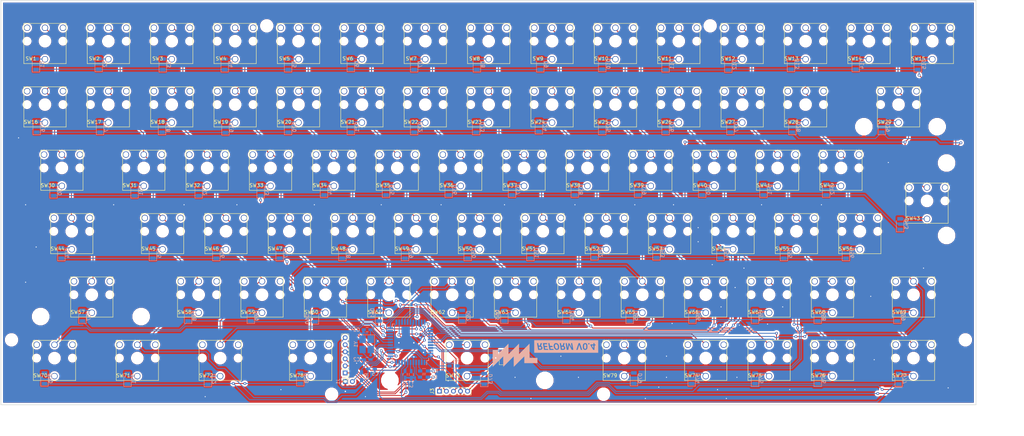
<source format=kicad_pcb>
(kicad_pcb (version 4) (host pcbnew 4.0.7+dfsg1-1)
  (layers (0 F.Cu signal) (31 B.Cu signal) (34 B.Paste user) (35 F.Paste user) (36 B.SilkS user) (37 F.SilkS user) (38 B.Mask user) (39 F.Mask user) (44 Edge.Cuts user))
  (net 0 "")
  (net 1 "Net-(D1-Pad2)")
  (net 2 "Net-(D2-Pad2)")
  (net 3 "Net-(D3-Pad2)")
  (net 4 "Net-(D4-Pad2)")
  (net 5 "Net-(D5-Pad2)")
  (net 6 "Net-(D6-Pad2)")
  (net 7 "Net-(D7-Pad2)")
  (net 8 "Net-(D8-Pad2)")
  (net 9 "Net-(D9-Pad2)")
  (net 10 "Net-(D10-Pad2)")
  (net 11 "Net-(D11-Pad2)")
  (net 12 "Net-(D12-Pad2)")
  (net 13 "Net-(D13-Pad2)")
  (net 14 "Net-(D14-Pad2)")
  (net 15 "Net-(D15-Pad2)")
  (net 16 "Net-(D16-Pad2)")
  (net 17 "Net-(D17-Pad2)")
  (net 18 "Net-(D18-Pad2)")
  (net 19 "Net-(D19-Pad2)")
  (net 20 "Net-(D20-Pad2)")
  (net 21 "Net-(D21-Pad2)")
  (net 22 "Net-(D22-Pad2)")
  (net 23 "Net-(D23-Pad2)")
  (net 24 "Net-(D24-Pad2)")
  (net 25 "Net-(D25-Pad2)")
  (net 26 "Net-(D26-Pad2)")
  (net 27 "Net-(D27-Pad2)")
  (net 28 "Net-(D28-Pad2)")
  (net 29 "Net-(D29-Pad2)")
  (net 30 "Net-(D30-Pad2)")
  (net 31 "Net-(D31-Pad2)")
  (net 32 "Net-(D32-Pad2)")
  (net 33 "Net-(D33-Pad2)")
  (net 34 "Net-(D34-Pad2)")
  (net 35 "Net-(D35-Pad2)")
  (net 36 "Net-(D36-Pad2)")
  (net 37 "Net-(D37-Pad2)")
  (net 38 "Net-(D38-Pad2)")
  (net 39 "Net-(D39-Pad2)")
  (net 40 "Net-(D40-Pad2)")
  (net 41 "Net-(D41-Pad2)")
  (net 42 "Net-(D42-Pad2)")
  (net 43 "Net-(D43-Pad2)")
  (net 44 "Net-(D44-Pad2)")
  (net 45 "Net-(D45-Pad2)")
  (net 46 "Net-(D46-Pad2)")
  (net 47 "Net-(D47-Pad2)")
  (net 48 "Net-(D48-Pad2)")
  (net 49 "Net-(D49-Pad2)")
  (net 50 "Net-(D50-Pad2)")
  (net 51 "Net-(D51-Pad2)")
  (net 52 "Net-(D52-Pad2)")
  (net 53 "Net-(D53-Pad2)")
  (net 54 "Net-(D54-Pad2)")
  (net 55 "Net-(D55-Pad2)")
  (net 56 "Net-(D56-Pad2)")
  (net 57 "Net-(D57-Pad2)")
  (net 58 "Net-(D58-Pad2)")
  (net 59 "Net-(D59-Pad2)")
  (net 60 "Net-(D60-Pad2)")
  (net 61 "Net-(D61-Pad2)")
  (net 62 "Net-(D62-Pad2)")
  (net 63 "Net-(D63-Pad2)")
  (net 64 "Net-(D64-Pad2)")
  (net 65 "Net-(D65-Pad2)")
  (net 66 "Net-(D66-Pad2)")
  (net 67 "Net-(D67-Pad2)")
  (net 68 "Net-(D68-Pad2)")
  (net 69 "Net-(D69-Pad2)")
  (net 70 "Net-(D70-Pad2)")
  (net 71 "Net-(D71-Pad2)")
  (net 72 "Net-(D72-Pad2)")
  (net 73 "Net-(D73-Pad2)")
  (net 74 "Net-(D74-Pad2)")
  (net 75 "Net-(D75-Pad2)")
  (net 76 "Net-(D76-Pad2)")
  (net 77 "Net-(D77-Pad2)")
  (net 78 "Net-(SW1-Pad1)")
  (net 79 "Net-(SW1-Pad3)")
  (net 80 "Net-(SW2-Pad1)")
  (net 81 "Net-(SW2-Pad3)")
  (net 82 "Net-(SW3-Pad1)")
  (net 83 "Net-(SW3-Pad3)")
  (net 84 "Net-(SW4-Pad1)")
  (net 85 "Net-(SW4-Pad3)")
  (net 86 "Net-(SW5-Pad1)")
  (net 87 "Net-(SW5-Pad3)")
  (net 88 "Net-(SW6-Pad1)")
  (net 89 "Net-(SW6-Pad3)")
  (net 90 "Net-(SW7-Pad1)")
  (net 91 "Net-(SW7-Pad3)")
  (net 92 "Net-(SW8-Pad1)")
  (net 93 "Net-(SW8-Pad3)")
  (net 94 "Net-(SW9-Pad1)")
  (net 95 "Net-(SW9-Pad3)")
  (net 96 "Net-(SW10-Pad1)")
  (net 97 "Net-(SW10-Pad3)")
  (net 98 "Net-(SW11-Pad1)")
  (net 99 "Net-(SW11-Pad3)")
  (net 100 "Net-(SW12-Pad1)")
  (net 101 "Net-(SW12-Pad3)")
  (net 102 "Net-(SW13-Pad1)")
  (net 103 "Net-(SW13-Pad3)")
  (net 104 "Net-(SW14-Pad1)")
  (net 105 "Net-(SW14-Pad3)")
  (net 106 "Net-(SW15-Pad1)")
  (net 107 "Net-(SW15-Pad3)")
  (net 108 "Net-(SW16-Pad1)")
  (net 109 "Net-(SW16-Pad3)")
  (net 110 "Net-(SW17-Pad1)")
  (net 111 "Net-(SW17-Pad3)")
  (net 112 "Net-(SW18-Pad1)")
  (net 113 "Net-(SW18-Pad3)")
  (net 114 "Net-(SW19-Pad1)")
  (net 115 "Net-(SW19-Pad3)")
  (net 116 "Net-(SW20-Pad1)")
  (net 117 "Net-(SW20-Pad3)")
  (net 118 "Net-(SW21-Pad1)")
  (net 119 "Net-(SW21-Pad3)")
  (net 120 "Net-(SW22-Pad1)")
  (net 121 "Net-(SW22-Pad3)")
  (net 122 "Net-(SW23-Pad1)")
  (net 123 "Net-(SW23-Pad3)")
  (net 124 "Net-(SW24-Pad1)")
  (net 125 "Net-(SW24-Pad3)")
  (net 126 "Net-(SW25-Pad1)")
  (net 127 "Net-(SW25-Pad3)")
  (net 128 "Net-(SW26-Pad1)")
  (net 129 "Net-(SW26-Pad3)")
  (net 130 "Net-(SW27-Pad1)")
  (net 131 "Net-(SW27-Pad3)")
  (net 132 "Net-(SW28-Pad1)")
  (net 133 "Net-(SW28-Pad3)")
  (net 134 "Net-(SW29-Pad1)")
  (net 135 "Net-(SW29-Pad3)")
  (net 136 "Net-(SW30-Pad1)")
  (net 137 "Net-(SW30-Pad3)")
  (net 138 "Net-(SW31-Pad1)")
  (net 139 "Net-(SW31-Pad3)")
  (net 140 "Net-(SW32-Pad1)")
  (net 141 "Net-(SW32-Pad3)")
  (net 142 "Net-(SW33-Pad1)")
  (net 143 "Net-(SW33-Pad3)")
  (net 144 "Net-(SW34-Pad1)")
  (net 145 "Net-(SW34-Pad3)")
  (net 146 "Net-(SW35-Pad1)")
  (net 147 "Net-(SW35-Pad3)")
  (net 148 "Net-(SW36-Pad1)")
  (net 149 "Net-(SW36-Pad3)")
  (net 150 "Net-(SW37-Pad1)")
  (net 151 "Net-(SW37-Pad3)")
  (net 152 "Net-(SW38-Pad1)")
  (net 153 "Net-(SW38-Pad3)")
  (net 154 "Net-(SW39-Pad1)")
  (net 155 "Net-(SW39-Pad3)")
  (net 156 "Net-(SW40-Pad1)")
  (net 157 "Net-(SW40-Pad3)")
  (net 158 "Net-(SW41-Pad1)")
  (net 159 "Net-(SW41-Pad3)")
  (net 160 "Net-(SW42-Pad1)")
  (net 161 "Net-(SW42-Pad3)")
  (net 162 "Net-(SW43-Pad1)")
  (net 163 "Net-(SW43-Pad3)")
  (net 164 "Net-(SW44-Pad1)")
  (net 165 "Net-(SW44-Pad3)")
  (net 166 "Net-(SW45-Pad1)")
  (net 167 "Net-(SW45-Pad3)")
  (net 168 "Net-(SW46-Pad1)")
  (net 169 "Net-(SW46-Pad3)")
  (net 170 "Net-(SW47-Pad1)")
  (net 171 "Net-(SW47-Pad3)")
  (net 172 "Net-(SW48-Pad1)")
  (net 173 "Net-(SW48-Pad3)")
  (net 174 "Net-(SW49-Pad1)")
  (net 175 "Net-(SW49-Pad3)")
  (net 176 "Net-(SW50-Pad1)")
  (net 177 "Net-(SW50-Pad3)")
  (net 178 "Net-(SW51-Pad1)")
  (net 179 "Net-(SW51-Pad3)")
  (net 180 "Net-(SW52-Pad1)")
  (net 181 "Net-(SW52-Pad3)")
  (net 182 "Net-(SW53-Pad1)")
  (net 183 "Net-(SW53-Pad3)")
  (net 184 "Net-(SW54-Pad1)")
  (net 185 "Net-(SW54-Pad3)")
  (net 186 "Net-(SW55-Pad1)")
  (net 187 "Net-(SW55-Pad3)")
  (net 188 "Net-(SW56-Pad1)")
  (net 189 "Net-(SW56-Pad3)")
  (net 190 "Net-(SW57-Pad1)")
  (net 191 "Net-(SW57-Pad3)")
  (net 192 "Net-(SW58-Pad1)")
  (net 193 "Net-(SW58-Pad3)")
  (net 194 "Net-(SW59-Pad1)")
  (net 195 "Net-(SW59-Pad3)")
  (net 196 "Net-(SW60-Pad1)")
  (net 197 "Net-(SW60-Pad3)")
  (net 198 "Net-(SW61-Pad1)")
  (net 199 "Net-(SW61-Pad3)")
  (net 200 "Net-(SW62-Pad1)")
  (net 201 "Net-(SW62-Pad3)")
  (net 202 "Net-(SW63-Pad1)")
  (net 203 "Net-(SW63-Pad3)")
  (net 204 "Net-(SW64-Pad1)")
  (net 205 "Net-(SW64-Pad3)")
  (net 206 "Net-(SW65-Pad1)")
  (net 207 "Net-(SW65-Pad3)")
  (net 208 "Net-(SW66-Pad1)")
  (net 209 "Net-(SW66-Pad3)")
  (net 210 "Net-(SW67-Pad1)")
  (net 211 "Net-(SW67-Pad3)")
  (net 212 "Net-(SW68-Pad1)")
  (net 213 "Net-(SW68-Pad3)")
  (net 214 "Net-(SW69-Pad1)")
  (net 215 "Net-(SW69-Pad3)")
  (net 216 "Net-(SW70-Pad1)")
  (net 217 "Net-(SW70-Pad3)")
  (net 218 "Net-(SW71-Pad1)")
  (net 219 "Net-(SW71-Pad3)")
  (net 220 "Net-(SW72-Pad1)")
  (net 221 "Net-(SW72-Pad3)")
  (net 222 "Net-(SW73-Pad1)")
  (net 223 "Net-(SW73-Pad3)")
  (net 224 "Net-(SW74-Pad1)")
  (net 225 "Net-(SW74-Pad3)")
  (net 226 "Net-(SW75-Pad1)")
  (net 227 "Net-(SW75-Pad3)")
  (net 228 "Net-(SW76-Pad1)")
  (net 229 "Net-(SW76-Pad3)")
  (net 230 "Net-(SW77-Pad1)")
  (net 231 "Net-(SW77-Pad3)")
  (net 232 "Net-(C1-Pad1)")
  (net 233 GND)
  (net 234 "Net-(C3-Pad1)")
  (net 235 UVCC)
  (net 236 RAWVCC)
  (net 237 ROW1)
  (net 238 ROW2)
  (net 239 ROW3)
  (net 240 ROW4)
  (net 241 ROW5)
  (net 242 ROW6)
  (net 243 RESET)
  (net 244 D-)
  (net 245 D+)
  (net 246 PWRON)
  (net 247 "Net-(R1-Pad1)")
  (net 248 "Net-(R2-Pad1)")
  (net 249 COL1)
  (net 250 COL2)
  (net 251 COL3)
  (net 252 COL4)
  (net 253 COL5)
  (net 254 COL6)
  (net 255 COL7)
  (net 256 COL8)
  (net 257 COL9)
  (net 258 COL10)
  (net 259 COL11)
  (net 260 COL12)
  (net 261 COL13)
  (net 262 COL14)
  (net 263 COL15)
  (net 264 "Net-(U1-Pad42)")
  (net 265 "Net-(J3-Pad1)")
  (net 266 "Net-(J3-Pad2)")
  (net 267 "Net-(J3-Pad3)")
  (net 268 "Net-(C2-Pad1)")
  (net 269 "Net-(D78-Pad2)")
  (net 270 "Net-(D79-Pad2)")
  (net 271 "Net-(SW78-Pad1)")
  (net 272 "Net-(SW78-Pad3)")
  (net 273 "Net-(SW79-Pad1)")
  (net 274 "Net-(SW79-Pad3)")
  (net 275 "Net-(D80-Pad1)")
  (net 276 "Net-(D80-Pad2)")
  (net 277 "Net-(SH1-Pad1)")
  (net 278 "Net-(SH2-Pad1)")
  (net 279 "Net-(SH3-Pad1)")
  (net 280 "Net-(SH4-Pad1)")
  (net 281 "Net-(SH5-Pad1)")
  (net 282 "Net-(SH6-Pad1)")
  (net 283 "Net-(SH7-Pad1)")
  (net 284 "Net-(SH8-Pad1)")
  (module mnt:VIA-0.4mm (layer F.Cu) (at 227.9 122.3)
    (fp_text reference R hide)
    (fp_text value V hide)
    (pad 1 thru_hole circle (at 0 0) (size 0.4 0.4) (drill 0.3) (layers *.Cu) (net 233 GND))
  )
  (module mnt:VIA-0.4mm (layer F.Cu) (at 214.5 122.6)
    (fp_text reference R hide)
    (fp_text value V hide)
    (pad 1 thru_hole circle (at 0 0) (size 0.4 0.4) (drill 0.3) (layers *.Cu) (net 233 GND))
  )
  (module mnt:VIA-0.4mm (layer F.Cu) (at 219.9 122.6)
    (fp_text reference R hide)
    (fp_text value V hide)
    (pad 1 thru_hole circle (at 0 0) (size 0.4 0.4) (drill 0.3) (layers *.Cu) (net 233 GND))
  )
  (module mnt:VIA-0.4mm (layer F.Cu) (at 200.8 122.1)
    (fp_text reference R hide)
    (fp_text value V hide)
    (pad 1 thru_hole circle (at 0 0) (size 0.4 0.4) (drill 0.3) (layers *.Cu) (net 233 GND))
  )
  (module mnt:VIA-0.4mm (layer F.Cu) (at 68.2 142.9)
    (fp_text reference R hide)
    (fp_text value V hide)
    (pad 1 thru_hole circle (at 0 0) (size 0.4 0.4) (drill 0.3) (layers *.Cu) (net 233 GND))
  )
  (module mnt:VIA-0.4mm (layer F.Cu) (at 89.7 140.9)
    (fp_text reference R hide)
    (fp_text value V hide)
    (pad 1 thru_hole circle (at 0 0) (size 0.4 0.4) (drill 0.3) (layers *.Cu) (net 233 GND))
  )
  (module mnt:VIA-0.4mm (layer F.Cu) (at 113.7 142.9)
    (fp_text reference R hide)
    (fp_text value V hide)
    (pad 1 thru_hole circle (at 0 0) (size 0.4 0.4) (drill 0.3) (layers *.Cu) (net 233 GND))
  )
  (module mnt:VIA-0.4mm (layer F.Cu) (at 160.7 143.4)
    (fp_text reference R hide)
    (fp_text value V hide)
    (pad 1 thru_hole circle (at 0 0) (size 0.4 0.4) (drill 0.3) (layers *.Cu) (net 233 GND))
  )
  (module mnt:VIA-0.4mm (layer F.Cu) (at 197 140.2)
    (fp_text reference R hide)
    (fp_text value V hide)
    (pad 1 thru_hole circle (at 0 0) (size 0.4 0.4) (drill 0.3) (layers *.Cu) (net 233 GND))
  )
  (module mnt:VIA-0.4mm (layer F.Cu) (at 213.7 140.9)
    (fp_text reference R hide)
    (fp_text value V hide)
    (pad 1 thru_hole circle (at 0 0) (size 0.4 0.4) (drill 0.3) (layers *.Cu) (net 233 GND))
  )
  (module mnt:VIA-0.4mm (layer F.Cu) (at 252.7 140.9)
    (fp_text reference R hide)
    (fp_text value V hide)
    (pad 1 thru_hole circle (at 0 0) (size 0.4 0.4) (drill 0.3) (layers *.Cu) (net 233 GND))
  )
  (module mnt:VIA-0.4mm (layer F.Cu) (at 234.2 140.9)
    (fp_text reference R hide)
    (fp_text value V hide)
    (pad 1 thru_hole circle (at 0 0) (size 0.4 0.4) (drill 0.3) (layers *.Cu) (net 233 GND))
  )
  (module mnt:VIA-0.4mm (layer F.Cu) (at 193.2 143.4)
    (fp_text reference R hide)
    (fp_text value V hide)
    (pad 1 thru_hole circle (at 0 0) (size 0.4 0.4) (drill 0.3) (layers *.Cu) (net 233 GND))
  )
  (module mnt:VIA-0.4mm (layer F.Cu) (at 216.2 143.4)
    (fp_text reference R hide)
    (fp_text value V hide)
    (pad 1 thru_hole circle (at 0 0) (size 0.4 0.4) (drill 0.3) (layers *.Cu) (net 233 GND))
  )
  (module mnt:VIA-0.4mm (layer F.Cu) (at 219.2 137.4)
    (fp_text reference R hide)
    (fp_text value V hide)
    (pad 1 thru_hole circle (at 0 0) (size 0.4 0.4) (drill 0.3) (layers *.Cu) (net 233 GND))
  )
  (module mnt:VIA-0.4mm (layer F.Cu) (at 199.2 137.4)
    (fp_text reference R hide)
    (fp_text value V hide)
    (pad 1 thru_hole circle (at 0 0) (size 0.4 0.4) (drill 0.3) (layers *.Cu) (net 233 GND))
  )
  (module mnt:VIA-0.4mm (layer F.Cu) (at 199.2 131.4)
    (fp_text reference R hide)
    (fp_text value V hide)
    (pad 1 thru_hole circle (at 0 0) (size 0.4 0.4) (drill 0.3) (layers *.Cu) (net 233 GND))
  )
  (module mnt:VIA-0.4mm (layer F.Cu) (at 169.2 131.4)
    (fp_text reference R hide)
    (fp_text value V hide)
    (pad 1 thru_hole circle (at 0 0) (size 0.4 0.4) (drill 0.3) (layers *.Cu) (net 233 GND))
  )
  (module mnt:VIA-0.4mm (layer F.Cu) (at 174.2 137.4)
    (fp_text reference R hide)
    (fp_text value V hide)
    (pad 1 thru_hole circle (at 0 0) (size 0.4 0.4) (drill 0.3) (layers *.Cu) (net 233 GND))
  )
  (module mnt:VIA-0.4mm (layer F.Cu) (at 156.2 137.4)
    (fp_text reference R hide)
    (fp_text value V hide)
    (pad 1 thru_hole circle (at 0 0) (size 0.4 0.4) (drill 0.3) (layers *.Cu) (net 233 GND))
  )
  (module mnt:VIA-0.4mm (layer F.Cu) (at 257.2 114.4)
    (fp_text reference R hide)
    (fp_text value V hide)
    (pad 1 thru_hole circle (at 0 0) (size 0.4 0.4) (drill 0.3) (layers *.Cu) (net 233 GND))
  )
  (module mnt:VIA-0.4mm (layer F.Cu) (at 258.2 132.4)
    (fp_text reference R hide)
    (fp_text value V hide)
    (pad 1 thru_hole circle (at 0 0) (size 0.4 0.4) (drill 0.3) (layers *.Cu) (net 233 GND))
  )
  (module mnt:VIA-0.4mm (layer F.Cu) (at 279.2 140.4)
    (fp_text reference R hide)
    (fp_text value V hide)
    (pad 1 thru_hole circle (at 0 0) (size 0.4 0.4) (drill 0.3) (layers *.Cu) (net 233 GND))
  )
  (module mnt:VIA-0.4mm (layer F.Cu) (at 272.2 106.4)
    (fp_text reference R hide)
    (fp_text value V hide)
    (pad 1 thru_hole circle (at 0 0) (size 0.4 0.4) (drill 0.3) (layers *.Cu) (net 233 GND))
  )
  (module mnt:VIA-0.4mm (layer F.Cu) (at 262.2 76.4)
    (fp_text reference R hide)
    (fp_text value V hide)
    (pad 1 thru_hole circle (at 0 0) (size 0.4 0.4) (drill 0.3) (layers *.Cu) (net 233 GND))
  )
  (module mnt:VIA-0.4mm (layer F.Cu) (at 243.2 88.4)
    (fp_text reference R hide)
    (fp_text value V hide)
    (pad 1 thru_hole circle (at 0 0) (size 0.4 0.4) (drill 0.3) (layers *.Cu) (net 233 GND))
  )
  (module mnt:VIA-0.4mm (layer F.Cu) (at 226.2 88.4)
    (fp_text reference R hide)
    (fp_text value V hide)
    (pad 1 thru_hole circle (at 0 0) (size 0.4 0.4) (drill 0.3) (layers *.Cu) (net 233 GND))
  )
  (module mnt:VIA-0.4mm (layer F.Cu) (at 15.2 69.4)
    (fp_text reference R hide)
    (fp_text value V hide)
    (pad 1 thru_hole circle (at 0 0) (size 0.4 0.4) (drill 0.3) (layers *.Cu) (net 233 GND))
  )
  (module mnt:VIA-0.4mm (layer F.Cu) (at 17.2 110.4)
    (fp_text reference R hide)
    (fp_text value V hide)
    (pad 1 thru_hole circle (at 0 0) (size 0.4 0.4) (drill 0.3) (layers *.Cu) (net 233 GND))
  )
  (module mnt:VIA-0.4mm (layer F.Cu) (at 20.2 100.4)
    (fp_text reference R hide)
    (fp_text value V hide)
    (pad 1 thru_hole circle (at 0 0) (size 0.4 0.4) (drill 0.3) (layers *.Cu) (net 233 GND))
  )
  (module mnt:VIA-0.4mm (layer F.Cu) (at 17.2 88.4)
    (fp_text reference R hide)
    (fp_text value V hide)
    (pad 1 thru_hole circle (at 0 0) (size 0.4 0.4) (drill 0.3) (layers *.Cu) (net 233 GND))
  )
  (module mnt:VIA-0.4mm (layer F.Cu) (at 42.2 88.4)
    (fp_text reference R hide)
    (fp_text value V hide)
    (pad 1 thru_hole circle (at 0 0) (size 0.4 0.4) (drill 0.3) (layers *.Cu) (net 233 GND))
  )
  (module mnt:VIA-0.4mm (layer F.Cu) (at 62.2 88.4)
    (fp_text reference R hide)
    (fp_text value V hide)
    (pad 1 thru_hole circle (at 0 0) (size 0.4 0.4) (drill 0.3) (layers *.Cu) (net 233 GND))
  )
  (module mnt:VIA-0.4mm (layer F.Cu) (at 77.2 88.4)
    (fp_text reference R hide)
    (fp_text value V hide)
    (pad 1 thru_hole circle (at 0 0) (size 0.4 0.4) (drill 0.3) (layers *.Cu) (net 233 GND))
  )
  (module mnt:VIA-0.4mm (layer F.Cu) (at 99.2 88.4)
    (fp_text reference R hide)
    (fp_text value V hide)
    (pad 1 thru_hole circle (at 0 0) (size 0.4 0.4) (drill 0.3) (layers *.Cu) (net 233 GND))
  )
  (module mnt:VIA-0.4mm (layer F.Cu) (at 118.2 88.4)
    (fp_text reference R hide)
    (fp_text value V hide)
    (pad 1 thru_hole circle (at 0 0) (size 0.4 0.4) (drill 0.3) (layers *.Cu) (net 233 GND))
  )
  (module mnt:VIA-0.4mm (layer F.Cu) (at 135.2 88.4)
    (fp_text reference R hide)
    (fp_text value V hide)
    (pad 1 thru_hole circle (at 0 0) (size 0.4 0.4) (drill 0.3) (layers *.Cu) (net 233 GND))
  )
  (module mnt:VIA-0.4mm (layer F.Cu) (at 153.2 88.4)
    (fp_text reference R hide)
    (fp_text value V hide)
    (pad 1 thru_hole circle (at 0 0) (size 0.4 0.4) (drill 0.3) (layers *.Cu) (net 233 GND))
  )
  (module mnt:VIA-0.4mm (layer F.Cu) (at 173.2 88.4)
    (fp_text reference R hide)
    (fp_text value V hide)
    (pad 1 thru_hole circle (at 0 0) (size 0.4 0.4) (drill 0.3) (layers *.Cu) (net 233 GND))
  )
  (module mnt:VIA-0.4mm (layer F.Cu) (at 190.2 88.4)
    (fp_text reference R hide)
    (fp_text value V hide)
    (pad 1 thru_hole circle (at 0 0) (size 0.4 0.4) (drill 0.3) (layers *.Cu) (net 233 GND))
  )
  (module mnt:VIA-0.4mm (layer F.Cu) (at 111.2 133.4)
    (fp_text reference R hide)
    (fp_text value V hide)
    (pad 1 thru_hole circle (at 0 0) (size 0.4 0.4) (drill 0.3) (layers *.Cu) (net 233 GND))
  )
  (module mnt:VIA-0.4mm (layer F.Cu) (at 137.2 138.4)
    (fp_text reference R hide)
    (fp_text value V hide)
    (pad 1 thru_hole circle (at 0 0) (size 0.4 0.4) (drill 0.3) (layers *.Cu) (net 233 GND))
  )
  (module mnt:VIA-0.4mm (layer F.Cu) (at 201.2 88.4)
    (fp_text reference R hide)
    (fp_text value V hide)
    (pad 1 thru_hole circle (at 0 0) (size 0.4 0.4) (drill 0.3) (layers *.Cu) (net 233 GND))
  )
  (module mnt:VIA-0.4mm (layer F.Cu) (at 232.2 117.4)
    (fp_text reference R hide)
    (fp_text value V hide)
    (pad 1 thru_hole circle (at 0 0) (size 0.4 0.4) (drill 0.3) (layers *.Cu) (net 233 GND))
  )
  (module mnt:VIA-0.4mm (layer F.Cu) (at 214.7 117.4)
    (fp_text reference R hide)
    (fp_text value V hide)
    (pad 1 thru_hole circle (at 0 0) (size 0.4 0.4) (drill 0.3) (layers *.Cu) (net 233 GND))
  )
  (module mnt:VIA-0.4mm (layer F.Cu) (at 218.7 111.9)
    (fp_text reference R hide)
    (fp_text value V hide)
    (pad 1 thru_hole circle (at 0 0) (size 0.4 0.4) (drill 0.3) (layers *.Cu) (net 233 GND))
  )
  (module mnt:VIA-0.4mm (layer F.Cu) (at 221.2 106.4)
    (fp_text reference R hide)
    (fp_text value V hide)
    (pad 1 thru_hole circle (at 0 0) (size 0.4 0.4) (drill 0.3) (layers *.Cu) (net 233 GND))
  )
  (module mnt:VIA-0.4mm (layer F.Cu) (at 208.2 94.9)
    (fp_text reference R hide)
    (fp_text value V hide)
    (pad 1 thru_hole circle (at 0 0) (size 0.4 0.4) (drill 0.3) (layers *.Cu) (net 233 GND))
  )
  (module mnt:VIA-0.4mm (layer F.Cu) (at 208.2 98.9)
    (fp_text reference R hide)
    (fp_text value V hide)
    (pad 1 thru_hole circle (at 0 0) (size 0.4 0.4) (drill 0.3) (layers *.Cu) (net 233 GND))
  )
  (module Diodes_SMD:D_1206 (layer B.Cu) (at 117.55 119.9 90)
    (fp_text reference D61 (at 0.75 -1.85 90) (layer B.SilkS) (effects (justify mirror)))
    (fp_text value D_Small)
    (pad 1 smd rect (at -1.5 0 90) (size 1 1.6) (layers B.Cu B.Paste B.Mask) (net 241 ROW5))
    (pad 2 smd rect (at 1.5 0 90) (size 1 1.6) (layers B.Cu B.Paste B.Mask) (net 61 "Net-(D61-Pad2)"))
  )
  (module Diodes_SMD:D_1206 (layer B.Cu) (at 20.15 48.5 90)
    (fp_text reference D1 (at 0 1.8 90) (layer B.SilkS) (effects (justify mirror)))
    (fp_text value D_Small)
    (pad 1 smd rect (at -1.5 0 90) (size 1 1.6) (layers B.Cu B.Paste B.Mask) (net 237 ROW1))
    (pad 2 smd rect (at 1.5 0 90) (size 1 1.6) (layers B.Cu B.Paste B.Mask) (net 1 "Net-(D1-Pad2)"))
  )
  (module Diodes_SMD:D_1206 (layer B.Cu) (at 37.95 48.4 90)
    (fp_text reference D2 (at 0 1.8 90) (layer B.SilkS) (effects (justify mirror)))
    (fp_text value D_Small)
    (pad 1 smd rect (at -1.5 0 90) (size 1 1.6) (layers B.Cu B.Paste B.Mask) (net 237 ROW1))
    (pad 2 smd rect (at 1.5 0 90) (size 1 1.6) (layers B.Cu B.Paste B.Mask) (net 2 "Net-(D2-Pad2)"))
  )
  (module Diodes_SMD:D_1206 (layer B.Cu) (at 56.15 48.5 90)
    (fp_text reference D3 (at 0 1.8 90) (layer B.SilkS) (effects (justify mirror)))
    (fp_text value D_Small)
    (pad 1 smd rect (at -1.5 0 90) (size 1 1.6) (layers B.Cu B.Paste B.Mask) (net 237 ROW1))
    (pad 2 smd rect (at 1.5 0 90) (size 1 1.6) (layers B.Cu B.Paste B.Mask) (net 3 "Net-(D3-Pad2)"))
  )
  (module Diodes_SMD:D_1206 (layer B.Cu) (at 73.75 48.5 90)
    (fp_text reference D4 (at 0 1.8 90) (layer B.SilkS) (effects (justify mirror)))
    (fp_text value D_Small)
    (pad 1 smd rect (at -1.5 0 90) (size 1 1.6) (layers B.Cu B.Paste B.Mask) (net 237 ROW1))
    (pad 2 smd rect (at 1.5 0 90) (size 1 1.6) (layers B.Cu B.Paste B.Mask) (net 4 "Net-(D4-Pad2)"))
  )
  (module Diodes_SMD:D_1206 (layer B.Cu) (at 91.75 48.5 90)
    (fp_text reference D5 (at 0 1.8 90) (layer B.SilkS) (effects (justify mirror)))
    (fp_text value D_Small)
    (pad 1 smd rect (at -1.5 0 90) (size 1 1.6) (layers B.Cu B.Paste B.Mask) (net 237 ROW1))
    (pad 2 smd rect (at 1.5 0 90) (size 1 1.6) (layers B.Cu B.Paste B.Mask) (net 5 "Net-(D5-Pad2)"))
  )
  (module Diodes_SMD:D_1206 (layer B.Cu) (at 109.55 48.4 90)
    (fp_text reference D6 (at 0 1.8 90) (layer B.SilkS) (effects (justify mirror)))
    (fp_text value D_Small)
    (pad 1 smd rect (at -1.5 0 90) (size 1 1.6) (layers B.Cu B.Paste B.Mask) (net 237 ROW1))
    (pad 2 smd rect (at 1.5 0 90) (size 1 1.6) (layers B.Cu B.Paste B.Mask) (net 6 "Net-(D6-Pad2)"))
  )
  (module Diodes_SMD:D_1206 (layer B.Cu) (at 127.55 48.5 90)
    (fp_text reference D7 (at 0 1.8 90) (layer B.SilkS) (effects (justify mirror)))
    (fp_text value D_Small)
    (pad 1 smd rect (at -1.5 0 90) (size 1 1.6) (layers B.Cu B.Paste B.Mask) (net 237 ROW1))
    (pad 2 smd rect (at 1.5 0 90) (size 1 1.6) (layers B.Cu B.Paste B.Mask) (net 7 "Net-(D7-Pad2)"))
  )
  (module Diodes_SMD:D_1206 (layer B.Cu) (at 145.35 48.5 90)
    (fp_text reference D8 (at 0 1.8 90) (layer B.SilkS) (effects (justify mirror)))
    (fp_text value D_Small)
    (pad 1 smd rect (at -1.5 0 90) (size 1 1.6) (layers B.Cu B.Paste B.Mask) (net 237 ROW1))
    (pad 2 smd rect (at 1.5 0 90) (size 1 1.6) (layers B.Cu B.Paste B.Mask) (net 8 "Net-(D8-Pad2)"))
  )
  (module Diodes_SMD:D_1206 (layer B.Cu) (at 163.35 48.5 90)
    (fp_text reference D9 (at 0 1.8 90) (layer B.SilkS) (effects (justify mirror)))
    (fp_text value D_Small)
    (pad 1 smd rect (at -1.5 0 90) (size 1 1.6) (layers B.Cu B.Paste B.Mask) (net 237 ROW1))
    (pad 2 smd rect (at 1.5 0 90) (size 1 1.6) (layers B.Cu B.Paste B.Mask) (net 9 "Net-(D9-Pad2)"))
  )
  (module Diodes_SMD:D_1206 (layer B.Cu) (at 180.95 48.4 90)
    (fp_text reference D10 (at 0 1.8 90) (layer B.SilkS) (effects (justify mirror)))
    (fp_text value D_Small)
    (pad 1 smd rect (at -1.5 0 90) (size 1 1.6) (layers B.Cu B.Paste B.Mask) (net 237 ROW1))
    (pad 2 smd rect (at 1.5 0 90) (size 1 1.6) (layers B.Cu B.Paste B.Mask) (net 10 "Net-(D10-Pad2)"))
  )
  (module Diodes_SMD:D_1206 (layer B.Cu) (at 198.95 48.5 90)
    (fp_text reference D11 (at 0 1.8 90) (layer B.SilkS) (effects (justify mirror)))
    (fp_text value D_Small)
    (pad 1 smd rect (at -1.5 0 90) (size 1 1.6) (layers B.Cu B.Paste B.Mask) (net 237 ROW1))
    (pad 2 smd rect (at 1.5 0 90) (size 1 1.6) (layers B.Cu B.Paste B.Mask) (net 11 "Net-(D11-Pad2)"))
  )
  (module Diodes_SMD:D_1206 (layer B.Cu) (at 216.75 48.6 90)
    (fp_text reference D12 (at 0 1.8 90) (layer B.SilkS) (effects (justify mirror)))
    (fp_text value D_Small)
    (pad 1 smd rect (at -1.5 0 90) (size 1 1.6) (layers B.Cu B.Paste B.Mask) (net 237 ROW1))
    (pad 2 smd rect (at 1.5 0 90) (size 1 1.6) (layers B.Cu B.Paste B.Mask) (net 12 "Net-(D12-Pad2)"))
  )
  (module Diodes_SMD:D_1206 (layer B.Cu) (at 234.55 48.4 90)
    (fp_text reference D13 (at 0 1.8 90) (layer B.SilkS) (effects (justify mirror)))
    (fp_text value D_Small)
    (pad 1 smd rect (at -1.5 0 90) (size 1 1.6) (layers B.Cu B.Paste B.Mask) (net 237 ROW1))
    (pad 2 smd rect (at 1.5 0 90) (size 1 1.6) (layers B.Cu B.Paste B.Mask) (net 13 "Net-(D13-Pad2)"))
  )
  (module Diodes_SMD:D_1206 (layer B.Cu) (at 252.95 48.4 90)
    (fp_text reference D14 (at 0 1.8 90) (layer B.SilkS) (effects (justify mirror)))
    (fp_text value D_Small)
    (pad 1 smd rect (at -1.5 0 90) (size 1 1.6) (layers B.Cu B.Paste B.Mask) (net 237 ROW1))
    (pad 2 smd rect (at 1.5 0 90) (size 1 1.6) (layers B.Cu B.Paste B.Mask) (net 14 "Net-(D14-Pad2)"))
  )
  (module Diodes_SMD:D_1206 (layer B.Cu) (at 270.55 48.5 90)
    (fp_text reference D15 (at 0 1.8 90) (layer B.SilkS) (effects (justify mirror)))
    (fp_text value D_Small)
    (pad 1 smd rect (at -1.5 0 90) (size 1 1.6) (layers B.Cu B.Paste B.Mask) (net 237 ROW1))
    (pad 2 smd rect (at 1.5 0 90) (size 1 1.6) (layers B.Cu B.Paste B.Mask) (net 15 "Net-(D15-Pad2)"))
  )
  (module Diodes_SMD:D_1206 (layer B.Cu) (at 20.35 66.3 90)
    (fp_text reference D16 (at 0 1.8 90) (layer B.SilkS) (effects (justify mirror)))
    (fp_text value D_Small)
    (pad 1 smd rect (at -1.5 0 90) (size 1 1.6) (layers B.Cu B.Paste B.Mask) (net 238 ROW2))
    (pad 2 smd rect (at 1.5 0 90) (size 1 1.6) (layers B.Cu B.Paste B.Mask) (net 16 "Net-(D16-Pad2)"))
  )
  (module Diodes_SMD:D_1206 (layer B.Cu) (at 38.35 66.3 90)
    (fp_text reference D17 (at 0 1.8 90) (layer B.SilkS) (effects (justify mirror)))
    (fp_text value D_Small)
    (pad 1 smd rect (at -1.5 0 90) (size 1 1.6) (layers B.Cu B.Paste B.Mask) (net 238 ROW2))
    (pad 2 smd rect (at 1.5 0 90) (size 1 1.6) (layers B.Cu B.Paste B.Mask) (net 17 "Net-(D17-Pad2)"))
  )
  (module Diodes_SMD:D_1206 (layer B.Cu) (at 55.95 66.3 90)
    (fp_text reference D18 (at 0 1.8 90) (layer B.SilkS) (effects (justify mirror)))
    (fp_text value D_Small)
    (pad 1 smd rect (at -1.5 0 90) (size 1 1.6) (layers B.Cu B.Paste B.Mask) (net 238 ROW2))
    (pad 2 smd rect (at 1.5 0 90) (size 1 1.6) (layers B.Cu B.Paste B.Mask) (net 18 "Net-(D18-Pad2)"))
  )
  (module Diodes_SMD:D_1206 (layer B.Cu) (at 73.95 66.4 90)
    (fp_text reference D19 (at 0 1.8 90) (layer B.SilkS) (effects (justify mirror)))
    (fp_text value D_Small)
    (pad 1 smd rect (at -1.5 0 90) (size 1 1.6) (layers B.Cu B.Paste B.Mask) (net 238 ROW2))
    (pad 2 smd rect (at 1.5 0 90) (size 1 1.6) (layers B.Cu B.Paste B.Mask) (net 19 "Net-(D19-Pad2)"))
  )
  (module Diodes_SMD:D_1206 (layer B.Cu) (at 91.75 66.3 90)
    (fp_text reference D20 (at 0 1.8 90) (layer B.SilkS) (effects (justify mirror)))
    (fp_text value D_Small)
    (pad 1 smd rect (at -1.5 0 90) (size 1 1.6) (layers B.Cu B.Paste B.Mask) (net 238 ROW2))
    (pad 2 smd rect (at 1.5 0 90) (size 1 1.6) (layers B.Cu B.Paste B.Mask) (net 20 "Net-(D20-Pad2)"))
  )
  (module Diodes_SMD:D_1206 (layer B.Cu) (at 109.55 66.3 90)
    (fp_text reference D21 (at 0 1.8 90) (layer B.SilkS) (effects (justify mirror)))
    (fp_text value D_Small)
    (pad 1 smd rect (at -1.5 0 90) (size 1 1.6) (layers B.Cu B.Paste B.Mask) (net 238 ROW2))
    (pad 2 smd rect (at 1.5 0 90) (size 1 1.6) (layers B.Cu B.Paste B.Mask) (net 21 "Net-(D21-Pad2)"))
  )
  (module Diodes_SMD:D_1206 (layer B.Cu) (at 127.55 66.3 90)
    (fp_text reference D22 (at 0 1.8 90) (layer B.SilkS) (effects (justify mirror)))
    (fp_text value D_Small)
    (pad 1 smd rect (at -1.5 0 90) (size 1 1.6) (layers B.Cu B.Paste B.Mask) (net 238 ROW2))
    (pad 2 smd rect (at 1.5 0 90) (size 1 1.6) (layers B.Cu B.Paste B.Mask) (net 22 "Net-(D22-Pad2)"))
  )
  (module Diodes_SMD:D_1206 (layer B.Cu) (at 145.15 66.3 90)
    (fp_text reference D23 (at 0 1.8 90) (layer B.SilkS) (effects (justify mirror)))
    (fp_text value D_Small)
    (pad 1 smd rect (at -1.5 0 90) (size 1 1.6) (layers B.Cu B.Paste B.Mask) (net 238 ROW2))
    (pad 2 smd rect (at 1.5 0 90) (size 1 1.6) (layers B.Cu B.Paste B.Mask) (net 23 "Net-(D23-Pad2)"))
  )
  (module Diodes_SMD:D_1206 (layer B.Cu) (at 162.95 66.1 90)
    (fp_text reference D24 (at 0 1.8 90) (layer B.SilkS) (effects (justify mirror)))
    (fp_text value D_Small)
    (pad 1 smd rect (at -1.5 0 90) (size 1 1.6) (layers B.Cu B.Paste B.Mask) (net 238 ROW2))
    (pad 2 smd rect (at 1.5 0 90) (size 1 1.6) (layers B.Cu B.Paste B.Mask) (net 24 "Net-(D24-Pad2)"))
  )
  (module Diodes_SMD:D_1206 (layer B.Cu) (at 180.95 66.3 90)
    (fp_text reference D25 (at 0 1.8 90) (layer B.SilkS) (effects (justify mirror)))
    (fp_text value D_Small)
    (pad 1 smd rect (at -1.5 0 90) (size 1 1.6) (layers B.Cu B.Paste B.Mask) (net 238 ROW2))
    (pad 2 smd rect (at 1.5 0 90) (size 1 1.6) (layers B.Cu B.Paste B.Mask) (net 25 "Net-(D25-Pad2)"))
  )
  (module Diodes_SMD:D_1206 (layer B.Cu) (at 198.95 66.3 90)
    (fp_text reference D26 (at 0 1.8 90) (layer B.SilkS) (effects (justify mirror)))
    (fp_text value D_Small)
    (pad 1 smd rect (at -1.5 0 90) (size 1 1.6) (layers B.Cu B.Paste B.Mask) (net 238 ROW2))
    (pad 2 smd rect (at 1.5 0 90) (size 1 1.6) (layers B.Cu B.Paste B.Mask) (net 26 "Net-(D26-Pad2)"))
  )
  (module Diodes_SMD:D_1206 (layer B.Cu) (at 217.35 66.3 90)
    (fp_text reference D27 (at 0 1.8 90) (layer B.SilkS) (effects (justify mirror)))
    (fp_text value D_Small)
    (pad 1 smd rect (at -1.5 0 90) (size 1 1.6) (layers B.Cu B.Paste B.Mask) (net 238 ROW2))
    (pad 2 smd rect (at 1.5 0 90) (size 1 1.6) (layers B.Cu B.Paste B.Mask) (net 27 "Net-(D27-Pad2)"))
  )
  (module Diodes_SMD:D_1206 (layer B.Cu) (at 234.95 66.3 90)
    (fp_text reference D28 (at 0 1.8 90) (layer B.SilkS) (effects (justify mirror)))
    (fp_text value D_Small)
    (pad 1 smd rect (at -1.5 0 90) (size 1 1.6) (layers B.Cu B.Paste B.Mask) (net 238 ROW2))
    (pad 2 smd rect (at 1.5 0 90) (size 1 1.6) (layers B.Cu B.Paste B.Mask) (net 28 "Net-(D28-Pad2)"))
  )
  (module Diodes_SMD:D_1206 (layer B.Cu) (at 260.35 66.3 90)
    (fp_text reference D29 (at 0 1.8 90) (layer B.SilkS) (effects (justify mirror)))
    (fp_text value D_Small)
    (pad 1 smd rect (at -1.5 0 90) (size 1 1.6) (layers B.Cu B.Paste B.Mask) (net 238 ROW2))
    (pad 2 smd rect (at 1.5 0 90) (size 1 1.6) (layers B.Cu B.Paste B.Mask) (net 29 "Net-(D29-Pad2)"))
  )
  (module Diodes_SMD:D_1206 (layer B.Cu) (at 25.15 84.3 90)
    (fp_text reference D30 (at 0 1.8 90) (layer B.SilkS) (effects (justify mirror)))
    (fp_text value D_Small)
    (pad 1 smd rect (at -1.5 0 90) (size 1 1.6) (layers B.Cu B.Paste B.Mask) (net 239 ROW3))
    (pad 2 smd rect (at 1.5 0 90) (size 1 1.6) (layers B.Cu B.Paste B.Mask) (net 30 "Net-(D30-Pad2)"))
  )
  (module Diodes_SMD:D_1206 (layer B.Cu) (at 48.15 84.3 90)
    (fp_text reference D31 (at 0 1.8 90) (layer B.SilkS) (effects (justify mirror)))
    (fp_text value D_Small)
    (pad 1 smd rect (at -1.5 0 90) (size 1 1.6) (layers B.Cu B.Paste B.Mask) (net 239 ROW3))
    (pad 2 smd rect (at 1.5 0 90) (size 1 1.6) (layers B.Cu B.Paste B.Mask) (net 31 "Net-(D31-Pad2)"))
  )
  (module Diodes_SMD:D_1206 (layer B.Cu) (at 66.35 84.3 90)
    (fp_text reference D32 (at 0 1.8 90) (layer B.SilkS) (effects (justify mirror)))
    (fp_text value D_Small)
    (pad 1 smd rect (at -1.5 0 90) (size 1 1.6) (layers B.Cu B.Paste B.Mask) (net 239 ROW3))
    (pad 2 smd rect (at 1.5 0 90) (size 1 1.6) (layers B.Cu B.Paste B.Mask) (net 32 "Net-(D32-Pad2)"))
  )
  (module Diodes_SMD:D_1206 (layer B.Cu) (at 83.95 84.3 90)
    (fp_text reference D33 (at 0 1.8 90) (layer B.SilkS) (effects (justify mirror)))
    (fp_text value D_Small)
    (pad 1 smd rect (at -1.5 0 90) (size 1 1.6) (layers B.Cu B.Paste B.Mask) (net 239 ROW3))
    (pad 2 smd rect (at 1.5 0 90) (size 1 1.6) (layers B.Cu B.Paste B.Mask) (net 33 "Net-(D33-Pad2)"))
  )
  (module Diodes_SMD:D_1206 (layer B.Cu) (at 101.95 84.1 90)
    (fp_text reference D34 (at 0 1.8 90) (layer B.SilkS) (effects (justify mirror)))
    (fp_text value D_Small)
    (pad 1 smd rect (at -1.5 0 90) (size 1 1.6) (layers B.Cu B.Paste B.Mask) (net 239 ROW3))
    (pad 2 smd rect (at 1.5 0 90) (size 1 1.6) (layers B.Cu B.Paste B.Mask) (net 34 "Net-(D34-Pad2)"))
  )
  (module Diodes_SMD:D_1206 (layer B.Cu) (at 119.55 84.1 90)
    (fp_text reference D35 (at 0 1.8 90) (layer B.SilkS) (effects (justify mirror)))
    (fp_text value D_Small)
    (pad 1 smd rect (at -1.5 0 90) (size 1 1.6) (layers B.Cu B.Paste B.Mask) (net 239 ROW3))
    (pad 2 smd rect (at 1.5 0 90) (size 1 1.6) (layers B.Cu B.Paste B.Mask) (net 35 "Net-(D35-Pad2)"))
  )
  (module Diodes_SMD:D_1206 (layer B.Cu) (at 137.35 84.1 90)
    (fp_text reference D36 (at 0 1.8 90) (layer B.SilkS) (effects (justify mirror)))
    (fp_text value D_Small)
    (pad 1 smd rect (at -1.5 0 90) (size 1 1.6) (layers B.Cu B.Paste B.Mask) (net 239 ROW3))
    (pad 2 smd rect (at 1.5 0 90) (size 1 1.6) (layers B.Cu B.Paste B.Mask) (net 36 "Net-(D36-Pad2)"))
  )
  (module Diodes_SMD:D_1206 (layer B.Cu) (at 155.35 84.1 90)
    (fp_text reference D37 (at 0 1.8 90) (layer B.SilkS) (effects (justify mirror)))
    (fp_text value D_Small)
    (pad 1 smd rect (at -1.5 0 90) (size 1 1.6) (layers B.Cu B.Paste B.Mask) (net 239 ROW3))
    (pad 2 smd rect (at 1.5 0 90) (size 1 1.6) (layers B.Cu B.Paste B.Mask) (net 37 "Net-(D37-Pad2)"))
  )
  (module Diodes_SMD:D_1206 (layer B.Cu) (at 173.15 84.1 90)
    (fp_text reference D38 (at 0 1.8 90) (layer B.SilkS) (effects (justify mirror)))
    (fp_text value D_Small)
    (pad 1 smd rect (at -1.5 0 90) (size 1 1.6) (layers B.Cu B.Paste B.Mask) (net 239 ROW3))
    (pad 2 smd rect (at 1.5 0 90) (size 1 1.6) (layers B.Cu B.Paste B.Mask) (net 38 "Net-(D38-Pad2)"))
  )
  (module Diodes_SMD:D_1206 (layer B.Cu) (at 191.15 84.1 90)
    (fp_text reference D39 (at 0 1.8 90) (layer B.SilkS) (effects (justify mirror)))
    (fp_text value D_Small)
    (pad 1 smd rect (at -1.5 0 90) (size 1 1.6) (layers B.Cu B.Paste B.Mask) (net 239 ROW3))
    (pad 2 smd rect (at 1.5 0 90) (size 1 1.6) (layers B.Cu B.Paste B.Mask) (net 39 "Net-(D39-Pad2)"))
  )
  (module Diodes_SMD:D_1206 (layer B.Cu) (at 209.35 84.1 90)
    (fp_text reference D40 (at 0 1.8 90) (layer B.SilkS) (effects (justify mirror)))
    (fp_text value D_Small)
    (pad 1 smd rect (at -1.5 0 90) (size 1 1.6) (layers B.Cu B.Paste B.Mask) (net 239 ROW3))
    (pad 2 smd rect (at 1.5 0 90) (size 1 1.6) (layers B.Cu B.Paste B.Mask) (net 40 "Net-(D40-Pad2)"))
  )
  (module Diodes_SMD:D_1206 (layer B.Cu) (at 226.75 84.1 90)
    (fp_text reference D41 (at 0 1.8 90) (layer B.SilkS) (effects (justify mirror)))
    (fp_text value D_Small)
    (pad 1 smd rect (at -1.5 0 90) (size 1 1.6) (layers B.Cu B.Paste B.Mask) (net 239 ROW3))
    (pad 2 smd rect (at 1.5 0 90) (size 1 1.6) (layers B.Cu B.Paste B.Mask) (net 41 "Net-(D41-Pad2)"))
  )
  (module Diodes_SMD:D_1206 (layer B.Cu) (at 244.55 84.1 90)
    (fp_text reference D42 (at 0 1.8 90) (layer B.SilkS) (effects (justify mirror)))
    (fp_text value D_Small)
    (pad 1 smd rect (at -1.5 0 90) (size 1 1.6) (layers B.Cu B.Paste B.Mask) (net 239 ROW3))
    (pad 2 smd rect (at 1.5 0 90) (size 1 1.6) (layers B.Cu B.Paste B.Mask) (net 42 "Net-(D42-Pad2)"))
  )
  (module Diodes_SMD:D_1206 (layer B.Cu) (at 265.55 93.9 90)
    (fp_text reference D43 (at 0 1.8 90) (layer B.SilkS) (effects (justify mirror)))
    (fp_text value D_Small)
    (pad 1 smd rect (at -1.5 0 90) (size 1 1.6) (layers B.Cu B.Paste B.Mask) (net 239 ROW3))
    (pad 2 smd rect (at 1.5 0 90) (size 1 1.6) (layers B.Cu B.Paste B.Mask) (net 43 "Net-(D43-Pad2)"))
  )
  (module Diodes_SMD:D_1206 (layer B.Cu) (at 27.35 102.1 90)
    (fp_text reference D44 (at 0 1.8 90) (layer B.SilkS) (effects (justify mirror)))
    (fp_text value D_Small)
    (pad 1 smd rect (at -1.5 0 90) (size 1 1.6) (layers B.Cu B.Paste B.Mask) (net 240 ROW4))
    (pad 2 smd rect (at 1.5 0 90) (size 1 1.6) (layers B.Cu B.Paste B.Mask) (net 44 "Net-(D44-Pad2)"))
  )
  (module Diodes_SMD:D_1206 (layer B.Cu) (at 53.35 102.1 90)
    (fp_text reference D45 (at 0 1.8 90) (layer B.SilkS) (effects (justify mirror)))
    (fp_text value D_Small)
    (pad 1 smd rect (at -1.5 0 90) (size 1 1.6) (layers B.Cu B.Paste B.Mask) (net 240 ROW4))
    (pad 2 smd rect (at 1.5 0 90) (size 1 1.6) (layers B.Cu B.Paste B.Mask) (net 45 "Net-(D45-Pad2)"))
  )
  (module Diodes_SMD:D_1206 (layer B.Cu) (at 71.35 102.1 90)
    (fp_text reference D46 (at 0 1.8 90) (layer B.SilkS) (effects (justify mirror)))
    (fp_text value D_Small)
    (pad 1 smd rect (at -1.5 0 90) (size 1 1.6) (layers B.Cu B.Paste B.Mask) (net 240 ROW4))
    (pad 2 smd rect (at 1.5 0 90) (size 1 1.6) (layers B.Cu B.Paste B.Mask) (net 46 "Net-(D46-Pad2)"))
  )
  (module Diodes_SMD:D_1206 (layer B.Cu) (at 89.35 102.1 90)
    (fp_text reference D47 (at 0 1.8 90) (layer B.SilkS) (effects (justify mirror)))
    (fp_text value D_Small)
    (pad 1 smd rect (at -1.5 0 90) (size 1 1.6) (layers B.Cu B.Paste B.Mask) (net 240 ROW4))
    (pad 2 smd rect (at 1.5 0 90) (size 1 1.6) (layers B.Cu B.Paste B.Mask) (net 47 "Net-(D47-Pad2)"))
  )
  (module Diodes_SMD:D_1206 (layer B.Cu) (at 107.15 102.1 90)
    (fp_text reference D48 (at 0 1.8 90) (layer B.SilkS) (effects (justify mirror)))
    (fp_text value D_Small)
    (pad 1 smd rect (at -1.5 0 90) (size 1 1.6) (layers B.Cu B.Paste B.Mask) (net 240 ROW4))
    (pad 2 smd rect (at 1.5 0 90) (size 1 1.6) (layers B.Cu B.Paste B.Mask) (net 48 "Net-(D48-Pad2)"))
  )
  (module Diodes_SMD:D_1206 (layer B.Cu) (at 124.95 102.1 90)
    (fp_text reference D49 (at 0 1.8 90) (layer B.SilkS) (effects (justify mirror)))
    (fp_text value D_Small)
    (pad 1 smd rect (at -1.5 0 90) (size 1 1.6) (layers B.Cu B.Paste B.Mask) (net 240 ROW4))
    (pad 2 smd rect (at 1.5 0 90) (size 1 1.6) (layers B.Cu B.Paste B.Mask) (net 49 "Net-(D49-Pad2)"))
  )
  (module Diodes_SMD:D_1206 (layer B.Cu) (at 142.75 102.1 90)
    (fp_text reference D50 (at 0 1.8 90) (layer B.SilkS) (effects (justify mirror)))
    (fp_text value D_Small)
    (pad 1 smd rect (at -1.5 0 90) (size 1 1.6) (layers B.Cu B.Paste B.Mask) (net 240 ROW4))
    (pad 2 smd rect (at 1.5 0 90) (size 1 1.6) (layers B.Cu B.Paste B.Mask) (net 50 "Net-(D50-Pad2)"))
  )
  (module Diodes_SMD:D_1206 (layer B.Cu) (at 160.55 102.1 90)
    (fp_text reference D51 (at 0 1.8 90) (layer B.SilkS) (effects (justify mirror)))
    (fp_text value D_Small)
    (pad 1 smd rect (at -1.5 0 90) (size 1 1.6) (layers B.Cu B.Paste B.Mask) (net 240 ROW4))
    (pad 2 smd rect (at 1.5 0 90) (size 1 1.6) (layers B.Cu B.Paste B.Mask) (net 51 "Net-(D51-Pad2)"))
  )
  (module Diodes_SMD:D_1206 (layer B.Cu) (at 178.75 101.9 90)
    (fp_text reference D52 (at 0 1.8 90) (layer B.SilkS) (effects (justify mirror)))
    (fp_text value D_Small)
    (pad 1 smd rect (at -1.5 0 90) (size 1 1.6) (layers B.Cu B.Paste B.Mask) (net 240 ROW4))
    (pad 2 smd rect (at 1.5 0 90) (size 1 1.6) (layers B.Cu B.Paste B.Mask) (net 52 "Net-(D52-Pad2)"))
  )
  (module Diodes_SMD:D_1206 (layer B.Cu) (at 196.35 101.9 90)
    (fp_text reference D53 (at 0 1.8 90) (layer B.SilkS) (effects (justify mirror)))
    (fp_text value D_Small)
    (pad 1 smd rect (at -1.5 0 90) (size 1 1.6) (layers B.Cu B.Paste B.Mask) (net 240 ROW4))
    (pad 2 smd rect (at 1.5 0 90) (size 1 1.6) (layers B.Cu B.Paste B.Mask) (net 53 "Net-(D53-Pad2)"))
  )
  (module Diodes_SMD:D_1206 (layer B.Cu) (at 214.55 102.1 90)
    (fp_text reference D54 (at 0 1.8 90) (layer B.SilkS) (effects (justify mirror)))
    (fp_text value D_Small)
    (pad 1 smd rect (at -1.5 0 90) (size 1 1.6) (layers B.Cu B.Paste B.Mask) (net 240 ROW4))
    (pad 2 smd rect (at 1.5 0 90) (size 1 1.6) (layers B.Cu B.Paste B.Mask) (net 54 "Net-(D54-Pad2)"))
  )
  (module Diodes_SMD:D_1206 (layer B.Cu) (at 232.55 102.1 90)
    (fp_text reference D55 (at 0 1.8 90) (layer B.SilkS) (effects (justify mirror)))
    (fp_text value D_Small)
    (pad 1 smd rect (at -1.5 0 90) (size 1 1.6) (layers B.Cu B.Paste B.Mask) (net 240 ROW4))
    (pad 2 smd rect (at 1.5 0 90) (size 1 1.6) (layers B.Cu B.Paste B.Mask) (net 55 "Net-(D55-Pad2)"))
  )
  (module Diodes_SMD:D_1206 (layer B.Cu) (at 250.15 102.1 90)
    (fp_text reference D56 (at 0 1.8 90) (layer B.SilkS) (effects (justify mirror)))
    (fp_text value D_Small)
    (pad 1 smd rect (at -1.5 0 90) (size 1 1.6) (layers B.Cu B.Paste B.Mask) (net 240 ROW4))
    (pad 2 smd rect (at 1.5 0 90) (size 1 1.6) (layers B.Cu B.Paste B.Mask) (net 56 "Net-(D56-Pad2)"))
  )
  (module Diodes_SMD:D_1206 (layer B.Cu) (at 33.35 119.9 90)
    (fp_text reference D57 (at 0 1.8 90) (layer B.SilkS) (effects (justify mirror)))
    (fp_text value D_Small)
    (pad 1 smd rect (at -1.5 0 90) (size 1 1.6) (layers B.Cu B.Paste B.Mask) (net 241 ROW5))
    (pad 2 smd rect (at 1.5 0 90) (size 1 1.6) (layers B.Cu B.Paste B.Mask) (net 57 "Net-(D57-Pad2)"))
  )
  (module Diodes_SMD:D_1206 (layer B.Cu) (at 63.35 119.9 90)
    (fp_text reference D58 (at 0 1.8 90) (layer B.SilkS) (effects (justify mirror)))
    (fp_text value D_Small)
    (pad 1 smd rect (at -1.5 0 90) (size 1 1.6) (layers B.Cu B.Paste B.Mask) (net 241 ROW5))
    (pad 2 smd rect (at 1.5 0 90) (size 1 1.6) (layers B.Cu B.Paste B.Mask) (net 58 "Net-(D58-Pad2)"))
  )
  (module Diodes_SMD:D_1206 (layer B.Cu) (at 81.15 119.9 90)
    (fp_text reference D59 (at 0 1.8 90) (layer B.SilkS) (effects (justify mirror)))
    (fp_text value D_Small)
    (pad 1 smd rect (at -1.5 0 90) (size 1 1.6) (layers B.Cu B.Paste B.Mask) (net 241 ROW5))
    (pad 2 smd rect (at 1.5 0 90) (size 1 1.6) (layers B.Cu B.Paste B.Mask) (net 59 "Net-(D59-Pad2)"))
  )
  (module Diodes_SMD:D_1206 (layer B.Cu) (at 99.35 120.1 90)
    (fp_text reference D60 (at -0.8 -2.15 90) (layer B.SilkS) (effects (justify mirror)))
    (fp_text value D_Small)
    (pad 1 smd rect (at -1.5 0 90) (size 1 1.6) (layers B.Cu B.Paste B.Mask) (net 241 ROW5))
    (pad 2 smd rect (at 1.5 0 90) (size 1 1.6) (layers B.Cu B.Paste B.Mask) (net 60 "Net-(D60-Pad2)"))
  )
  (module Diodes_SMD:D_1206 (layer B.Cu) (at 141.2 119.9 90)
    (fp_text reference D62 (at 0 1.8 90) (layer B.SilkS) (effects (justify mirror)))
    (fp_text value D_Small)
    (pad 1 smd rect (at -1.5 0 90) (size 1 1.6) (layers B.Cu B.Paste B.Mask) (net 241 ROW5))
    (pad 2 smd rect (at 1.5 0 90) (size 1 1.6) (layers B.Cu B.Paste B.Mask) (net 62 "Net-(D62-Pad2)"))
  )
  (module Diodes_SMD:D_1206 (layer B.Cu) (at 153.15 119.9 90)
    (fp_text reference D63 (at 0.25 -1.95 90) (layer B.SilkS) (effects (justify mirror)))
    (fp_text value D_Small)
    (pad 1 smd rect (at -1.5 0 90) (size 1 1.6) (layers B.Cu B.Paste B.Mask) (net 241 ROW5))
    (pad 2 smd rect (at 1.5 0 90) (size 1 1.6) (layers B.Cu B.Paste B.Mask) (net 63 "Net-(D63-Pad2)"))
  )
  (module Diodes_SMD:D_1206 (layer B.Cu) (at 170.75 119.9 90)
    (fp_text reference D64 (at 0 1.8 90) (layer B.SilkS) (effects (justify mirror)))
    (fp_text value D_Small)
    (pad 1 smd rect (at -1.5 0 90) (size 1 1.6) (layers B.Cu B.Paste B.Mask) (net 241 ROW5))
    (pad 2 smd rect (at 1.5 0 90) (size 1 1.6) (layers B.Cu B.Paste B.Mask) (net 64 "Net-(D64-Pad2)"))
  )
  (module Diodes_SMD:D_1206 (layer B.Cu) (at 188.75 119.9 90)
    (fp_text reference D65 (at 0 1.8 90) (layer B.SilkS) (effects (justify mirror)))
    (fp_text value D_Small)
    (pad 1 smd rect (at -1.5 0 90) (size 1 1.6) (layers B.Cu B.Paste B.Mask) (net 241 ROW5))
    (pad 2 smd rect (at 1.5 0 90) (size 1 1.6) (layers B.Cu B.Paste B.Mask) (net 65 "Net-(D65-Pad2)"))
  )
  (module Diodes_SMD:D_1206 (layer B.Cu) (at 206.55 119.9 90)
    (fp_text reference D66 (at 0 1.8 90) (layer B.SilkS) (effects (justify mirror)))
    (fp_text value D_Small)
    (pad 1 smd rect (at -1.5 0 90) (size 1 1.6) (layers B.Cu B.Paste B.Mask) (net 241 ROW5))
    (pad 2 smd rect (at 1.5 0 90) (size 1 1.6) (layers B.Cu B.Paste B.Mask) (net 66 "Net-(D66-Pad2)"))
  )
  (module Diodes_SMD:D_1206 (layer B.Cu) (at 224.35 119.9 90)
    (fp_text reference D67 (at 0 1.8 90) (layer B.SilkS) (effects (justify mirror)))
    (fp_text value D_Small)
    (pad 1 smd rect (at -1.5 0 90) (size 1 1.6) (layers B.Cu B.Paste B.Mask) (net 241 ROW5))
    (pad 2 smd rect (at 1.5 0 90) (size 1 1.6) (layers B.Cu B.Paste B.Mask) (net 67 "Net-(D67-Pad2)"))
  )
  (module Diodes_SMD:D_1206 (layer B.Cu) (at 242.15 119.9 90)
    (fp_text reference D68 (at 0 1.8 90) (layer B.SilkS) (effects (justify mirror)))
    (fp_text value D_Small)
    (pad 1 smd rect (at -1.5 0 90) (size 1 1.6) (layers B.Cu B.Paste B.Mask) (net 241 ROW5))
    (pad 2 smd rect (at 1.5 0 90) (size 1 1.6) (layers B.Cu B.Paste B.Mask) (net 68 "Net-(D68-Pad2)"))
  )
  (module Diodes_SMD:D_1206 (layer B.Cu) (at 264.75 119.9 90)
    (fp_text reference D69 (at 0 1.8 90) (layer B.SilkS) (effects (justify mirror)))
    (fp_text value D_Small)
    (pad 1 smd rect (at -1.5 0 90) (size 1 1.6) (layers B.Cu B.Paste B.Mask) (net 241 ROW5))
    (pad 2 smd rect (at 1.5 0 90) (size 1 1.6) (layers B.Cu B.Paste B.Mask) (net 69 "Net-(D69-Pad2)"))
  )
  (module Diodes_SMD:D_1206 (layer B.Cu) (at 22.55 137.7 90)
    (fp_text reference D70 (at 0 1.8 90) (layer B.SilkS) (effects (justify mirror)))
    (fp_text value D_Small)
    (pad 1 smd rect (at -1.5 0 90) (size 1 1.6) (layers B.Cu B.Paste B.Mask) (net 242 ROW6))
    (pad 2 smd rect (at 1.5 0 90) (size 1 1.6) (layers B.Cu B.Paste B.Mask) (net 70 "Net-(D70-Pad2)"))
  )
  (module Diodes_SMD:D_1206 (layer B.Cu) (at 46.15 137.8 90)
    (fp_text reference D71 (at 0 1.8 90) (layer B.SilkS) (effects (justify mirror)))
    (fp_text value D_Small)
    (pad 1 smd rect (at -1.5 0 90) (size 1 1.6) (layers B.Cu B.Paste B.Mask) (net 242 ROW6))
    (pad 2 smd rect (at 1.5 0 90) (size 1 1.6) (layers B.Cu B.Paste B.Mask) (net 71 "Net-(D71-Pad2)"))
  )
  (module Diodes_SMD:D_1206 (layer B.Cu) (at 68.95 137.9 90)
    (fp_text reference D72 (at 0 1.8 90) (layer B.SilkS) (effects (justify mirror)))
    (fp_text value D_Small)
    (pad 1 smd rect (at -1.5 0 90) (size 1 1.6) (layers B.Cu B.Paste B.Mask) (net 242 ROW6))
    (pad 2 smd rect (at 1.5 0 90) (size 1 1.6) (layers B.Cu B.Paste B.Mask) (net 72 "Net-(D72-Pad2)"))
  )
  (module Diodes_SMD:D_1206 (layer B.Cu) (at 147.45 137.85 90)
    (fp_text reference D73 (at 0 1.8 90) (layer B.SilkS) (effects (justify mirror)))
    (fp_text value D_Small)
    (pad 1 smd rect (at -1.5 0 90) (size 1 1.6) (layers B.Cu B.Paste B.Mask) (net 242 ROW6))
    (pad 2 smd rect (at 1.5 0 90) (size 1 1.6) (layers B.Cu B.Paste B.Mask) (net 73 "Net-(D73-Pad2)"))
  )
  (module Diodes_SMD:D_1206 (layer B.Cu) (at 206.35 137.7 90)
    (fp_text reference D74 (at 0 1.8 90) (layer B.SilkS) (effects (justify mirror)))
    (fp_text value D_Small)
    (pad 1 smd rect (at -1.5 0 90) (size 1 1.6) (layers B.Cu B.Paste B.Mask) (net 242 ROW6))
    (pad 2 smd rect (at 1.5 0 90) (size 1 1.6) (layers B.Cu B.Paste B.Mask) (net 74 "Net-(D74-Pad2)"))
  )
  (module Diodes_SMD:D_1206 (layer B.Cu) (at 224.35 137.7 90)
    (fp_text reference D75 (at 0 1.8 90) (layer B.SilkS) (effects (justify mirror)))
    (fp_text value D_Small)
    (pad 1 smd rect (at -1.5 0 90) (size 1 1.6) (layers B.Cu B.Paste B.Mask) (net 242 ROW6))
    (pad 2 smd rect (at 1.5 0 90) (size 1 1.6) (layers B.Cu B.Paste B.Mask) (net 75 "Net-(D75-Pad2)"))
  )
  (module Diodes_SMD:D_1206 (layer B.Cu) (at 242.15 137.7 90)
    (fp_text reference D76 (at 0 1.8 90) (layer B.SilkS) (effects (justify mirror)))
    (fp_text value D_Small)
    (pad 1 smd rect (at -1.5 0 90) (size 1 1.6) (layers B.Cu B.Paste B.Mask) (net 242 ROW6))
    (pad 2 smd rect (at 1.5 0 90) (size 1 1.6) (layers B.Cu B.Paste B.Mask) (net 76 "Net-(D76-Pad2)"))
  )
  (module Diodes_SMD:D_1206 (layer B.Cu) (at 265.15 137.8 90)
    (fp_text reference D77 (at 0 1.8 90) (layer B.SilkS) (effects (justify mirror)))
    (fp_text value D_Small)
    (pad 1 smd rect (at -1.5 0 90) (size 1 1.6) (layers B.Cu B.Paste B.Mask) (net 242 ROW6))
    (pad 2 smd rect (at 1.5 0 90) (size 1 1.6) (layers B.Cu B.Paste B.Mask) (net 77 "Net-(D77-Pad2)"))
  )
  (module mntcomp-keyboard:cherry-ml (layer F.Cu) (at 16.7 36.9)
    (fp_text reference SW1 (at 2 10) (layer F.SilkS))
    (fp_text value ML)
    (pad 1 thru_hole circle (at 0.94 1.248) (size 1.8 1.8) (drill 1.4) (layers *.Cu *.Mask) (net 78 "Net-(SW1-Pad1)"))
    (pad 3 thru_hole circle (at 11.11 1.248) (size 1.8 1.8) (drill 1.4) (layers *.Cu *.Mask) (net 79 "Net-(SW1-Pad3)"))
    (pad 2 thru_hole circle (at 6 1.248) (size 1.8 1.8) (drill 1.4) (layers *.Cu *.Mask) (net 249 COL1))
    (pad 4 thru_hole circle (at 6 10.156) (size 1.8 1.8) (drill 1.4) (layers *.Cu *.Mask) (net 1 "Net-(D1-Pad2)"))
    (pad "" np_thru_hole circle (at 0.9 5.05) (size 1.55 1.55) (drill 1.55) (layers *.Cu *.Mask))
    (pad "" np_thru_hole circle (at 11.1 5.05) (size 1.55 1.55) (drill 1.55) (layers *.Cu *.Mask))
    (pad "" np_thru_hole circle (at 6 5.05) (size 2.6 2.6) (drill 2.6) (layers *.Cu *.Mask))
  )
  (module mntcomp-keyboard:cherry-ml (layer F.Cu) (at 34.7 36.9)
    (fp_text reference SW2 (at 2 10) (layer F.SilkS))
    (fp_text value ML)
    (pad 1 thru_hole circle (at 0.94 1.248) (size 1.8 1.8) (drill 1.4) (layers *.Cu *.Mask) (net 80 "Net-(SW2-Pad1)"))
    (pad 3 thru_hole circle (at 11.11 1.248) (size 1.8 1.8) (drill 1.4) (layers *.Cu *.Mask) (net 81 "Net-(SW2-Pad3)"))
    (pad 2 thru_hole circle (at 6 1.248) (size 1.8 1.8) (drill 1.4) (layers *.Cu *.Mask) (net 250 COL2))
    (pad 4 thru_hole circle (at 6 10.156) (size 1.8 1.8) (drill 1.4) (layers *.Cu *.Mask) (net 2 "Net-(D2-Pad2)"))
    (pad "" np_thru_hole circle (at 0.9 5.05) (size 1.55 1.55) (drill 1.55) (layers *.Cu *.Mask))
    (pad "" np_thru_hole circle (at 11.1 5.05) (size 1.55 1.55) (drill 1.55) (layers *.Cu *.Mask))
    (pad "" np_thru_hole circle (at 6 5.05) (size 2.6 2.6) (drill 2.6) (layers *.Cu *.Mask))
  )
  (module mntcomp-keyboard:cherry-ml (layer F.Cu) (at 52.7 36.9)
    (fp_text reference SW3 (at 2 10) (layer F.SilkS))
    (fp_text value ML)
    (pad 1 thru_hole circle (at 0.94 1.248) (size 1.8 1.8) (drill 1.4) (layers *.Cu *.Mask) (net 82 "Net-(SW3-Pad1)"))
    (pad 3 thru_hole circle (at 11.11 1.248) (size 1.8 1.8) (drill 1.4) (layers *.Cu *.Mask) (net 83 "Net-(SW3-Pad3)"))
    (pad 2 thru_hole circle (at 6 1.248) (size 1.8 1.8) (drill 1.4) (layers *.Cu *.Mask) (net 251 COL3))
    (pad 4 thru_hole circle (at 6 10.156) (size 1.8 1.8) (drill 1.4) (layers *.Cu *.Mask) (net 3 "Net-(D3-Pad2)"))
    (pad "" np_thru_hole circle (at 0.9 5.05) (size 1.55 1.55) (drill 1.55) (layers *.Cu *.Mask))
    (pad "" np_thru_hole circle (at 11.1 5.05) (size 1.55 1.55) (drill 1.55) (layers *.Cu *.Mask))
    (pad "" np_thru_hole circle (at 6 5.05) (size 2.6 2.6) (drill 2.6) (layers *.Cu *.Mask))
  )
  (module mntcomp-keyboard:cherry-ml (layer F.Cu) (at 70.7 36.9)
    (fp_text reference SW4 (at 2 10) (layer F.SilkS))
    (fp_text value ML)
    (pad 1 thru_hole circle (at 0.94 1.248) (size 1.8 1.8) (drill 1.4) (layers *.Cu *.Mask) (net 84 "Net-(SW4-Pad1)"))
    (pad 3 thru_hole circle (at 11.11 1.248) (size 1.8 1.8) (drill 1.4) (layers *.Cu *.Mask) (net 85 "Net-(SW4-Pad3)"))
    (pad 2 thru_hole circle (at 6 1.248) (size 1.8 1.8) (drill 1.4) (layers *.Cu *.Mask) (net 252 COL4))
    (pad 4 thru_hole circle (at 6 10.156) (size 1.8 1.8) (drill 1.4) (layers *.Cu *.Mask) (net 4 "Net-(D4-Pad2)"))
    (pad "" np_thru_hole circle (at 0.9 5.05) (size 1.55 1.55) (drill 1.55) (layers *.Cu *.Mask))
    (pad "" np_thru_hole circle (at 11.1 5.05) (size 1.55 1.55) (drill 1.55) (layers *.Cu *.Mask))
    (pad "" np_thru_hole circle (at 6 5.05) (size 2.6 2.6) (drill 2.6) (layers *.Cu *.Mask))
  )
  (module mntcomp-keyboard:cherry-ml (layer F.Cu) (at 88.7 36.9)
    (fp_text reference SW5 (at 2 10) (layer F.SilkS))
    (fp_text value ML)
    (pad 1 thru_hole circle (at 0.94 1.248) (size 1.8 1.8) (drill 1.4) (layers *.Cu *.Mask) (net 86 "Net-(SW5-Pad1)"))
    (pad 3 thru_hole circle (at 11.11 1.248) (size 1.8 1.8) (drill 1.4) (layers *.Cu *.Mask) (net 87 "Net-(SW5-Pad3)"))
    (pad 2 thru_hole circle (at 6 1.248) (size 1.8 1.8) (drill 1.4) (layers *.Cu *.Mask) (net 253 COL5))
    (pad 4 thru_hole circle (at 6 10.156) (size 1.8 1.8) (drill 1.4) (layers *.Cu *.Mask) (net 5 "Net-(D5-Pad2)"))
    (pad "" np_thru_hole circle (at 0.9 5.05) (size 1.55 1.55) (drill 1.55) (layers *.Cu *.Mask))
    (pad "" np_thru_hole circle (at 11.1 5.05) (size 1.55 1.55) (drill 1.55) (layers *.Cu *.Mask))
    (pad "" np_thru_hole circle (at 6 5.05) (size 2.6 2.6) (drill 2.6) (layers *.Cu *.Mask))
  )
  (module mntcomp-keyboard:cherry-ml (layer F.Cu) (at 106.7 36.9)
    (fp_text reference SW6 (at 2 10) (layer F.SilkS))
    (fp_text value ML)
    (pad 1 thru_hole circle (at 0.94 1.248) (size 1.8 1.8) (drill 1.4) (layers *.Cu *.Mask) (net 88 "Net-(SW6-Pad1)"))
    (pad 3 thru_hole circle (at 11.11 1.248) (size 1.8 1.8) (drill 1.4) (layers *.Cu *.Mask) (net 89 "Net-(SW6-Pad3)"))
    (pad 2 thru_hole circle (at 6 1.248) (size 1.8 1.8) (drill 1.4) (layers *.Cu *.Mask) (net 254 COL6))
    (pad 4 thru_hole circle (at 6 10.156) (size 1.8 1.8) (drill 1.4) (layers *.Cu *.Mask) (net 6 "Net-(D6-Pad2)"))
    (pad "" np_thru_hole circle (at 0.9 5.05) (size 1.55 1.55) (drill 1.55) (layers *.Cu *.Mask))
    (pad "" np_thru_hole circle (at 11.1 5.05) (size 1.55 1.55) (drill 1.55) (layers *.Cu *.Mask))
    (pad "" np_thru_hole circle (at 6 5.05) (size 2.6 2.6) (drill 2.6) (layers *.Cu *.Mask))
  )
  (module mntcomp-keyboard:cherry-ml (layer F.Cu) (at 142.7 36.9)
    (fp_text reference SW8 (at 2 10) (layer F.SilkS))
    (fp_text value ML)
    (pad 1 thru_hole circle (at 0.94 1.248) (size 1.8 1.8) (drill 1.4) (layers *.Cu *.Mask) (net 92 "Net-(SW8-Pad1)"))
    (pad 3 thru_hole circle (at 11.11 1.248) (size 1.8 1.8) (drill 1.4) (layers *.Cu *.Mask) (net 93 "Net-(SW8-Pad3)"))
    (pad 2 thru_hole circle (at 6 1.248) (size 1.8 1.8) (drill 1.4) (layers *.Cu *.Mask) (net 256 COL8))
    (pad 4 thru_hole circle (at 6 10.156) (size 1.8 1.8) (drill 1.4) (layers *.Cu *.Mask) (net 8 "Net-(D8-Pad2)"))
    (pad "" np_thru_hole circle (at 0.9 5.05) (size 1.55 1.55) (drill 1.55) (layers *.Cu *.Mask))
    (pad "" np_thru_hole circle (at 11.1 5.05) (size 1.55 1.55) (drill 1.55) (layers *.Cu *.Mask))
    (pad "" np_thru_hole circle (at 6 5.05) (size 2.6 2.6) (drill 2.6) (layers *.Cu *.Mask))
  )
  (module mntcomp-keyboard:cherry-ml (layer F.Cu) (at 160.7 36.9)
    (fp_text reference SW9 (at 2 10) (layer F.SilkS))
    (fp_text value ML)
    (pad 1 thru_hole circle (at 0.94 1.248) (size 1.8 1.8) (drill 1.4) (layers *.Cu *.Mask) (net 94 "Net-(SW9-Pad1)"))
    (pad 3 thru_hole circle (at 11.11 1.248) (size 1.8 1.8) (drill 1.4) (layers *.Cu *.Mask) (net 95 "Net-(SW9-Pad3)"))
    (pad 2 thru_hole circle (at 6 1.248) (size 1.8 1.8) (drill 1.4) (layers *.Cu *.Mask) (net 257 COL9))
    (pad 4 thru_hole circle (at 6 10.156) (size 1.8 1.8) (drill 1.4) (layers *.Cu *.Mask) (net 9 "Net-(D9-Pad2)"))
    (pad "" np_thru_hole circle (at 0.9 5.05) (size 1.55 1.55) (drill 1.55) (layers *.Cu *.Mask))
    (pad "" np_thru_hole circle (at 11.1 5.05) (size 1.55 1.55) (drill 1.55) (layers *.Cu *.Mask))
    (pad "" np_thru_hole circle (at 6 5.05) (size 2.6 2.6) (drill 2.6) (layers *.Cu *.Mask))
  )
  (module mntcomp-keyboard:cherry-ml (layer F.Cu) (at 178.7 36.9)
    (fp_text reference SW10 (at 2 10) (layer F.SilkS))
    (fp_text value ML)
    (pad 1 thru_hole circle (at 0.94 1.248) (size 1.8 1.8) (drill 1.4) (layers *.Cu *.Mask) (net 96 "Net-(SW10-Pad1)"))
    (pad 3 thru_hole circle (at 11.11 1.248) (size 1.8 1.8) (drill 1.4) (layers *.Cu *.Mask) (net 97 "Net-(SW10-Pad3)"))
    (pad 2 thru_hole circle (at 6 1.248) (size 1.8 1.8) (drill 1.4) (layers *.Cu *.Mask) (net 258 COL10))
    (pad 4 thru_hole circle (at 6 10.156) (size 1.8 1.8) (drill 1.4) (layers *.Cu *.Mask) (net 10 "Net-(D10-Pad2)"))
    (pad "" np_thru_hole circle (at 0.9 5.05) (size 1.55 1.55) (drill 1.55) (layers *.Cu *.Mask))
    (pad "" np_thru_hole circle (at 11.1 5.05) (size 1.55 1.55) (drill 1.55) (layers *.Cu *.Mask))
    (pad "" np_thru_hole circle (at 6 5.05) (size 2.6 2.6) (drill 2.6) (layers *.Cu *.Mask))
  )
  (module mntcomp-keyboard:cherry-ml (layer F.Cu) (at 196.7 36.9)
    (fp_text reference SW11 (at 2 10) (layer F.SilkS))
    (fp_text value ML)
    (pad 1 thru_hole circle (at 0.94 1.248) (size 1.8 1.8) (drill 1.4) (layers *.Cu *.Mask) (net 98 "Net-(SW11-Pad1)"))
    (pad 3 thru_hole circle (at 11.11 1.248) (size 1.8 1.8) (drill 1.4) (layers *.Cu *.Mask) (net 99 "Net-(SW11-Pad3)"))
    (pad 2 thru_hole circle (at 6 1.248) (size 1.8 1.8) (drill 1.4) (layers *.Cu *.Mask) (net 259 COL11))
    (pad 4 thru_hole circle (at 6 10.156) (size 1.8 1.8) (drill 1.4) (layers *.Cu *.Mask) (net 11 "Net-(D11-Pad2)"))
    (pad "" np_thru_hole circle (at 0.9 5.05) (size 1.55 1.55) (drill 1.55) (layers *.Cu *.Mask))
    (pad "" np_thru_hole circle (at 11.1 5.05) (size 1.55 1.55) (drill 1.55) (layers *.Cu *.Mask))
    (pad "" np_thru_hole circle (at 6 5.05) (size 2.6 2.6) (drill 2.6) (layers *.Cu *.Mask))
  )
  (module mntcomp-keyboard:cherry-ml (layer F.Cu) (at 214.7 36.9)
    (fp_text reference SW12 (at 2 10) (layer F.SilkS))
    (fp_text value ML)
    (pad 1 thru_hole circle (at 0.94 1.248) (size 1.8 1.8) (drill 1.4) (layers *.Cu *.Mask) (net 100 "Net-(SW12-Pad1)"))
    (pad 3 thru_hole circle (at 11.11 1.248) (size 1.8 1.8) (drill 1.4) (layers *.Cu *.Mask) (net 101 "Net-(SW12-Pad3)"))
    (pad 2 thru_hole circle (at 6 1.248) (size 1.8 1.8) (drill 1.4) (layers *.Cu *.Mask) (net 260 COL12))
    (pad 4 thru_hole circle (at 6 10.156) (size 1.8 1.8) (drill 1.4) (layers *.Cu *.Mask) (net 12 "Net-(D12-Pad2)"))
    (pad "" np_thru_hole circle (at 0.9 5.05) (size 1.55 1.55) (drill 1.55) (layers *.Cu *.Mask))
    (pad "" np_thru_hole circle (at 11.1 5.05) (size 1.55 1.55) (drill 1.55) (layers *.Cu *.Mask))
    (pad "" np_thru_hole circle (at 6 5.05) (size 2.6 2.6) (drill 2.6) (layers *.Cu *.Mask))
  )
  (module mntcomp-keyboard:cherry-ml (layer F.Cu) (at 232.7 36.9)
    (fp_text reference SW13 (at 2 10) (layer F.SilkS))
    (fp_text value ML)
    (pad 1 thru_hole circle (at 0.94 1.248) (size 1.8 1.8) (drill 1.4) (layers *.Cu *.Mask) (net 102 "Net-(SW13-Pad1)"))
    (pad 3 thru_hole circle (at 11.11 1.248) (size 1.8 1.8) (drill 1.4) (layers *.Cu *.Mask) (net 103 "Net-(SW13-Pad3)"))
    (pad 2 thru_hole circle (at 6 1.248) (size 1.8 1.8) (drill 1.4) (layers *.Cu *.Mask) (net 261 COL13))
    (pad 4 thru_hole circle (at 6 10.156) (size 1.8 1.8) (drill 1.4) (layers *.Cu *.Mask) (net 13 "Net-(D13-Pad2)"))
    (pad "" np_thru_hole circle (at 0.9 5.05) (size 1.55 1.55) (drill 1.55) (layers *.Cu *.Mask))
    (pad "" np_thru_hole circle (at 11.1 5.05) (size 1.55 1.55) (drill 1.55) (layers *.Cu *.Mask))
    (pad "" np_thru_hole circle (at 6 5.05) (size 2.6 2.6) (drill 2.6) (layers *.Cu *.Mask))
  )
  (module mntcomp-keyboard:cherry-ml (layer F.Cu) (at 250.7 36.9)
    (fp_text reference SW14 (at 2 10) (layer F.SilkS))
    (fp_text value ML)
    (pad 1 thru_hole circle (at 0.94 1.248) (size 1.8 1.8) (drill 1.4) (layers *.Cu *.Mask) (net 104 "Net-(SW14-Pad1)"))
    (pad 3 thru_hole circle (at 11.11 1.248) (size 1.8 1.8) (drill 1.4) (layers *.Cu *.Mask) (net 105 "Net-(SW14-Pad3)"))
    (pad 2 thru_hole circle (at 6 1.248) (size 1.8 1.8) (drill 1.4) (layers *.Cu *.Mask) (net 262 COL14))
    (pad 4 thru_hole circle (at 6 10.156) (size 1.8 1.8) (drill 1.4) (layers *.Cu *.Mask) (net 14 "Net-(D14-Pad2)"))
    (pad "" np_thru_hole circle (at 0.9 5.05) (size 1.55 1.55) (drill 1.55) (layers *.Cu *.Mask))
    (pad "" np_thru_hole circle (at 11.1 5.05) (size 1.55 1.55) (drill 1.55) (layers *.Cu *.Mask))
    (pad "" np_thru_hole circle (at 6 5.05) (size 2.6 2.6) (drill 2.6) (layers *.Cu *.Mask))
  )
  (module mntcomp-keyboard:cherry-ml (layer F.Cu) (at 268.7 36.9)
    (fp_text reference SW15 (at 2 10) (layer F.SilkS))
    (fp_text value ML)
    (pad 1 thru_hole circle (at 0.94 1.248) (size 1.8 1.8) (drill 1.4) (layers *.Cu *.Mask) (net 106 "Net-(SW15-Pad1)"))
    (pad 3 thru_hole circle (at 11.11 1.248) (size 1.8 1.8) (drill 1.4) (layers *.Cu *.Mask) (net 107 "Net-(SW15-Pad3)"))
    (pad 2 thru_hole circle (at 6 1.248) (size 1.8 1.8) (drill 1.4) (layers *.Cu *.Mask) (net 263 COL15))
    (pad 4 thru_hole circle (at 6 10.156) (size 1.8 1.8) (drill 1.4) (layers *.Cu *.Mask) (net 15 "Net-(D15-Pad2)"))
    (pad "" np_thru_hole circle (at 0.9 5.05) (size 1.55 1.55) (drill 1.55) (layers *.Cu *.Mask))
    (pad "" np_thru_hole circle (at 11.1 5.05) (size 1.55 1.55) (drill 1.55) (layers *.Cu *.Mask))
    (pad "" np_thru_hole circle (at 6 5.05) (size 2.6 2.6) (drill 2.6) (layers *.Cu *.Mask))
  )
  (module mntcomp-keyboard:cherry-ml (layer F.Cu) (at 16.7 54.9)
    (fp_text reference SW16 (at 2 10) (layer F.SilkS))
    (fp_text value ML)
    (pad 1 thru_hole circle (at 0.94 1.248) (size 1.8 1.8) (drill 1.4) (layers *.Cu *.Mask) (net 108 "Net-(SW16-Pad1)"))
    (pad 3 thru_hole circle (at 11.11 1.248) (size 1.8 1.8) (drill 1.4) (layers *.Cu *.Mask) (net 109 "Net-(SW16-Pad3)"))
    (pad 2 thru_hole circle (at 6 1.248) (size 1.8 1.8) (drill 1.4) (layers *.Cu *.Mask) (net 249 COL1))
    (pad 4 thru_hole circle (at 6 10.156) (size 1.8 1.8) (drill 1.4) (layers *.Cu *.Mask) (net 16 "Net-(D16-Pad2)"))
    (pad "" np_thru_hole circle (at 0.9 5.05) (size 1.55 1.55) (drill 1.55) (layers *.Cu *.Mask))
    (pad "" np_thru_hole circle (at 11.1 5.05) (size 1.55 1.55) (drill 1.55) (layers *.Cu *.Mask))
    (pad "" np_thru_hole circle (at 6 5.05) (size 2.6 2.6) (drill 2.6) (layers *.Cu *.Mask))
  )
  (module mntcomp-keyboard:cherry-ml (layer F.Cu) (at 34.7 54.9)
    (fp_text reference SW17 (at 2 10) (layer F.SilkS))
    (fp_text value ML)
    (pad 1 thru_hole circle (at 0.94 1.248) (size 1.8 1.8) (drill 1.4) (layers *.Cu *.Mask) (net 110 "Net-(SW17-Pad1)"))
    (pad 3 thru_hole circle (at 11.11 1.248) (size 1.8 1.8) (drill 1.4) (layers *.Cu *.Mask) (net 111 "Net-(SW17-Pad3)"))
    (pad 2 thru_hole circle (at 6 1.248) (size 1.8 1.8) (drill 1.4) (layers *.Cu *.Mask) (net 250 COL2))
    (pad 4 thru_hole circle (at 6 10.156) (size 1.8 1.8) (drill 1.4) (layers *.Cu *.Mask) (net 17 "Net-(D17-Pad2)"))
    (pad "" np_thru_hole circle (at 0.9 5.05) (size 1.55 1.55) (drill 1.55) (layers *.Cu *.Mask))
    (pad "" np_thru_hole circle (at 11.1 5.05) (size 1.55 1.55) (drill 1.55) (layers *.Cu *.Mask))
    (pad "" np_thru_hole circle (at 6 5.05) (size 2.6 2.6) (drill 2.6) (layers *.Cu *.Mask))
  )
  (module mntcomp-keyboard:cherry-ml (layer F.Cu) (at 52.7 54.9)
    (fp_text reference SW18 (at 2 10) (layer F.SilkS))
    (fp_text value ML)
    (pad 1 thru_hole circle (at 0.94 1.248) (size 1.8 1.8) (drill 1.4) (layers *.Cu *.Mask) (net 112 "Net-(SW18-Pad1)"))
    (pad 3 thru_hole circle (at 11.11 1.248) (size 1.8 1.8) (drill 1.4) (layers *.Cu *.Mask) (net 113 "Net-(SW18-Pad3)"))
    (pad 2 thru_hole circle (at 6 1.248) (size 1.8 1.8) (drill 1.4) (layers *.Cu *.Mask) (net 251 COL3))
    (pad 4 thru_hole circle (at 6 10.156) (size 1.8 1.8) (drill 1.4) (layers *.Cu *.Mask) (net 18 "Net-(D18-Pad2)"))
    (pad "" np_thru_hole circle (at 0.9 5.05) (size 1.55 1.55) (drill 1.55) (layers *.Cu *.Mask))
    (pad "" np_thru_hole circle (at 11.1 5.05) (size 1.55 1.55) (drill 1.55) (layers *.Cu *.Mask))
    (pad "" np_thru_hole circle (at 6 5.05) (size 2.6 2.6) (drill 2.6) (layers *.Cu *.Mask))
  )
  (module mntcomp-keyboard:cherry-ml (layer F.Cu) (at 70.7 54.9)
    (fp_text reference SW19 (at 2 10) (layer F.SilkS))
    (fp_text value ML)
    (pad 1 thru_hole circle (at 0.94 1.248) (size 1.8 1.8) (drill 1.4) (layers *.Cu *.Mask) (net 114 "Net-(SW19-Pad1)"))
    (pad 3 thru_hole circle (at 11.11 1.248) (size 1.8 1.8) (drill 1.4) (layers *.Cu *.Mask) (net 115 "Net-(SW19-Pad3)"))
    (pad 2 thru_hole circle (at 6 1.248) (size 1.8 1.8) (drill 1.4) (layers *.Cu *.Mask) (net 252 COL4))
    (pad 4 thru_hole circle (at 6 10.156) (size 1.8 1.8) (drill 1.4) (layers *.Cu *.Mask) (net 19 "Net-(D19-Pad2)"))
    (pad "" np_thru_hole circle (at 0.9 5.05) (size 1.55 1.55) (drill 1.55) (layers *.Cu *.Mask))
    (pad "" np_thru_hole circle (at 11.1 5.05) (size 1.55 1.55) (drill 1.55) (layers *.Cu *.Mask))
    (pad "" np_thru_hole circle (at 6 5.05) (size 2.6 2.6) (drill 2.6) (layers *.Cu *.Mask))
  )
  (module mntcomp-keyboard:cherry-ml (layer F.Cu) (at 88.7 54.9)
    (fp_text reference SW20 (at 2 10) (layer F.SilkS))
    (fp_text value ML)
    (pad 1 thru_hole circle (at 0.94 1.248) (size 1.8 1.8) (drill 1.4) (layers *.Cu *.Mask) (net 116 "Net-(SW20-Pad1)"))
    (pad 3 thru_hole circle (at 11.11 1.248) (size 1.8 1.8) (drill 1.4) (layers *.Cu *.Mask) (net 117 "Net-(SW20-Pad3)"))
    (pad 2 thru_hole circle (at 6 1.248) (size 1.8 1.8) (drill 1.4) (layers *.Cu *.Mask) (net 253 COL5))
    (pad 4 thru_hole circle (at 6 10.156) (size 1.8 1.8) (drill 1.4) (layers *.Cu *.Mask) (net 20 "Net-(D20-Pad2)"))
    (pad "" np_thru_hole circle (at 0.9 5.05) (size 1.55 1.55) (drill 1.55) (layers *.Cu *.Mask))
    (pad "" np_thru_hole circle (at 11.1 5.05) (size 1.55 1.55) (drill 1.55) (layers *.Cu *.Mask))
    (pad "" np_thru_hole circle (at 6 5.05) (size 2.6 2.6) (drill 2.6) (layers *.Cu *.Mask))
  )
  (module mntcomp-keyboard:cherry-ml (layer F.Cu) (at 106.7 54.9)
    (fp_text reference SW21 (at 2 10) (layer F.SilkS))
    (fp_text value ML)
    (pad 1 thru_hole circle (at 0.94 1.248) (size 1.8 1.8) (drill 1.4) (layers *.Cu *.Mask) (net 118 "Net-(SW21-Pad1)"))
    (pad 3 thru_hole circle (at 11.11 1.248) (size 1.8 1.8) (drill 1.4) (layers *.Cu *.Mask) (net 119 "Net-(SW21-Pad3)"))
    (pad 2 thru_hole circle (at 6 1.248) (size 1.8 1.8) (drill 1.4) (layers *.Cu *.Mask) (net 254 COL6))
    (pad 4 thru_hole circle (at 6 10.156) (size 1.8 1.8) (drill 1.4) (layers *.Cu *.Mask) (net 21 "Net-(D21-Pad2)"))
    (pad "" np_thru_hole circle (at 0.9 5.05) (size 1.55 1.55) (drill 1.55) (layers *.Cu *.Mask))
    (pad "" np_thru_hole circle (at 11.1 5.05) (size 1.55 1.55) (drill 1.55) (layers *.Cu *.Mask))
    (pad "" np_thru_hole circle (at 6 5.05) (size 2.6 2.6) (drill 2.6) (layers *.Cu *.Mask))
  )
  (module mntcomp-keyboard:cherry-ml (layer F.Cu) (at 124.7 54.9)
    (fp_text reference SW22 (at 2 10) (layer F.SilkS))
    (fp_text value ML)
    (pad 1 thru_hole circle (at 0.94 1.248) (size 1.8 1.8) (drill 1.4) (layers *.Cu *.Mask) (net 120 "Net-(SW22-Pad1)"))
    (pad 3 thru_hole circle (at 11.11 1.248) (size 1.8 1.8) (drill 1.4) (layers *.Cu *.Mask) (net 121 "Net-(SW22-Pad3)"))
    (pad 2 thru_hole circle (at 6 1.248) (size 1.8 1.8) (drill 1.4) (layers *.Cu *.Mask) (net 255 COL7))
    (pad 4 thru_hole circle (at 6 10.156) (size 1.8 1.8) (drill 1.4) (layers *.Cu *.Mask) (net 22 "Net-(D22-Pad2)"))
    (pad "" np_thru_hole circle (at 0.9 5.05) (size 1.55 1.55) (drill 1.55) (layers *.Cu *.Mask))
    (pad "" np_thru_hole circle (at 11.1 5.05) (size 1.55 1.55) (drill 1.55) (layers *.Cu *.Mask))
    (pad "" np_thru_hole circle (at 6 5.05) (size 2.6 2.6) (drill 2.6) (layers *.Cu *.Mask))
  )
  (module mntcomp-keyboard:cherry-ml (layer F.Cu) (at 142.7 54.9)
    (fp_text reference SW23 (at 2 10) (layer F.SilkS))
    (fp_text value ML)
    (pad 1 thru_hole circle (at 0.94 1.248) (size 1.8 1.8) (drill 1.4) (layers *.Cu *.Mask) (net 122 "Net-(SW23-Pad1)"))
    (pad 3 thru_hole circle (at 11.11 1.248) (size 1.8 1.8) (drill 1.4) (layers *.Cu *.Mask) (net 123 "Net-(SW23-Pad3)"))
    (pad 2 thru_hole circle (at 6 1.248) (size 1.8 1.8) (drill 1.4) (layers *.Cu *.Mask) (net 256 COL8))
    (pad 4 thru_hole circle (at 6 10.156) (size 1.8 1.8) (drill 1.4) (layers *.Cu *.Mask) (net 23 "Net-(D23-Pad2)"))
    (pad "" np_thru_hole circle (at 0.9 5.05) (size 1.55 1.55) (drill 1.55) (layers *.Cu *.Mask))
    (pad "" np_thru_hole circle (at 11.1 5.05) (size 1.55 1.55) (drill 1.55) (layers *.Cu *.Mask))
    (pad "" np_thru_hole circle (at 6 5.05) (size 2.6 2.6) (drill 2.6) (layers *.Cu *.Mask))
  )
  (module mntcomp-keyboard:cherry-ml (layer F.Cu) (at 160.7 54.9)
    (fp_text reference SW24 (at 2 10) (layer F.SilkS))
    (fp_text value ML)
    (pad 1 thru_hole circle (at 0.94 1.248) (size 1.8 1.8) (drill 1.4) (layers *.Cu *.Mask) (net 124 "Net-(SW24-Pad1)"))
    (pad 3 thru_hole circle (at 11.11 1.248) (size 1.8 1.8) (drill 1.4) (layers *.Cu *.Mask) (net 125 "Net-(SW24-Pad3)"))
    (pad 2 thru_hole circle (at 6 1.248) (size 1.8 1.8) (drill 1.4) (layers *.Cu *.Mask) (net 257 COL9))
    (pad 4 thru_hole circle (at 6 10.156) (size 1.8 1.8) (drill 1.4) (layers *.Cu *.Mask) (net 24 "Net-(D24-Pad2)"))
    (pad "" np_thru_hole circle (at 0.9 5.05) (size 1.55 1.55) (drill 1.55) (layers *.Cu *.Mask))
    (pad "" np_thru_hole circle (at 11.1 5.05) (size 1.55 1.55) (drill 1.55) (layers *.Cu *.Mask))
    (pad "" np_thru_hole circle (at 6 5.05) (size 2.6 2.6) (drill 2.6) (layers *.Cu *.Mask))
  )
  (module mntcomp-keyboard:cherry-ml (layer F.Cu) (at 178.7 54.9)
    (fp_text reference SW25 (at 2 10) (layer F.SilkS))
    (fp_text value ML)
    (pad 1 thru_hole circle (at 0.94 1.248) (size 1.8 1.8) (drill 1.4) (layers *.Cu *.Mask) (net 126 "Net-(SW25-Pad1)"))
    (pad 3 thru_hole circle (at 11.11 1.248) (size 1.8 1.8) (drill 1.4) (layers *.Cu *.Mask) (net 127 "Net-(SW25-Pad3)"))
    (pad 2 thru_hole circle (at 6 1.248) (size 1.8 1.8) (drill 1.4) (layers *.Cu *.Mask) (net 258 COL10))
    (pad 4 thru_hole circle (at 6 10.156) (size 1.8 1.8) (drill 1.4) (layers *.Cu *.Mask) (net 25 "Net-(D25-Pad2)"))
    (pad "" np_thru_hole circle (at 0.9 5.05) (size 1.55 1.55) (drill 1.55) (layers *.Cu *.Mask))
    (pad "" np_thru_hole circle (at 11.1 5.05) (size 1.55 1.55) (drill 1.55) (layers *.Cu *.Mask))
    (pad "" np_thru_hole circle (at 6 5.05) (size 2.6 2.6) (drill 2.6) (layers *.Cu *.Mask))
  )
  (module mntcomp-keyboard:cherry-ml (layer F.Cu) (at 196.7 54.9)
    (fp_text reference SW26 (at 2 10) (layer F.SilkS))
    (fp_text value ML)
    (pad 1 thru_hole circle (at 0.94 1.248) (size 1.8 1.8) (drill 1.4) (layers *.Cu *.Mask) (net 128 "Net-(SW26-Pad1)"))
    (pad 3 thru_hole circle (at 11.11 1.248) (size 1.8 1.8) (drill 1.4) (layers *.Cu *.Mask) (net 129 "Net-(SW26-Pad3)"))
    (pad 2 thru_hole circle (at 6 1.248) (size 1.8 1.8) (drill 1.4) (layers *.Cu *.Mask) (net 259 COL11))
    (pad 4 thru_hole circle (at 6 10.156) (size 1.8 1.8) (drill 1.4) (layers *.Cu *.Mask) (net 26 "Net-(D26-Pad2)"))
    (pad "" np_thru_hole circle (at 0.9 5.05) (size 1.55 1.55) (drill 1.55) (layers *.Cu *.Mask))
    (pad "" np_thru_hole circle (at 11.1 5.05) (size 1.55 1.55) (drill 1.55) (layers *.Cu *.Mask))
    (pad "" np_thru_hole circle (at 6 5.05) (size 2.6 2.6) (drill 2.6) (layers *.Cu *.Mask))
  )
  (module mntcomp-keyboard:cherry-ml (layer F.Cu) (at 214.7 54.9)
    (fp_text reference SW27 (at 2 10) (layer F.SilkS))
    (fp_text value ML)
    (pad 1 thru_hole circle (at 0.94 1.248) (size 1.8 1.8) (drill 1.4) (layers *.Cu *.Mask) (net 130 "Net-(SW27-Pad1)"))
    (pad 3 thru_hole circle (at 11.11 1.248) (size 1.8 1.8) (drill 1.4) (layers *.Cu *.Mask) (net 131 "Net-(SW27-Pad3)"))
    (pad 2 thru_hole circle (at 6 1.248) (size 1.8 1.8) (drill 1.4) (layers *.Cu *.Mask) (net 260 COL12))
    (pad 4 thru_hole circle (at 6 10.156) (size 1.8 1.8) (drill 1.4) (layers *.Cu *.Mask) (net 27 "Net-(D27-Pad2)"))
    (pad "" np_thru_hole circle (at 0.9 5.05) (size 1.55 1.55) (drill 1.55) (layers *.Cu *.Mask))
    (pad "" np_thru_hole circle (at 11.1 5.05) (size 1.55 1.55) (drill 1.55) (layers *.Cu *.Mask))
    (pad "" np_thru_hole circle (at 6 5.05) (size 2.6 2.6) (drill 2.6) (layers *.Cu *.Mask))
  )
  (module mntcomp-keyboard:cherry-ml (layer F.Cu) (at 232.7 54.9)
    (fp_text reference SW28 (at 2 10) (layer F.SilkS))
    (fp_text value ML)
    (pad 1 thru_hole circle (at 0.94 1.248) (size 1.8 1.8) (drill 1.4) (layers *.Cu *.Mask) (net 132 "Net-(SW28-Pad1)"))
    (pad 3 thru_hole circle (at 11.11 1.248) (size 1.8 1.8) (drill 1.4) (layers *.Cu *.Mask) (net 133 "Net-(SW28-Pad3)"))
    (pad 2 thru_hole circle (at 6 1.248) (size 1.8 1.8) (drill 1.4) (layers *.Cu *.Mask) (net 261 COL13))
    (pad 4 thru_hole circle (at 6 10.156) (size 1.8 1.8) (drill 1.4) (layers *.Cu *.Mask) (net 28 "Net-(D28-Pad2)"))
    (pad "" np_thru_hole circle (at 0.9 5.05) (size 1.55 1.55) (drill 1.55) (layers *.Cu *.Mask))
    (pad "" np_thru_hole circle (at 11.1 5.05) (size 1.55 1.55) (drill 1.55) (layers *.Cu *.Mask))
    (pad "" np_thru_hole circle (at 6 5.05) (size 2.6 2.6) (drill 2.6) (layers *.Cu *.Mask))
  )
  (module mntcomp-keyboard:cherry-ml (layer F.Cu) (at 259.1 54.9)
    (fp_text reference SW29 (at 2 10) (layer F.SilkS))
    (fp_text value ML)
    (pad 1 thru_hole circle (at 0.94 1.248) (size 1.8 1.8) (drill 1.4) (layers *.Cu *.Mask) (net 134 "Net-(SW29-Pad1)"))
    (pad 3 thru_hole circle (at 11.11 1.248) (size 1.8 1.8) (drill 1.4) (layers *.Cu *.Mask) (net 135 "Net-(SW29-Pad3)"))
    (pad 2 thru_hole circle (at 6 1.248) (size 1.8 1.8) (drill 1.4) (layers *.Cu *.Mask) (net 262 COL14))
    (pad 4 thru_hole circle (at 6 10.156) (size 1.8 1.8) (drill 1.4) (layers *.Cu *.Mask) (net 29 "Net-(D29-Pad2)"))
    (pad "" np_thru_hole circle (at 0.9 5.05) (size 1.55 1.55) (drill 1.55) (layers *.Cu *.Mask))
    (pad "" np_thru_hole circle (at 11.1 5.05) (size 1.55 1.55) (drill 1.55) (layers *.Cu *.Mask))
    (pad "" np_thru_hole circle (at 6 5.05) (size 2.6 2.6) (drill 2.6) (layers *.Cu *.Mask))
  )
  (module mntcomp-keyboard:cherry-ml (layer F.Cu) (at 21.5 72.9)
    (fp_text reference SW30 (at 2 10) (layer F.SilkS))
    (fp_text value ML)
    (pad 1 thru_hole circle (at 0.94 1.248) (size 1.8 1.8) (drill 1.4) (layers *.Cu *.Mask) (net 136 "Net-(SW30-Pad1)"))
    (pad 3 thru_hole circle (at 11.11 1.248) (size 1.8 1.8) (drill 1.4) (layers *.Cu *.Mask) (net 137 "Net-(SW30-Pad3)"))
    (pad 2 thru_hole circle (at 6 1.248) (size 1.8 1.8) (drill 1.4) (layers *.Cu *.Mask) (net 249 COL1))
    (pad 4 thru_hole circle (at 6 10.156) (size 1.8 1.8) (drill 1.4) (layers *.Cu *.Mask) (net 30 "Net-(D30-Pad2)"))
    (pad "" np_thru_hole circle (at 0.9 5.05) (size 1.55 1.55) (drill 1.55) (layers *.Cu *.Mask))
    (pad "" np_thru_hole circle (at 11.1 5.05) (size 1.55 1.55) (drill 1.55) (layers *.Cu *.Mask))
    (pad "" np_thru_hole circle (at 6 5.05) (size 2.6 2.6) (drill 2.6) (layers *.Cu *.Mask))
  )
  (module mntcomp-keyboard:cherry-ml (layer F.Cu) (at 44.75 72.9)
    (fp_text reference SW31 (at 2 10) (layer F.SilkS))
    (fp_text value ML)
    (pad 1 thru_hole circle (at 0.94 1.248) (size 1.8 1.8) (drill 1.4) (layers *.Cu *.Mask) (net 138 "Net-(SW31-Pad1)"))
    (pad 3 thru_hole circle (at 11.11 1.248) (size 1.8 1.8) (drill 1.4) (layers *.Cu *.Mask) (net 139 "Net-(SW31-Pad3)"))
    (pad 2 thru_hole circle (at 6 1.248) (size 1.8 1.8) (drill 1.4) (layers *.Cu *.Mask) (net 250 COL2))
    (pad 4 thru_hole circle (at 6 10.156) (size 1.8 1.8) (drill 1.4) (layers *.Cu *.Mask) (net 31 "Net-(D31-Pad2)"))
    (pad "" np_thru_hole circle (at 0.9 5.05) (size 1.55 1.55) (drill 1.55) (layers *.Cu *.Mask))
    (pad "" np_thru_hole circle (at 11.1 5.05) (size 1.55 1.55) (drill 1.55) (layers *.Cu *.Mask))
    (pad "" np_thru_hole circle (at 6 5.05) (size 2.6 2.6) (drill 2.6) (layers *.Cu *.Mask))
  )
  (module mntcomp-keyboard:cherry-ml (layer F.Cu) (at 62.75 72.9)
    (fp_text reference SW32 (at 2 10) (layer F.SilkS))
    (fp_text value ML)
    (pad 1 thru_hole circle (at 0.94 1.248) (size 1.8 1.8) (drill 1.4) (layers *.Cu *.Mask) (net 140 "Net-(SW32-Pad1)"))
    (pad 3 thru_hole circle (at 11.11 1.248) (size 1.8 1.8) (drill 1.4) (layers *.Cu *.Mask) (net 141 "Net-(SW32-Pad3)"))
    (pad 2 thru_hole circle (at 6 1.248) (size 1.8 1.8) (drill 1.4) (layers *.Cu *.Mask) (net 251 COL3))
    (pad 4 thru_hole circle (at 6 10.156) (size 1.8 1.8) (drill 1.4) (layers *.Cu *.Mask) (net 32 "Net-(D32-Pad2)"))
    (pad "" np_thru_hole circle (at 0.9 5.05) (size 1.55 1.55) (drill 1.55) (layers *.Cu *.Mask))
    (pad "" np_thru_hole circle (at 11.1 5.05) (size 1.55 1.55) (drill 1.55) (layers *.Cu *.Mask))
    (pad "" np_thru_hole circle (at 6 5.05) (size 2.6 2.6) (drill 2.6) (layers *.Cu *.Mask))
  )
  (module mntcomp-keyboard:cherry-ml (layer F.Cu) (at 80.75 72.9)
    (fp_text reference SW33 (at 2 10) (layer F.SilkS))
    (fp_text value ML)
    (pad 1 thru_hole circle (at 0.94 1.248) (size 1.8 1.8) (drill 1.4) (layers *.Cu *.Mask) (net 142 "Net-(SW33-Pad1)"))
    (pad 3 thru_hole circle (at 11.11 1.248) (size 1.8 1.8) (drill 1.4) (layers *.Cu *.Mask) (net 143 "Net-(SW33-Pad3)"))
    (pad 2 thru_hole circle (at 6 1.248) (size 1.8 1.8) (drill 1.4) (layers *.Cu *.Mask) (net 252 COL4))
    (pad 4 thru_hole circle (at 6 10.156) (size 1.8 1.8) (drill 1.4) (layers *.Cu *.Mask) (net 33 "Net-(D33-Pad2)"))
    (pad "" np_thru_hole circle (at 0.9 5.05) (size 1.55 1.55) (drill 1.55) (layers *.Cu *.Mask))
    (pad "" np_thru_hole circle (at 11.1 5.05) (size 1.55 1.55) (drill 1.55) (layers *.Cu *.Mask))
    (pad "" np_thru_hole circle (at 6 5.05) (size 2.6 2.6) (drill 2.6) (layers *.Cu *.Mask))
  )
  (module mntcomp-keyboard:cherry-ml (layer F.Cu) (at 98.75 72.9)
    (fp_text reference SW34 (at 2 10) (layer F.SilkS))
    (fp_text value ML)
    (pad 1 thru_hole circle (at 0.94 1.248) (size 1.8 1.8) (drill 1.4) (layers *.Cu *.Mask) (net 144 "Net-(SW34-Pad1)"))
    (pad 3 thru_hole circle (at 11.11 1.248) (size 1.8 1.8) (drill 1.4) (layers *.Cu *.Mask) (net 145 "Net-(SW34-Pad3)"))
    (pad 2 thru_hole circle (at 6 1.248) (size 1.8 1.8) (drill 1.4) (layers *.Cu *.Mask) (net 253 COL5))
    (pad 4 thru_hole circle (at 6 10.156) (size 1.8 1.8) (drill 1.4) (layers *.Cu *.Mask) (net 34 "Net-(D34-Pad2)"))
    (pad "" np_thru_hole circle (at 0.9 5.05) (size 1.55 1.55) (drill 1.55) (layers *.Cu *.Mask))
    (pad "" np_thru_hole circle (at 11.1 5.05) (size 1.55 1.55) (drill 1.55) (layers *.Cu *.Mask))
    (pad "" np_thru_hole circle (at 6 5.05) (size 2.6 2.6) (drill 2.6) (layers *.Cu *.Mask))
  )
  (module mntcomp-keyboard:cherry-ml (layer F.Cu) (at 116.75 72.9)
    (fp_text reference SW35 (at 2 10) (layer F.SilkS))
    (fp_text value ML)
    (pad 1 thru_hole circle (at 0.94 1.248) (size 1.8 1.8) (drill 1.4) (layers *.Cu *.Mask) (net 146 "Net-(SW35-Pad1)"))
    (pad 3 thru_hole circle (at 11.11 1.248) (size 1.8 1.8) (drill 1.4) (layers *.Cu *.Mask) (net 147 "Net-(SW35-Pad3)"))
    (pad 2 thru_hole circle (at 6 1.248) (size 1.8 1.8) (drill 1.4) (layers *.Cu *.Mask) (net 254 COL6))
    (pad 4 thru_hole circle (at 6 10.156) (size 1.8 1.8) (drill 1.4) (layers *.Cu *.Mask) (net 35 "Net-(D35-Pad2)"))
    (pad "" np_thru_hole circle (at 0.9 5.05) (size 1.55 1.55) (drill 1.55) (layers *.Cu *.Mask))
    (pad "" np_thru_hole circle (at 11.1 5.05) (size 1.55 1.55) (drill 1.55) (layers *.Cu *.Mask))
    (pad "" np_thru_hole circle (at 6 5.05) (size 2.6 2.6) (drill 2.6) (layers *.Cu *.Mask))
  )
  (module mntcomp-keyboard:cherry-ml (layer F.Cu) (at 134.75 72.9)
    (fp_text reference SW36 (at 2 10) (layer F.SilkS))
    (fp_text value ML)
    (pad 1 thru_hole circle (at 0.94 1.248) (size 1.8 1.8) (drill 1.4) (layers *.Cu *.Mask) (net 148 "Net-(SW36-Pad1)"))
    (pad 3 thru_hole circle (at 11.11 1.248) (size 1.8 1.8) (drill 1.4) (layers *.Cu *.Mask) (net 149 "Net-(SW36-Pad3)"))
    (pad 2 thru_hole circle (at 6 1.248) (size 1.8 1.8) (drill 1.4) (layers *.Cu *.Mask) (net 255 COL7))
    (pad 4 thru_hole circle (at 6 10.156) (size 1.8 1.8) (drill 1.4) (layers *.Cu *.Mask) (net 36 "Net-(D36-Pad2)"))
    (pad "" np_thru_hole circle (at 0.9 5.05) (size 1.55 1.55) (drill 1.55) (layers *.Cu *.Mask))
    (pad "" np_thru_hole circle (at 11.1 5.05) (size 1.55 1.55) (drill 1.55) (layers *.Cu *.Mask))
    (pad "" np_thru_hole circle (at 6 5.05) (size 2.6 2.6) (drill 2.6) (layers *.Cu *.Mask))
  )
  (module mntcomp-keyboard:cherry-ml (layer F.Cu) (at 152.75 72.9)
    (fp_text reference SW37 (at 2 10) (layer F.SilkS))
    (fp_text value ML)
    (pad 1 thru_hole circle (at 0.94 1.248) (size 1.8 1.8) (drill 1.4) (layers *.Cu *.Mask) (net 150 "Net-(SW37-Pad1)"))
    (pad 3 thru_hole circle (at 11.11 1.248) (size 1.8 1.8) (drill 1.4) (layers *.Cu *.Mask) (net 151 "Net-(SW37-Pad3)"))
    (pad 2 thru_hole circle (at 6 1.248) (size 1.8 1.8) (drill 1.4) (layers *.Cu *.Mask) (net 256 COL8))
    (pad 4 thru_hole circle (at 6 10.156) (size 1.8 1.8) (drill 1.4) (layers *.Cu *.Mask) (net 37 "Net-(D37-Pad2)"))
    (pad "" np_thru_hole circle (at 0.9 5.05) (size 1.55 1.55) (drill 1.55) (layers *.Cu *.Mask))
    (pad "" np_thru_hole circle (at 11.1 5.05) (size 1.55 1.55) (drill 1.55) (layers *.Cu *.Mask))
    (pad "" np_thru_hole circle (at 6 5.05) (size 2.6 2.6) (drill 2.6) (layers *.Cu *.Mask))
  )
  (module mntcomp-keyboard:cherry-ml (layer F.Cu) (at 170.75 72.9)
    (fp_text reference SW38 (at 2 10) (layer F.SilkS))
    (fp_text value ML)
    (pad 1 thru_hole circle (at 0.94 1.248) (size 1.8 1.8) (drill 1.4) (layers *.Cu *.Mask) (net 152 "Net-(SW38-Pad1)"))
    (pad 3 thru_hole circle (at 11.11 1.248) (size 1.8 1.8) (drill 1.4) (layers *.Cu *.Mask) (net 153 "Net-(SW38-Pad3)"))
    (pad 2 thru_hole circle (at 6 1.248) (size 1.8 1.8) (drill 1.4) (layers *.Cu *.Mask) (net 257 COL9))
    (pad 4 thru_hole circle (at 6 10.156) (size 1.8 1.8) (drill 1.4) (layers *.Cu *.Mask) (net 38 "Net-(D38-Pad2)"))
    (pad "" np_thru_hole circle (at 0.9 5.05) (size 1.55 1.55) (drill 1.55) (layers *.Cu *.Mask))
    (pad "" np_thru_hole circle (at 11.1 5.05) (size 1.55 1.55) (drill 1.55) (layers *.Cu *.Mask))
    (pad "" np_thru_hole circle (at 6 5.05) (size 2.6 2.6) (drill 2.6) (layers *.Cu *.Mask))
  )
  (module mntcomp-keyboard:cherry-ml (layer F.Cu) (at 188.75 72.9)
    (fp_text reference SW39 (at 2 10) (layer F.SilkS))
    (fp_text value ML)
    (pad 1 thru_hole circle (at 0.94 1.248) (size 1.8 1.8) (drill 1.4) (layers *.Cu *.Mask) (net 154 "Net-(SW39-Pad1)"))
    (pad 3 thru_hole circle (at 11.11 1.248) (size 1.8 1.8) (drill 1.4) (layers *.Cu *.Mask) (net 155 "Net-(SW39-Pad3)"))
    (pad 2 thru_hole circle (at 6 1.248) (size 1.8 1.8) (drill 1.4) (layers *.Cu *.Mask) (net 258 COL10))
    (pad 4 thru_hole circle (at 6 10.156) (size 1.8 1.8) (drill 1.4) (layers *.Cu *.Mask) (net 39 "Net-(D39-Pad2)"))
    (pad "" np_thru_hole circle (at 0.9 5.05) (size 1.55 1.55) (drill 1.55) (layers *.Cu *.Mask))
    (pad "" np_thru_hole circle (at 11.1 5.05) (size 1.55 1.55) (drill 1.55) (layers *.Cu *.Mask))
    (pad "" np_thru_hole circle (at 6 5.05) (size 2.6 2.6) (drill 2.6) (layers *.Cu *.Mask))
  )
  (module mntcomp-keyboard:cherry-ml (layer F.Cu) (at 206.75 72.9)
    (fp_text reference SW40 (at 2 10) (layer F.SilkS))
    (fp_text value ML)
    (pad 1 thru_hole circle (at 0.94 1.248) (size 1.8 1.8) (drill 1.4) (layers *.Cu *.Mask) (net 156 "Net-(SW40-Pad1)"))
    (pad 3 thru_hole circle (at 11.11 1.248) (size 1.8 1.8) (drill 1.4) (layers *.Cu *.Mask) (net 157 "Net-(SW40-Pad3)"))
    (pad 2 thru_hole circle (at 6 1.248) (size 1.8 1.8) (drill 1.4) (layers *.Cu *.Mask) (net 259 COL11))
    (pad 4 thru_hole circle (at 6 10.156) (size 1.8 1.8) (drill 1.4) (layers *.Cu *.Mask) (net 40 "Net-(D40-Pad2)"))
    (pad "" np_thru_hole circle (at 0.9 5.05) (size 1.55 1.55) (drill 1.55) (layers *.Cu *.Mask))
    (pad "" np_thru_hole circle (at 11.1 5.05) (size 1.55 1.55) (drill 1.55) (layers *.Cu *.Mask))
    (pad "" np_thru_hole circle (at 6 5.05) (size 2.6 2.6) (drill 2.6) (layers *.Cu *.Mask))
  )
  (module mntcomp-keyboard:cherry-ml (layer F.Cu) (at 224.75 72.9)
    (fp_text reference SW41 (at 2 10) (layer F.SilkS))
    (fp_text value ML)
    (pad 1 thru_hole circle (at 0.94 1.248) (size 1.8 1.8) (drill 1.4) (layers *.Cu *.Mask) (net 158 "Net-(SW41-Pad1)"))
    (pad 3 thru_hole circle (at 11.11 1.248) (size 1.8 1.8) (drill 1.4) (layers *.Cu *.Mask) (net 159 "Net-(SW41-Pad3)"))
    (pad 2 thru_hole circle (at 6 1.248) (size 1.8 1.8) (drill 1.4) (layers *.Cu *.Mask) (net 260 COL12))
    (pad 4 thru_hole circle (at 6 10.156) (size 1.8 1.8) (drill 1.4) (layers *.Cu *.Mask) (net 41 "Net-(D41-Pad2)"))
    (pad "" np_thru_hole circle (at 0.9 5.05) (size 1.55 1.55) (drill 1.55) (layers *.Cu *.Mask))
    (pad "" np_thru_hole circle (at 11.1 5.05) (size 1.55 1.55) (drill 1.55) (layers *.Cu *.Mask))
    (pad "" np_thru_hole circle (at 6 5.05) (size 2.6 2.6) (drill 2.6) (layers *.Cu *.Mask))
  )
  (module mntcomp-keyboard:cherry-ml (layer F.Cu) (at 242.75 72.9)
    (fp_text reference SW42 (at 2 10) (layer F.SilkS))
    (fp_text value ML)
    (pad 1 thru_hole circle (at 0.94 1.248) (size 1.8 1.8) (drill 1.4) (layers *.Cu *.Mask) (net 160 "Net-(SW42-Pad1)"))
    (pad 3 thru_hole circle (at 11.11 1.248) (size 1.8 1.8) (drill 1.4) (layers *.Cu *.Mask) (net 161 "Net-(SW42-Pad3)"))
    (pad 2 thru_hole circle (at 6 1.248) (size 1.8 1.8) (drill 1.4) (layers *.Cu *.Mask) (net 261 COL13))
    (pad 4 thru_hole circle (at 6 10.156) (size 1.8 1.8) (drill 1.4) (layers *.Cu *.Mask) (net 42 "Net-(D42-Pad2)"))
    (pad "" np_thru_hole circle (at 0.9 5.05) (size 1.55 1.55) (drill 1.55) (layers *.Cu *.Mask))
    (pad "" np_thru_hole circle (at 11.1 5.05) (size 1.55 1.55) (drill 1.55) (layers *.Cu *.Mask))
    (pad "" np_thru_hole circle (at 6 5.05) (size 2.6 2.6) (drill 2.6) (layers *.Cu *.Mask))
  )
  (module mntcomp-keyboard:cherry-ml (layer F.Cu) (at 267.19 82.252)
    (fp_text reference SW43 (at 2 10) (layer F.SilkS))
    (fp_text value ML)
    (pad 1 thru_hole circle (at 0.94 1.248) (size 1.8 1.8) (drill 1.4) (layers *.Cu *.Mask) (net 162 "Net-(SW43-Pad1)"))
    (pad 3 thru_hole circle (at 11.11 1.248) (size 1.8 1.8) (drill 1.4) (layers *.Cu *.Mask) (net 163 "Net-(SW43-Pad3)"))
    (pad 2 thru_hole circle (at 6 1.248) (size 1.8 1.8) (drill 1.4) (layers *.Cu *.Mask) (net 262 COL14))
    (pad 4 thru_hole circle (at 6 10.156) (size 1.8 1.8) (drill 1.4) (layers *.Cu *.Mask) (net 43 "Net-(D43-Pad2)"))
    (pad "" np_thru_hole circle (at 0.9 5.05) (size 1.55 1.55) (drill 1.55) (layers *.Cu *.Mask))
    (pad "" np_thru_hole circle (at 11.1 5.05) (size 1.55 1.55) (drill 1.55) (layers *.Cu *.Mask))
    (pad "" np_thru_hole circle (at 6 5.05) (size 2.6 2.6) (drill 2.6) (layers *.Cu *.Mask))
  )
  (module mntcomp-keyboard:cherry-ml (layer F.Cu) (at 24.3 90.9)
    (fp_text reference SW44 (at 2 10) (layer F.SilkS))
    (fp_text value ML)
    (pad 1 thru_hole circle (at 0.94 1.248) (size 1.8 1.8) (drill 1.4) (layers *.Cu *.Mask) (net 164 "Net-(SW44-Pad1)"))
    (pad 3 thru_hole circle (at 11.11 1.248) (size 1.8 1.8) (drill 1.4) (layers *.Cu *.Mask) (net 165 "Net-(SW44-Pad3)"))
    (pad 2 thru_hole circle (at 6 1.248) (size 1.8 1.8) (drill 1.4) (layers *.Cu *.Mask) (net 249 COL1))
    (pad 4 thru_hole circle (at 6 10.156) (size 1.8 1.8) (drill 1.4) (layers *.Cu *.Mask) (net 44 "Net-(D44-Pad2)"))
    (pad "" np_thru_hole circle (at 0.9 5.05) (size 1.55 1.55) (drill 1.55) (layers *.Cu *.Mask))
    (pad "" np_thru_hole circle (at 11.1 5.05) (size 1.55 1.55) (drill 1.55) (layers *.Cu *.Mask))
    (pad "" np_thru_hole circle (at 6 5.05) (size 2.6 2.6) (drill 2.6) (layers *.Cu *.Mask))
  )
  (module mntcomp-keyboard:cherry-ml (layer F.Cu) (at 50.1 90.9)
    (fp_text reference SW45 (at 2 10) (layer F.SilkS))
    (fp_text value ML)
    (pad 1 thru_hole circle (at 0.94 1.248) (size 1.8 1.8) (drill 1.4) (layers *.Cu *.Mask) (net 166 "Net-(SW45-Pad1)"))
    (pad 3 thru_hole circle (at 11.11 1.248) (size 1.8 1.8) (drill 1.4) (layers *.Cu *.Mask) (net 167 "Net-(SW45-Pad3)"))
    (pad 2 thru_hole circle (at 6 1.248) (size 1.8 1.8) (drill 1.4) (layers *.Cu *.Mask) (net 250 COL2))
    (pad 4 thru_hole circle (at 6 10.156) (size 1.8 1.8) (drill 1.4) (layers *.Cu *.Mask) (net 45 "Net-(D45-Pad2)"))
    (pad "" np_thru_hole circle (at 0.9 5.05) (size 1.55 1.55) (drill 1.55) (layers *.Cu *.Mask))
    (pad "" np_thru_hole circle (at 11.1 5.05) (size 1.55 1.55) (drill 1.55) (layers *.Cu *.Mask))
    (pad "" np_thru_hole circle (at 6 5.05) (size 2.6 2.6) (drill 2.6) (layers *.Cu *.Mask))
  )
  (module mntcomp-keyboard:cherry-ml (layer F.Cu) (at 68.1 90.9)
    (fp_text reference SW46 (at 2 10) (layer F.SilkS))
    (fp_text value ML)
    (pad 1 thru_hole circle (at 0.94 1.248) (size 1.8 1.8) (drill 1.4) (layers *.Cu *.Mask) (net 168 "Net-(SW46-Pad1)"))
    (pad 3 thru_hole circle (at 11.11 1.248) (size 1.8 1.8) (drill 1.4) (layers *.Cu *.Mask) (net 169 "Net-(SW46-Pad3)"))
    (pad 2 thru_hole circle (at 6 1.248) (size 1.8 1.8) (drill 1.4) (layers *.Cu *.Mask) (net 251 COL3))
    (pad 4 thru_hole circle (at 6 10.156) (size 1.8 1.8) (drill 1.4) (layers *.Cu *.Mask) (net 46 "Net-(D46-Pad2)"))
    (pad "" np_thru_hole circle (at 0.9 5.05) (size 1.55 1.55) (drill 1.55) (layers *.Cu *.Mask))
    (pad "" np_thru_hole circle (at 11.1 5.05) (size 1.55 1.55) (drill 1.55) (layers *.Cu *.Mask))
    (pad "" np_thru_hole circle (at 6 5.05) (size 2.6 2.6) (drill 2.6) (layers *.Cu *.Mask))
  )
  (module mntcomp-keyboard:cherry-ml (layer F.Cu) (at 86.1 90.9)
    (fp_text reference SW47 (at 2 10) (layer F.SilkS))
    (fp_text value ML)
    (pad 1 thru_hole circle (at 0.94 1.248) (size 1.8 1.8) (drill 1.4) (layers *.Cu *.Mask) (net 170 "Net-(SW47-Pad1)"))
    (pad 3 thru_hole circle (at 11.11 1.248) (size 1.8 1.8) (drill 1.4) (layers *.Cu *.Mask) (net 171 "Net-(SW47-Pad3)"))
    (pad 2 thru_hole circle (at 6 1.248) (size 1.8 1.8) (drill 1.4) (layers *.Cu *.Mask) (net 252 COL4))
    (pad 4 thru_hole circle (at 6 10.156) (size 1.8 1.8) (drill 1.4) (layers *.Cu *.Mask) (net 47 "Net-(D47-Pad2)"))
    (pad "" np_thru_hole circle (at 0.9 5.05) (size 1.55 1.55) (drill 1.55) (layers *.Cu *.Mask))
    (pad "" np_thru_hole circle (at 11.1 5.05) (size 1.55 1.55) (drill 1.55) (layers *.Cu *.Mask))
    (pad "" np_thru_hole circle (at 6 5.05) (size 2.6 2.6) (drill 2.6) (layers *.Cu *.Mask))
  )
  (module mntcomp-keyboard:cherry-ml (layer F.Cu) (at 104.1 90.9)
    (fp_text reference SW48 (at 2 10) (layer F.SilkS))
    (fp_text value ML)
    (pad 1 thru_hole circle (at 0.94 1.248) (size 1.8 1.8) (drill 1.4) (layers *.Cu *.Mask) (net 172 "Net-(SW48-Pad1)"))
    (pad 3 thru_hole circle (at 11.11 1.248) (size 1.8 1.8) (drill 1.4) (layers *.Cu *.Mask) (net 173 "Net-(SW48-Pad3)"))
    (pad 2 thru_hole circle (at 6 1.248) (size 1.8 1.8) (drill 1.4) (layers *.Cu *.Mask) (net 253 COL5))
    (pad 4 thru_hole circle (at 6 10.156) (size 1.8 1.8) (drill 1.4) (layers *.Cu *.Mask) (net 48 "Net-(D48-Pad2)"))
    (pad "" np_thru_hole circle (at 0.9 5.05) (size 1.55 1.55) (drill 1.55) (layers *.Cu *.Mask))
    (pad "" np_thru_hole circle (at 11.1 5.05) (size 1.55 1.55) (drill 1.55) (layers *.Cu *.Mask))
    (pad "" np_thru_hole circle (at 6 5.05) (size 2.6 2.6) (drill 2.6) (layers *.Cu *.Mask))
  )
  (module mntcomp-keyboard:cherry-ml (layer F.Cu) (at 122.1 90.9)
    (fp_text reference SW49 (at 2 10) (layer F.SilkS))
    (fp_text value ML)
    (pad 1 thru_hole circle (at 0.94 1.248) (size 1.8 1.8) (drill 1.4) (layers *.Cu *.Mask) (net 174 "Net-(SW49-Pad1)"))
    (pad 3 thru_hole circle (at 11.11 1.248) (size 1.8 1.8) (drill 1.4) (layers *.Cu *.Mask) (net 175 "Net-(SW49-Pad3)"))
    (pad 2 thru_hole circle (at 6 1.248) (size 1.8 1.8) (drill 1.4) (layers *.Cu *.Mask) (net 254 COL6))
    (pad 4 thru_hole circle (at 6 10.156) (size 1.8 1.8) (drill 1.4) (layers *.Cu *.Mask) (net 49 "Net-(D49-Pad2)"))
    (pad "" np_thru_hole circle (at 0.9 5.05) (size 1.55 1.55) (drill 1.55) (layers *.Cu *.Mask))
    (pad "" np_thru_hole circle (at 11.1 5.05) (size 1.55 1.55) (drill 1.55) (layers *.Cu *.Mask))
    (pad "" np_thru_hole circle (at 6 5.05) (size 2.6 2.6) (drill 2.6) (layers *.Cu *.Mask))
  )
  (module mntcomp-keyboard:cherry-ml (layer F.Cu) (at 140.1 90.9)
    (fp_text reference SW50 (at 2 10) (layer F.SilkS))
    (fp_text value ML)
    (pad 1 thru_hole circle (at 0.94 1.248) (size 1.8 1.8) (drill 1.4) (layers *.Cu *.Mask) (net 176 "Net-(SW50-Pad1)"))
    (pad 3 thru_hole circle (at 11.11 1.248) (size 1.8 1.8) (drill 1.4) (layers *.Cu *.Mask) (net 177 "Net-(SW50-Pad3)"))
    (pad 2 thru_hole circle (at 6 1.248) (size 1.8 1.8) (drill 1.4) (layers *.Cu *.Mask) (net 255 COL7))
    (pad 4 thru_hole circle (at 6 10.156) (size 1.8 1.8) (drill 1.4) (layers *.Cu *.Mask) (net 50 "Net-(D50-Pad2)"))
    (pad "" np_thru_hole circle (at 0.9 5.05) (size 1.55 1.55) (drill 1.55) (layers *.Cu *.Mask))
    (pad "" np_thru_hole circle (at 11.1 5.05) (size 1.55 1.55) (drill 1.55) (layers *.Cu *.Mask))
    (pad "" np_thru_hole circle (at 6 5.05) (size 2.6 2.6) (drill 2.6) (layers *.Cu *.Mask))
  )
  (module mntcomp-keyboard:cherry-ml (layer F.Cu) (at 158.1 90.9)
    (fp_text reference SW51 (at 2 10) (layer F.SilkS))
    (fp_text value ML)
    (pad 1 thru_hole circle (at 0.94 1.248) (size 1.8 1.8) (drill 1.4) (layers *.Cu *.Mask) (net 178 "Net-(SW51-Pad1)"))
    (pad 3 thru_hole circle (at 11.11 1.248) (size 1.8 1.8) (drill 1.4) (layers *.Cu *.Mask) (net 179 "Net-(SW51-Pad3)"))
    (pad 2 thru_hole circle (at 6 1.248) (size 1.8 1.8) (drill 1.4) (layers *.Cu *.Mask) (net 256 COL8))
    (pad 4 thru_hole circle (at 6 10.156) (size 1.8 1.8) (drill 1.4) (layers *.Cu *.Mask) (net 51 "Net-(D51-Pad2)"))
    (pad "" np_thru_hole circle (at 0.9 5.05) (size 1.55 1.55) (drill 1.55) (layers *.Cu *.Mask))
    (pad "" np_thru_hole circle (at 11.1 5.05) (size 1.55 1.55) (drill 1.55) (layers *.Cu *.Mask))
    (pad "" np_thru_hole circle (at 6 5.05) (size 2.6 2.6) (drill 2.6) (layers *.Cu *.Mask))
  )
  (module mntcomp-keyboard:cherry-ml (layer F.Cu) (at 176.1 90.9)
    (fp_text reference SW52 (at 2 10) (layer F.SilkS))
    (fp_text value ML)
    (pad 1 thru_hole circle (at 0.94 1.248) (size 1.8 1.8) (drill 1.4) (layers *.Cu *.Mask) (net 180 "Net-(SW52-Pad1)"))
    (pad 3 thru_hole circle (at 11.11 1.248) (size 1.8 1.8) (drill 1.4) (layers *.Cu *.Mask) (net 181 "Net-(SW52-Pad3)"))
    (pad 2 thru_hole circle (at 6 1.248) (size 1.8 1.8) (drill 1.4) (layers *.Cu *.Mask) (net 257 COL9))
    (pad 4 thru_hole circle (at 6 10.156) (size 1.8 1.8) (drill 1.4) (layers *.Cu *.Mask) (net 52 "Net-(D52-Pad2)"))
    (pad "" np_thru_hole circle (at 0.9 5.05) (size 1.55 1.55) (drill 1.55) (layers *.Cu *.Mask))
    (pad "" np_thru_hole circle (at 11.1 5.05) (size 1.55 1.55) (drill 1.55) (layers *.Cu *.Mask))
    (pad "" np_thru_hole circle (at 6 5.05) (size 2.6 2.6) (drill 2.6) (layers *.Cu *.Mask))
  )
  (module mntcomp-keyboard:cherry-ml (layer F.Cu) (at 194.1 90.9)
    (fp_text reference SW53 (at 2 10) (layer F.SilkS))
    (fp_text value ML)
    (pad 1 thru_hole circle (at 0.94 1.248) (size 1.8 1.8) (drill 1.4) (layers *.Cu *.Mask) (net 182 "Net-(SW53-Pad1)"))
    (pad 3 thru_hole circle (at 11.11 1.248) (size 1.8 1.8) (drill 1.4) (layers *.Cu *.Mask) (net 183 "Net-(SW53-Pad3)"))
    (pad 2 thru_hole circle (at 6 1.248) (size 1.8 1.8) (drill 1.4) (layers *.Cu *.Mask) (net 258 COL10))
    (pad 4 thru_hole circle (at 6 10.156) (size 1.8 1.8) (drill 1.4) (layers *.Cu *.Mask) (net 53 "Net-(D53-Pad2)"))
    (pad "" np_thru_hole circle (at 0.9 5.05) (size 1.55 1.55) (drill 1.55) (layers *.Cu *.Mask))
    (pad "" np_thru_hole circle (at 11.1 5.05) (size 1.55 1.55) (drill 1.55) (layers *.Cu *.Mask))
    (pad "" np_thru_hole circle (at 6 5.05) (size 2.6 2.6) (drill 2.6) (layers *.Cu *.Mask))
  )
  (module mntcomp-keyboard:cherry-ml (layer F.Cu) (at 212.1 90.9)
    (fp_text reference SW54 (at 2 10) (layer F.SilkS))
    (fp_text value ML)
    (pad 1 thru_hole circle (at 0.94 1.248) (size 1.8 1.8) (drill 1.4) (layers *.Cu *.Mask) (net 184 "Net-(SW54-Pad1)"))
    (pad 3 thru_hole circle (at 11.11 1.248) (size 1.8 1.8) (drill 1.4) (layers *.Cu *.Mask) (net 185 "Net-(SW54-Pad3)"))
    (pad 2 thru_hole circle (at 6 1.248) (size 1.8 1.8) (drill 1.4) (layers *.Cu *.Mask) (net 259 COL11))
    (pad 4 thru_hole circle (at 6 10.156) (size 1.8 1.8) (drill 1.4) (layers *.Cu *.Mask) (net 54 "Net-(D54-Pad2)"))
    (pad "" np_thru_hole circle (at 0.9 5.05) (size 1.55 1.55) (drill 1.55) (layers *.Cu *.Mask))
    (pad "" np_thru_hole circle (at 11.1 5.05) (size 1.55 1.55) (drill 1.55) (layers *.Cu *.Mask))
    (pad "" np_thru_hole circle (at 6 5.05) (size 2.6 2.6) (drill 2.6) (layers *.Cu *.Mask))
  )
  (module mntcomp-keyboard:cherry-ml (layer F.Cu) (at 230.1 90.9)
    (fp_text reference SW55 (at 2 10) (layer F.SilkS))
    (fp_text value ML)
    (pad 1 thru_hole circle (at 0.94 1.248) (size 1.8 1.8) (drill 1.4) (layers *.Cu *.Mask) (net 186 "Net-(SW55-Pad1)"))
    (pad 3 thru_hole circle (at 11.11 1.248) (size 1.8 1.8) (drill 1.4) (layers *.Cu *.Mask) (net 187 "Net-(SW55-Pad3)"))
    (pad 2 thru_hole circle (at 6 1.248) (size 1.8 1.8) (drill 1.4) (layers *.Cu *.Mask) (net 260 COL12))
    (pad 4 thru_hole circle (at 6 10.156) (size 1.8 1.8) (drill 1.4) (layers *.Cu *.Mask) (net 55 "Net-(D55-Pad2)"))
    (pad "" np_thru_hole circle (at 0.9 5.05) (size 1.55 1.55) (drill 1.55) (layers *.Cu *.Mask))
    (pad "" np_thru_hole circle (at 11.1 5.05) (size 1.55 1.55) (drill 1.55) (layers *.Cu *.Mask))
    (pad "" np_thru_hole circle (at 6 5.05) (size 2.6 2.6) (drill 2.6) (layers *.Cu *.Mask))
  )
  (module mntcomp-keyboard:cherry-ml (layer F.Cu) (at 248.1 90.9)
    (fp_text reference SW56 (at 2 10) (layer F.SilkS))
    (fp_text value ML)
    (pad 1 thru_hole circle (at 0.94 1.248) (size 1.8 1.8) (drill 1.4) (layers *.Cu *.Mask) (net 188 "Net-(SW56-Pad1)"))
    (pad 3 thru_hole circle (at 11.11 1.248) (size 1.8 1.8) (drill 1.4) (layers *.Cu *.Mask) (net 189 "Net-(SW56-Pad3)"))
    (pad 2 thru_hole circle (at 6 1.248) (size 1.8 1.8) (drill 1.4) (layers *.Cu *.Mask) (net 261 COL13))
    (pad 4 thru_hole circle (at 6 10.156) (size 1.8 1.8) (drill 1.4) (layers *.Cu *.Mask) (net 56 "Net-(D56-Pad2)"))
    (pad "" np_thru_hole circle (at 0.9 5.05) (size 1.55 1.55) (drill 1.55) (layers *.Cu *.Mask))
    (pad "" np_thru_hole circle (at 11.1 5.05) (size 1.55 1.55) (drill 1.55) (layers *.Cu *.Mask))
    (pad "" np_thru_hole circle (at 6 5.05) (size 2.6 2.6) (drill 2.6) (layers *.Cu *.Mask))
  )
  (module mntcomp-keyboard:cherry-ml (layer F.Cu) (at 30 108.9)
    (fp_text reference SW57 (at 2 10) (layer F.SilkS))
    (fp_text value ML)
    (pad 1 thru_hole circle (at 0.94 1.248) (size 1.8 1.8) (drill 1.4) (layers *.Cu *.Mask) (net 190 "Net-(SW57-Pad1)"))
    (pad 3 thru_hole circle (at 11.11 1.248) (size 1.8 1.8) (drill 1.4) (layers *.Cu *.Mask) (net 191 "Net-(SW57-Pad3)"))
    (pad 2 thru_hole circle (at 6 1.248) (size 1.8 1.8) (drill 1.4) (layers *.Cu *.Mask) (net 249 COL1))
    (pad 4 thru_hole circle (at 6 10.156) (size 1.8 1.8) (drill 1.4) (layers *.Cu *.Mask) (net 57 "Net-(D57-Pad2)"))
    (pad "" np_thru_hole circle (at 0.9 5.05) (size 1.55 1.55) (drill 1.55) (layers *.Cu *.Mask))
    (pad "" np_thru_hole circle (at 11.1 5.05) (size 1.55 1.55) (drill 1.55) (layers *.Cu *.Mask))
    (pad "" np_thru_hole circle (at 6 5.05) (size 2.6 2.6) (drill 2.6) (layers *.Cu *.Mask))
  )
  (module mntcomp-keyboard:cherry-ml (layer F.Cu) (at 60.34 108.9)
    (fp_text reference SW58 (at 2 10) (layer F.SilkS))
    (fp_text value ML)
    (pad 1 thru_hole circle (at 0.94 1.248) (size 1.8 1.8) (drill 1.4) (layers *.Cu *.Mask) (net 192 "Net-(SW58-Pad1)"))
    (pad 3 thru_hole circle (at 11.11 1.248) (size 1.8 1.8) (drill 1.4) (layers *.Cu *.Mask) (net 193 "Net-(SW58-Pad3)"))
    (pad 2 thru_hole circle (at 6 1.248) (size 1.8 1.8) (drill 1.4) (layers *.Cu *.Mask) (net 250 COL2))
    (pad 4 thru_hole circle (at 6 10.156) (size 1.8 1.8) (drill 1.4) (layers *.Cu *.Mask) (net 58 "Net-(D58-Pad2)"))
    (pad "" np_thru_hole circle (at 0.9 5.05) (size 1.55 1.55) (drill 1.55) (layers *.Cu *.Mask))
    (pad "" np_thru_hole circle (at 11.1 5.05) (size 1.55 1.55) (drill 1.55) (layers *.Cu *.Mask))
    (pad "" np_thru_hole circle (at 6 5.05) (size 2.6 2.6) (drill 2.6) (layers *.Cu *.Mask))
  )
  (module mntcomp-keyboard:cherry-ml (layer F.Cu) (at 78.34 108.9)
    (fp_text reference SW59 (at 2 10) (layer F.SilkS))
    (fp_text value ML)
    (pad 1 thru_hole circle (at 0.94 1.248) (size 1.8 1.8) (drill 1.4) (layers *.Cu *.Mask) (net 194 "Net-(SW59-Pad1)"))
    (pad 3 thru_hole circle (at 11.11 1.248) (size 1.8 1.8) (drill 1.4) (layers *.Cu *.Mask) (net 195 "Net-(SW59-Pad3)"))
    (pad 2 thru_hole circle (at 6 1.248) (size 1.8 1.8) (drill 1.4) (layers *.Cu *.Mask) (net 251 COL3))
    (pad 4 thru_hole circle (at 6 10.156) (size 1.8 1.8) (drill 1.4) (layers *.Cu *.Mask) (net 59 "Net-(D59-Pad2)"))
    (pad "" np_thru_hole circle (at 0.9 5.05) (size 1.55 1.55) (drill 1.55) (layers *.Cu *.Mask))
    (pad "" np_thru_hole circle (at 11.1 5.05) (size 1.55 1.55) (drill 1.55) (layers *.Cu *.Mask))
    (pad "" np_thru_hole circle (at 6 5.05) (size 2.6 2.6) (drill 2.6) (layers *.Cu *.Mask))
  )
  (module mntcomp-keyboard:cherry-ml (layer F.Cu) (at 96.34 108.9)
    (fp_text reference SW60 (at 2 10) (layer F.SilkS))
    (fp_text value ML)
    (pad 1 thru_hole circle (at 0.94 1.248) (size 1.8 1.8) (drill 1.4) (layers *.Cu *.Mask) (net 196 "Net-(SW60-Pad1)"))
    (pad 3 thru_hole circle (at 11.11 1.248) (size 1.8 1.8) (drill 1.4) (layers *.Cu *.Mask) (net 197 "Net-(SW60-Pad3)"))
    (pad 2 thru_hole circle (at 6 1.248) (size 1.8 1.8) (drill 1.4) (layers *.Cu *.Mask) (net 252 COL4))
    (pad 4 thru_hole circle (at 6 10.156) (size 1.8 1.8) (drill 1.4) (layers *.Cu *.Mask) (net 60 "Net-(D60-Pad2)"))
    (pad "" np_thru_hole circle (at 0.9 5.05) (size 1.55 1.55) (drill 1.55) (layers *.Cu *.Mask))
    (pad "" np_thru_hole circle (at 11.1 5.05) (size 1.55 1.55) (drill 1.55) (layers *.Cu *.Mask))
    (pad "" np_thru_hole circle (at 6 5.05) (size 2.6 2.6) (drill 2.6) (layers *.Cu *.Mask))
  )
  (module mntcomp-keyboard:cherry-ml (layer F.Cu) (at 114.34 108.9)
    (fp_text reference SW61 (at 2 10) (layer F.SilkS))
    (fp_text value ML)
    (pad 1 thru_hole circle (at 0.94 1.248) (size 1.8 1.8) (drill 1.4) (layers *.Cu *.Mask) (net 198 "Net-(SW61-Pad1)"))
    (pad 3 thru_hole circle (at 11.11 1.248) (size 1.8 1.8) (drill 1.4) (layers *.Cu *.Mask) (net 199 "Net-(SW61-Pad3)"))
    (pad 2 thru_hole circle (at 6 1.248) (size 1.8 1.8) (drill 1.4) (layers *.Cu *.Mask) (net 253 COL5))
    (pad 4 thru_hole circle (at 6 10.156) (size 1.8 1.8) (drill 1.4) (layers *.Cu *.Mask) (net 61 "Net-(D61-Pad2)"))
    (pad "" np_thru_hole circle (at 0.9 5.05) (size 1.55 1.55) (drill 1.55) (layers *.Cu *.Mask))
    (pad "" np_thru_hole circle (at 11.1 5.05) (size 1.55 1.55) (drill 1.55) (layers *.Cu *.Mask))
    (pad "" np_thru_hole circle (at 6 5.05) (size 2.6 2.6) (drill 2.6) (layers *.Cu *.Mask))
  )
  (module mntcomp-keyboard:cherry-ml (layer F.Cu) (at 132.34 108.9)
    (fp_text reference SW62 (at 2 10) (layer F.SilkS))
    (fp_text value ML)
    (pad 1 thru_hole circle (at 0.94 1.248) (size 1.8 1.8) (drill 1.4) (layers *.Cu *.Mask) (net 200 "Net-(SW62-Pad1)"))
    (pad 3 thru_hole circle (at 11.11 1.248) (size 1.8 1.8) (drill 1.4) (layers *.Cu *.Mask) (net 201 "Net-(SW62-Pad3)"))
    (pad 2 thru_hole circle (at 6 1.248) (size 1.8 1.8) (drill 1.4) (layers *.Cu *.Mask) (net 254 COL6))
    (pad 4 thru_hole circle (at 6 10.156) (size 1.8 1.8) (drill 1.4) (layers *.Cu *.Mask) (net 62 "Net-(D62-Pad2)"))
    (pad "" np_thru_hole circle (at 0.9 5.05) (size 1.55 1.55) (drill 1.55) (layers *.Cu *.Mask))
    (pad "" np_thru_hole circle (at 11.1 5.05) (size 1.55 1.55) (drill 1.55) (layers *.Cu *.Mask))
    (pad "" np_thru_hole circle (at 6 5.05) (size 2.6 2.6) (drill 2.6) (layers *.Cu *.Mask))
  )
  (module mntcomp-keyboard:cherry-ml (layer F.Cu) (at 150.34 108.9)
    (fp_text reference SW63 (at 2 10) (layer F.SilkS))
    (fp_text value ML)
    (pad 1 thru_hole circle (at 0.94 1.248) (size 1.8 1.8) (drill 1.4) (layers *.Cu *.Mask) (net 202 "Net-(SW63-Pad1)"))
    (pad 3 thru_hole circle (at 11.11 1.248) (size 1.8 1.8) (drill 1.4) (layers *.Cu *.Mask) (net 203 "Net-(SW63-Pad3)"))
    (pad 2 thru_hole circle (at 6 1.248) (size 1.8 1.8) (drill 1.4) (layers *.Cu *.Mask) (net 255 COL7))
    (pad 4 thru_hole circle (at 6 10.156) (size 1.8 1.8) (drill 1.4) (layers *.Cu *.Mask) (net 63 "Net-(D63-Pad2)"))
    (pad "" np_thru_hole circle (at 0.9 5.05) (size 1.55 1.55) (drill 1.55) (layers *.Cu *.Mask))
    (pad "" np_thru_hole circle (at 11.1 5.05) (size 1.55 1.55) (drill 1.55) (layers *.Cu *.Mask))
    (pad "" np_thru_hole circle (at 6 5.05) (size 2.6 2.6) (drill 2.6) (layers *.Cu *.Mask))
  )
  (module mntcomp-keyboard:cherry-ml (layer F.Cu) (at 168.34 108.9)
    (fp_text reference SW64 (at 2 10) (layer F.SilkS))
    (fp_text value ML)
    (pad 1 thru_hole circle (at 0.94 1.248) (size 1.8 1.8) (drill 1.4) (layers *.Cu *.Mask) (net 204 "Net-(SW64-Pad1)"))
    (pad 3 thru_hole circle (at 11.11 1.248) (size 1.8 1.8) (drill 1.4) (layers *.Cu *.Mask) (net 205 "Net-(SW64-Pad3)"))
    (pad 2 thru_hole circle (at 6 1.248) (size 1.8 1.8) (drill 1.4) (layers *.Cu *.Mask) (net 256 COL8))
    (pad 4 thru_hole circle (at 6 10.156) (size 1.8 1.8) (drill 1.4) (layers *.Cu *.Mask) (net 64 "Net-(D64-Pad2)"))
    (pad "" np_thru_hole circle (at 0.9 5.05) (size 1.55 1.55) (drill 1.55) (layers *.Cu *.Mask))
    (pad "" np_thru_hole circle (at 11.1 5.05) (size 1.55 1.55) (drill 1.55) (layers *.Cu *.Mask))
    (pad "" np_thru_hole circle (at 6 5.05) (size 2.6 2.6) (drill 2.6) (layers *.Cu *.Mask))
  )
  (module mntcomp-keyboard:cherry-ml (layer F.Cu) (at 186.34 108.9)
    (fp_text reference SW65 (at 2 10) (layer F.SilkS))
    (fp_text value ML)
    (pad 1 thru_hole circle (at 0.94 1.248) (size 1.8 1.8) (drill 1.4) (layers *.Cu *.Mask) (net 206 "Net-(SW65-Pad1)"))
    (pad 3 thru_hole circle (at 11.11 1.248) (size 1.8 1.8) (drill 1.4) (layers *.Cu *.Mask) (net 207 "Net-(SW65-Pad3)"))
    (pad 2 thru_hole circle (at 6 1.248) (size 1.8 1.8) (drill 1.4) (layers *.Cu *.Mask) (net 257 COL9))
    (pad 4 thru_hole circle (at 6 10.156) (size 1.8 1.8) (drill 1.4) (layers *.Cu *.Mask) (net 65 "Net-(D65-Pad2)"))
    (pad "" np_thru_hole circle (at 0.9 5.05) (size 1.55 1.55) (drill 1.55) (layers *.Cu *.Mask))
    (pad "" np_thru_hole circle (at 11.1 5.05) (size 1.55 1.55) (drill 1.55) (layers *.Cu *.Mask))
    (pad "" np_thru_hole circle (at 6 5.05) (size 2.6 2.6) (drill 2.6) (layers *.Cu *.Mask))
  )
  (module mntcomp-keyboard:cherry-ml (layer F.Cu) (at 204.34 108.9)
    (fp_text reference SW66 (at 2 10) (layer F.SilkS))
    (fp_text value ML)
    (pad 1 thru_hole circle (at 0.94 1.248) (size 1.8 1.8) (drill 1.4) (layers *.Cu *.Mask) (net 208 "Net-(SW66-Pad1)"))
    (pad 3 thru_hole circle (at 11.11 1.248) (size 1.8 1.8) (drill 1.4) (layers *.Cu *.Mask) (net 209 "Net-(SW66-Pad3)"))
    (pad 2 thru_hole circle (at 6 1.248) (size 1.8 1.8) (drill 1.4) (layers *.Cu *.Mask) (net 258 COL10))
    (pad 4 thru_hole circle (at 6 10.156) (size 1.8 1.8) (drill 1.4) (layers *.Cu *.Mask) (net 66 "Net-(D66-Pad2)"))
    (pad "" np_thru_hole circle (at 0.9 5.05) (size 1.55 1.55) (drill 1.55) (layers *.Cu *.Mask))
    (pad "" np_thru_hole circle (at 11.1 5.05) (size 1.55 1.55) (drill 1.55) (layers *.Cu *.Mask))
    (pad "" np_thru_hole circle (at 6 5.05) (size 2.6 2.6) (drill 2.6) (layers *.Cu *.Mask))
  )
  (module mntcomp-keyboard:cherry-ml (layer F.Cu) (at 222.34 108.9)
    (fp_text reference SW67 (at 2 10) (layer F.SilkS))
    (fp_text value ML)
    (pad 1 thru_hole circle (at 0.94 1.248) (size 1.8 1.8) (drill 1.4) (layers *.Cu *.Mask) (net 210 "Net-(SW67-Pad1)"))
    (pad 3 thru_hole circle (at 11.11 1.248) (size 1.8 1.8) (drill 1.4) (layers *.Cu *.Mask) (net 211 "Net-(SW67-Pad3)"))
    (pad 2 thru_hole circle (at 6 1.248) (size 1.8 1.8) (drill 1.4) (layers *.Cu *.Mask) (net 259 COL11))
    (pad 4 thru_hole circle (at 6 10.156) (size 1.8 1.8) (drill 1.4) (layers *.Cu *.Mask) (net 67 "Net-(D67-Pad2)"))
    (pad "" np_thru_hole circle (at 0.9 5.05) (size 1.55 1.55) (drill 1.55) (layers *.Cu *.Mask))
    (pad "" np_thru_hole circle (at 11.1 5.05) (size 1.55 1.55) (drill 1.55) (layers *.Cu *.Mask))
    (pad "" np_thru_hole circle (at 6 5.05) (size 2.6 2.6) (drill 2.6) (layers *.Cu *.Mask))
  )
  (module mntcomp-keyboard:cherry-ml (layer F.Cu) (at 240.34 108.9)
    (fp_text reference SW68 (at 2 10) (layer F.SilkS))
    (fp_text value ML)
    (pad 1 thru_hole circle (at 0.94 1.248) (size 1.8 1.8) (drill 1.4) (layers *.Cu *.Mask) (net 212 "Net-(SW68-Pad1)"))
    (pad 3 thru_hole circle (at 11.11 1.248) (size 1.8 1.8) (drill 1.4) (layers *.Cu *.Mask) (net 213 "Net-(SW68-Pad3)"))
    (pad 2 thru_hole circle (at 6 1.248) (size 1.8 1.8) (drill 1.4) (layers *.Cu *.Mask) (net 260 COL12))
    (pad 4 thru_hole circle (at 6 10.156) (size 1.8 1.8) (drill 1.4) (layers *.Cu *.Mask) (net 68 "Net-(D68-Pad2)"))
    (pad "" np_thru_hole circle (at 0.9 5.05) (size 1.55 1.55) (drill 1.55) (layers *.Cu *.Mask))
    (pad "" np_thru_hole circle (at 11.1 5.05) (size 1.55 1.55) (drill 1.55) (layers *.Cu *.Mask))
    (pad "" np_thru_hole circle (at 6 5.05) (size 2.6 2.6) (drill 2.6) (layers *.Cu *.Mask))
  )
  (module mntcomp-keyboard:cherry-ml (layer F.Cu) (at 263.34 108.9)
    (fp_text reference SW69 (at 2 10) (layer F.SilkS))
    (fp_text value ML)
    (pad 1 thru_hole circle (at 0.94 1.248) (size 1.8 1.8) (drill 1.4) (layers *.Cu *.Mask) (net 214 "Net-(SW69-Pad1)"))
    (pad 3 thru_hole circle (at 11.11 1.248) (size 1.8 1.8) (drill 1.4) (layers *.Cu *.Mask) (net 215 "Net-(SW69-Pad3)"))
    (pad 2 thru_hole circle (at 6 1.248) (size 1.8 1.8) (drill 1.4) (layers *.Cu *.Mask) (net 261 COL13))
    (pad 4 thru_hole circle (at 6 10.156) (size 1.8 1.8) (drill 1.4) (layers *.Cu *.Mask) (net 69 "Net-(D69-Pad2)"))
    (pad "" np_thru_hole circle (at 0.9 5.05) (size 1.55 1.55) (drill 1.55) (layers *.Cu *.Mask))
    (pad "" np_thru_hole circle (at 11.1 5.05) (size 1.55 1.55) (drill 1.55) (layers *.Cu *.Mask))
    (pad "" np_thru_hole circle (at 6 5.05) (size 2.6 2.6) (drill 2.6) (layers *.Cu *.Mask))
  )
  (module mntcomp-keyboard:cherry-ml (layer F.Cu) (at 19.4 126.9)
    (fp_text reference SW70 (at 2 10) (layer F.SilkS))
    (fp_text value ML)
    (pad 1 thru_hole circle (at 0.94 1.248) (size 1.8 1.8) (drill 1.4) (layers *.Cu *.Mask) (net 216 "Net-(SW70-Pad1)"))
    (pad 3 thru_hole circle (at 11.11 1.248) (size 1.8 1.8) (drill 1.4) (layers *.Cu *.Mask) (net 217 "Net-(SW70-Pad3)"))
    (pad 2 thru_hole circle (at 6 1.248) (size 1.8 1.8) (drill 1.4) (layers *.Cu *.Mask) (net 249 COL1))
    (pad 4 thru_hole circle (at 6 10.156) (size 1.8 1.8) (drill 1.4) (layers *.Cu *.Mask) (net 70 "Net-(D70-Pad2)"))
    (pad "" np_thru_hole circle (at 0.9 5.05) (size 1.55 1.55) (drill 1.55) (layers *.Cu *.Mask))
    (pad "" np_thru_hole circle (at 11.1 5.05) (size 1.55 1.55) (drill 1.55) (layers *.Cu *.Mask))
    (pad "" np_thru_hole circle (at 6 5.05) (size 2.6 2.6) (drill 2.6) (layers *.Cu *.Mask))
  )
  (module mntcomp-keyboard:cherry-ml (layer F.Cu) (at 42.93 126.9)
    (fp_text reference SW71 (at 2 10) (layer F.SilkS))
    (fp_text value ML)
    (pad 1 thru_hole circle (at 0.94 1.248) (size 1.8 1.8) (drill 1.4) (layers *.Cu *.Mask) (net 218 "Net-(SW71-Pad1)"))
    (pad 3 thru_hole circle (at 11.11 1.248) (size 1.8 1.8) (drill 1.4) (layers *.Cu *.Mask) (net 219 "Net-(SW71-Pad3)"))
    (pad 2 thru_hole circle (at 6 1.248) (size 1.8 1.8) (drill 1.4) (layers *.Cu *.Mask) (net 250 COL2))
    (pad 4 thru_hole circle (at 6 10.156) (size 1.8 1.8) (drill 1.4) (layers *.Cu *.Mask) (net 71 "Net-(D71-Pad2)"))
    (pad "" np_thru_hole circle (at 0.9 5.05) (size 1.55 1.55) (drill 1.55) (layers *.Cu *.Mask))
    (pad "" np_thru_hole circle (at 11.1 5.05) (size 1.55 1.55) (drill 1.55) (layers *.Cu *.Mask))
    (pad "" np_thru_hole circle (at 6 5.05) (size 2.6 2.6) (drill 2.6) (layers *.Cu *.Mask))
  )
  (module mntcomp-keyboard:cherry-ml (layer F.Cu) (at 66.46 126.9)
    (fp_text reference SW72 (at 2 10) (layer F.SilkS))
    (fp_text value ML)
    (pad 1 thru_hole circle (at 0.94 1.248) (size 1.8 1.8) (drill 1.4) (layers *.Cu *.Mask) (net 220 "Net-(SW72-Pad1)"))
    (pad 3 thru_hole circle (at 11.11 1.248) (size 1.8 1.8) (drill 1.4) (layers *.Cu *.Mask) (net 221 "Net-(SW72-Pad3)"))
    (pad 2 thru_hole circle (at 6 1.248) (size 1.8 1.8) (drill 1.4) (layers *.Cu *.Mask) (net 251 COL3))
    (pad 4 thru_hole circle (at 6 10.156) (size 1.8 1.8) (drill 1.4) (layers *.Cu *.Mask) (net 72 "Net-(D72-Pad2)"))
    (pad "" np_thru_hole circle (at 0.9 5.05) (size 1.55 1.55) (drill 1.55) (layers *.Cu *.Mask))
    (pad "" np_thru_hole circle (at 11.1 5.05) (size 1.55 1.55) (drill 1.55) (layers *.Cu *.Mask))
    (pad "" np_thru_hole circle (at 6 5.05) (size 2.6 2.6) (drill 2.6) (layers *.Cu *.Mask))
  )
  (module mntcomp-keyboard:cherry-ml (layer F.Cu) (at 136.55 126.9)
    (fp_text reference SW73 (at 2 10) (layer F.SilkS))
    (fp_text value ML)
    (pad 1 thru_hole circle (at 0.94 1.248) (size 1.8 1.8) (drill 1.4) (layers *.Cu *.Mask) (net 222 "Net-(SW73-Pad1)"))
    (pad 3 thru_hole circle (at 11.11 1.248) (size 1.8 1.8) (drill 1.4) (layers *.Cu *.Mask) (net 223 "Net-(SW73-Pad3)"))
    (pad 2 thru_hole circle (at 6 1.248) (size 1.8 1.8) (drill 1.4) (layers *.Cu *.Mask) (net 252 COL4))
    (pad 4 thru_hole circle (at 6 10.156) (size 1.8 1.8) (drill 1.4) (layers *.Cu *.Mask) (net 73 "Net-(D73-Pad2)"))
    (pad "" np_thru_hole circle (at 0.9 5.05) (size 1.55 1.55) (drill 1.55) (layers *.Cu *.Mask))
    (pad "" np_thru_hole circle (at 11.1 5.05) (size 1.55 1.55) (drill 1.55) (layers *.Cu *.Mask))
    (pad "" np_thru_hole circle (at 6 5.05) (size 2.6 2.6) (drill 2.6) (layers *.Cu *.Mask))
  )
  (module mntcomp-keyboard:cherry-ml (layer F.Cu) (at 204.34 126.9)
    (fp_text reference SW74 (at 2 10) (layer F.SilkS))
    (fp_text value ML)
    (pad 1 thru_hole circle (at 0.94 1.248) (size 1.8 1.8) (drill 1.4) (layers *.Cu *.Mask) (net 224 "Net-(SW74-Pad1)"))
    (pad 3 thru_hole circle (at 11.11 1.248) (size 1.8 1.8) (drill 1.4) (layers *.Cu *.Mask) (net 225 "Net-(SW74-Pad3)"))
    (pad 2 thru_hole circle (at 6 1.248) (size 1.8 1.8) (drill 1.4) (layers *.Cu *.Mask) (net 253 COL5))
    (pad 4 thru_hole circle (at 6 10.156) (size 1.8 1.8) (drill 1.4) (layers *.Cu *.Mask) (net 74 "Net-(D74-Pad2)"))
    (pad "" np_thru_hole circle (at 0.9 5.05) (size 1.55 1.55) (drill 1.55) (layers *.Cu *.Mask))
    (pad "" np_thru_hole circle (at 11.1 5.05) (size 1.55 1.55) (drill 1.55) (layers *.Cu *.Mask))
    (pad "" np_thru_hole circle (at 6 5.05) (size 2.6 2.6) (drill 2.6) (layers *.Cu *.Mask))
  )
  (module mntcomp-keyboard:cherry-ml (layer F.Cu) (at 222.34 126.9)
    (fp_text reference SW75 (at 2 10) (layer F.SilkS))
    (fp_text value ML)
    (pad 1 thru_hole circle (at 0.94 1.248) (size 1.8 1.8) (drill 1.4) (layers *.Cu *.Mask) (net 226 "Net-(SW75-Pad1)"))
    (pad 3 thru_hole circle (at 11.11 1.248) (size 1.8 1.8) (drill 1.4) (layers *.Cu *.Mask) (net 227 "Net-(SW75-Pad3)"))
    (pad 2 thru_hole circle (at 6 1.248) (size 1.8 1.8) (drill 1.4) (layers *.Cu *.Mask) (net 254 COL6))
    (pad 4 thru_hole circle (at 6 10.156) (size 1.8 1.8) (drill 1.4) (layers *.Cu *.Mask) (net 75 "Net-(D75-Pad2)"))
    (pad "" np_thru_hole circle (at 0.9 5.05) (size 1.55 1.55) (drill 1.55) (layers *.Cu *.Mask))
    (pad "" np_thru_hole circle (at 11.1 5.05) (size 1.55 1.55) (drill 1.55) (layers *.Cu *.Mask))
    (pad "" np_thru_hole circle (at 6 5.05) (size 2.6 2.6) (drill 2.6) (layers *.Cu *.Mask))
  )
  (module mntcomp-keyboard:cherry-ml (layer F.Cu) (at 240.34 126.9)
    (fp_text reference SW76 (at 2 10) (layer F.SilkS))
    (fp_text value ML)
    (pad 1 thru_hole circle (at 0.94 1.248) (size 1.8 1.8) (drill 1.4) (layers *.Cu *.Mask) (net 228 "Net-(SW76-Pad1)"))
    (pad 3 thru_hole circle (at 11.11 1.248) (size 1.8 1.8) (drill 1.4) (layers *.Cu *.Mask) (net 229 "Net-(SW76-Pad3)"))
    (pad 2 thru_hole circle (at 6 1.248) (size 1.8 1.8) (drill 1.4) (layers *.Cu *.Mask) (net 255 COL7))
    (pad 4 thru_hole circle (at 6 10.156) (size 1.8 1.8) (drill 1.4) (layers *.Cu *.Mask) (net 76 "Net-(D76-Pad2)"))
    (pad "" np_thru_hole circle (at 0.9 5.05) (size 1.55 1.55) (drill 1.55) (layers *.Cu *.Mask))
    (pad "" np_thru_hole circle (at 11.1 5.05) (size 1.55 1.55) (drill 1.55) (layers *.Cu *.Mask))
    (pad "" np_thru_hole circle (at 6 5.05) (size 2.6 2.6) (drill 2.6) (layers *.Cu *.Mask))
  )
  (module mntcomp-keyboard:cherry-ml (layer F.Cu) (at 263.34 126.9)
    (fp_text reference SW77 (at 2 10) (layer F.SilkS))
    (fp_text value ML)
    (pad 1 thru_hole circle (at 0.94 1.248) (size 1.8 1.8) (drill 1.4) (layers *.Cu *.Mask) (net 230 "Net-(SW77-Pad1)"))
    (pad 3 thru_hole circle (at 11.11 1.248) (size 1.8 1.8) (drill 1.4) (layers *.Cu *.Mask) (net 231 "Net-(SW77-Pad3)"))
    (pad 2 thru_hole circle (at 6 1.248) (size 1.8 1.8) (drill 1.4) (layers *.Cu *.Mask) (net 256 COL8))
    (pad 4 thru_hole circle (at 6 10.156) (size 1.8 1.8) (drill 1.4) (layers *.Cu *.Mask) (net 77 "Net-(D77-Pad2)"))
    (pad "" np_thru_hole circle (at 0.9 5.05) (size 1.55 1.55) (drill 1.55) (layers *.Cu *.Mask))
    (pad "" np_thru_hole circle (at 11.1 5.05) (size 1.55 1.55) (drill 1.55) (layers *.Cu *.Mask))
    (pad "" np_thru_hole circle (at 6 5.05) (size 2.6 2.6) (drill 2.6) (layers *.Cu *.Mask))
  )
  (module Capacitors_SMD:C_0603_HandSoldering (layer B.Cu) (at 114.2 123.85 180)
    (fp_text reference C1 (at 3 -0.05 180) (layer B.SilkS) (effects (justify mirror)))
    (fp_text value 10pF)
    (pad 1 smd rect (at -0.95 0 180) (size 1.2 0.75) (layers B.Cu B.Paste B.Mask) (net 232 "Net-(C1-Pad1)"))
    (pad 2 smd rect (at 0.95 0 180) (size 1.2 0.75) (layers B.Cu B.Paste B.Mask) (net 233 GND))
  )
  (module Capacitors_SMD:C_0603_HandSoldering (layer B.Cu) (at 114.2 132.35 180)
    (fp_text reference C2 (at 3 0 180) (layer B.SilkS) (effects (justify mirror)))
    (fp_text value 10pF)
    (pad 1 smd rect (at -0.95 0 180) (size 1.2 0.75) (layers B.Cu B.Paste B.Mask) (net 268 "Net-(C2-Pad1)"))
    (pad 2 smd rect (at 0.95 0 180) (size 1.2 0.75) (layers B.Cu B.Paste B.Mask) (net 233 GND))
  )
  (module Capacitors_SMD:C_0603_HandSoldering (layer B.Cu) (at 126.7 136.6 270)
    (fp_text reference C3 (at 2.8 0 270) (layer B.SilkS) (effects (justify mirror)))
    (fp_text value 1uF)
    (pad 1 smd rect (at -0.95 0 270) (size 1.2 0.75) (layers B.Cu B.Paste B.Mask) (net 234 "Net-(C3-Pad1)"))
    (pad 2 smd rect (at 0.95 0 270) (size 1.2 0.75) (layers B.Cu B.Paste B.Mask) (net 233 GND))
  )
  (module Capacitors_SMD:C_0603_HandSoldering (layer B.Cu) (at 124.95 136.55 270)
    (fp_text reference C4 (at 2.85 0 270) (layer B.SilkS) (effects (justify mirror)))
    (fp_text value 1uF)
    (pad 1 smd rect (at -0.95 0 270) (size 1.2 0.75) (layers B.Cu B.Paste B.Mask) (net 235 UVCC))
    (pad 2 smd rect (at 0.95 0 270) (size 1.2 0.75) (layers B.Cu B.Paste B.Mask) (net 233 GND))
  )
  (module Capacitors_SMD:C_0603_HandSoldering (layer B.Cu) (at 115.4 135)
    (fp_text reference C5 (at 1.05 1.4) (layer B.SilkS) (effects (justify mirror)))
    (fp_text value 1uF)
    (pad 1 smd rect (at -0.95 0) (size 1.2 0.75) (layers B.Cu B.Paste B.Mask) (net 236 RAWVCC))
    (pad 2 smd rect (at 0.95 0) (size 1.2 0.75) (layers B.Cu B.Paste B.Mask) (net 233 GND))
  )
  (module Pin_Headers:Pin_Header_Straight_1x02_Pitch2.00mm (layer B.Cu) (at 108 138.6 270)
    (fp_text reference J1 (at 0 2.06 270) (layer B.SilkS) (effects (justify mirror)))
    (fp_text value Conn_01x02)
    (pad 1 thru_hole rect (at 0 0 270) (size 1.35 1.35) (drill 0.8) (layers *.Cu *.Mask) (net 233 GND))
    (pad 2 thru_hole oval (at 0 -2 270) (size 1.35 1.35) (drill 0.8) (layers *.Cu *.Mask) (net 243 RESET))
  )
  (module Pin_Headers:Pin_Header_Straight_1x06_Pitch2.00mm (layer F.Cu) (at 107.95 136.15 180)
    (fp_text reference J2 (at 0 -2.06 180) (layer F.SilkS))
    (fp_text value Conn_01x06)
    (pad 1 thru_hole rect (at 0 0 180) (size 1.35 1.35) (drill 0.8) (layers *.Cu *.Mask) (net 235 UVCC))
    (pad 2 thru_hole oval (at 0 2 180) (size 1.35 1.35) (drill 0.8) (layers *.Cu *.Mask) (net 244 D-))
    (pad 3 thru_hole oval (at 0 4 180) (size 1.35 1.35) (drill 0.8) (layers *.Cu *.Mask) (net 245 D+))
    (pad 4 thru_hole oval (at 0 6 180) (size 1.35 1.35) (drill 0.8) (layers *.Cu *.Mask) (net 233 GND))
    (pad 5 thru_hole oval (at 0 8 180) (size 1.35 1.35) (drill 0.8) (layers *.Cu *.Mask) (net 246 PWRON))
    (pad 6 thru_hole oval (at 0 10 180) (size 1.35 1.35) (drill 0.8) (layers *.Cu *.Mask) (net 236 RAWVCC))
  )
  (module Resistors_SMD:R_0603_HandSoldering (layer B.Cu) (at 130.3 137.35)
    (fp_text reference R1 (at 2.9 0.05) (layer B.SilkS) (effects (justify mirror)))
    (fp_text value 22)
    (pad 1 smd rect (at -1.1 0) (size 1.2 0.9) (layers B.Cu B.Paste B.Mask) (net 247 "Net-(R1-Pad1)"))
    (pad 2 smd rect (at 1.1 0) (size 1.2 0.9) (layers B.Cu B.Paste B.Mask) (net 245 D+))
  )
  (module Resistors_SMD:R_0603_HandSoldering (layer B.Cu) (at 130.35 135.6)
    (fp_text reference R2 (at 3.1 0.05) (layer B.SilkS) (effects (justify mirror)))
    (fp_text value 22)
    (pad 1 smd rect (at -1.1 0) (size 1.2 0.9) (layers B.Cu B.Paste B.Mask) (net 248 "Net-(R2-Pad1)"))
    (pad 2 smd rect (at 1.1 0) (size 1.2 0.9) (layers B.Cu B.Paste B.Mask) (net 244 D-))
  )
  (module Resistors_SMD:R_0603_HandSoldering (layer B.Cu) (at 112.6 137.1 90)
    (fp_text reference R3 (at 0 1.45 90) (layer B.SilkS) (effects (justify mirror)))
    (fp_text value 10k)
    (pad 1 smd rect (at -1.1 0 90) (size 1.2 0.9) (layers B.Cu B.Paste B.Mask) (net 236 RAWVCC))
    (pad 2 smd rect (at 1.1 0 90) (size 1.2 0.9) (layers B.Cu B.Paste B.Mask) (net 243 RESET))
  )
  (module mntcomp-keyboard:cherry-ml (layer F.Cu) (at 124.7 36.9)
    (fp_text reference SW7 (at 2 10) (layer F.SilkS))
    (fp_text value ML)
    (pad 1 thru_hole circle (at 0.94 1.248) (size 1.8 1.8) (drill 1.4) (layers *.Cu *.Mask) (net 90 "Net-(SW7-Pad1)"))
    (pad 3 thru_hole circle (at 11.11 1.248) (size 1.8 1.8) (drill 1.4) (layers *.Cu *.Mask) (net 91 "Net-(SW7-Pad3)"))
    (pad 2 thru_hole circle (at 6 1.248) (size 1.8 1.8) (drill 1.4) (layers *.Cu *.Mask) (net 255 COL7))
    (pad 4 thru_hole circle (at 6 10.156) (size 1.8 1.8) (drill 1.4) (layers *.Cu *.Mask) (net 7 "Net-(D7-Pad2)"))
    (pad "" np_thru_hole circle (at 0.9 5.05) (size 1.55 1.55) (drill 1.55) (layers *.Cu *.Mask))
    (pad "" np_thru_hole circle (at 11.1 5.05) (size 1.55 1.55) (drill 1.55) (layers *.Cu *.Mask))
    (pad "" np_thru_hole circle (at 6 5.05) (size 2.6 2.6) (drill 2.6) (layers *.Cu *.Mask))
  )
  (module Housings_QFP:TQFP-44_10x10mm_Pitch0.8mm (layer B.Cu) (at 126.5 127.45 90)
    (fp_text reference U1 (at 0 7.45 90) (layer B.SilkS) (effects (justify mirror)))
    (fp_text value ATMEGA32U4-AU)
    (pad 1 smd rect (at -5.7 4 90) (size 1.5 0.55) (layers B.Cu B.Paste B.Mask) (net 275 "Net-(D80-Pad1)"))
    (pad 2 smd rect (at -5.7 3.2 90) (size 1.5 0.55) (layers B.Cu B.Paste B.Mask) (net 235 UVCC))
    (pad 3 smd rect (at -5.7 2.4 90) (size 1.5 0.55) (layers B.Cu B.Paste B.Mask) (net 248 "Net-(R2-Pad1)"))
    (pad 4 smd rect (at -5.7 1.6 90) (size 1.5 0.55) (layers B.Cu B.Paste B.Mask) (net 247 "Net-(R1-Pad1)"))
    (pad 5 smd rect (at -5.7 0.8 90) (size 1.5 0.55) (layers B.Cu B.Paste B.Mask) (net 233 GND))
    (pad 6 smd rect (at -5.7 0 90) (size 1.5 0.55) (layers B.Cu B.Paste B.Mask) (net 234 "Net-(C3-Pad1)"))
    (pad 7 smd rect (at -5.7 -0.8 90) (size 1.5 0.55) (layers B.Cu B.Paste B.Mask) (net 235 UVCC))
    (pad 8 smd rect (at -5.7 -1.6 90) (size 1.5 0.55) (layers B.Cu B.Paste B.Mask) (net 237 ROW1))
    (pad 9 smd rect (at -5.7 -2.4 90) (size 1.5 0.55) (layers B.Cu B.Paste B.Mask) (net 238 ROW2))
    (pad 10 smd rect (at -5.7 -3.2 90) (size 1.5 0.55) (layers B.Cu B.Paste B.Mask) (net 239 ROW3))
    (pad 11 smd rect (at -5.7 -4 90) (size 1.5 0.55) (layers B.Cu B.Paste B.Mask) (net 240 ROW4))
    (pad 12 smd rect (at -4 -5.7) (size 1.5 0.55) (layers B.Cu B.Paste B.Mask) (net 250 COL2))
    (pad 13 smd rect (at -3.2 -5.7) (size 1.5 0.55) (layers B.Cu B.Paste B.Mask) (net 243 RESET))
    (pad 14 smd rect (at -2.4 -5.7) (size 1.5 0.55) (layers B.Cu B.Paste B.Mask) (net 236 RAWVCC))
    (pad 15 smd rect (at -1.6 -5.7) (size 1.5 0.55) (layers B.Cu B.Paste B.Mask) (net 233 GND))
    (pad 16 smd rect (at -0.8 -5.7) (size 1.5 0.55) (layers B.Cu B.Paste B.Mask) (net 268 "Net-(C2-Pad1)"))
    (pad 17 smd rect (at 0 -5.7) (size 1.5 0.55) (layers B.Cu B.Paste B.Mask) (net 232 "Net-(C1-Pad1)"))
    (pad 18 smd rect (at 0.8 -5.7) (size 1.5 0.55) (layers B.Cu B.Paste B.Mask) (net 251 COL3))
    (pad 19 smd rect (at 1.6 -5.7) (size 1.5 0.55) (layers B.Cu B.Paste B.Mask) (net 252 COL4))
    (pad 20 smd rect (at 2.4 -5.7) (size 1.5 0.55) (layers B.Cu B.Paste B.Mask) (net 253 COL5))
    (pad 21 smd rect (at 3.2 -5.7) (size 1.5 0.55) (layers B.Cu B.Paste B.Mask) (net 254 COL6))
    (pad 22 smd rect (at 4 -5.7) (size 1.5 0.55) (layers B.Cu B.Paste B.Mask) (net 256 COL8))
    (pad 23 smd rect (at 5.7 -4 90) (size 1.5 0.55) (layers B.Cu B.Paste B.Mask) (net 233 GND))
    (pad 24 smd rect (at 5.7 -3.2 90) (size 1.5 0.55) (layers B.Cu B.Paste B.Mask) (net 236 RAWVCC))
    (pad 25 smd rect (at 5.7 -2.4 90) (size 1.5 0.55) (layers B.Cu B.Paste B.Mask) (net 255 COL7))
    (pad 26 smd rect (at 5.7 -1.6 90) (size 1.5 0.55) (layers B.Cu B.Paste B.Mask) (net 257 COL9))
    (pad 27 smd rect (at 5.7 -0.8 90) (size 1.5 0.55) (layers B.Cu B.Paste B.Mask) (net 258 COL10))
    (pad 28 smd rect (at 5.7 0 90) (size 1.5 0.55) (layers B.Cu B.Paste B.Mask) (net 241 ROW5))
    (pad 29 smd rect (at 5.7 0.8 90) (size 1.5 0.55) (layers B.Cu B.Paste B.Mask) (net 242 ROW6))
    (pad 30 smd rect (at 5.7 1.6 90) (size 1.5 0.55) (layers B.Cu B.Paste B.Mask) (net 249 COL1))
    (pad 31 smd rect (at 5.7 2.4 90) (size 1.5 0.55) (layers B.Cu B.Paste B.Mask) (net 265 "Net-(J3-Pad1)"))
    (pad 32 smd rect (at 5.7 3.2 90) (size 1.5 0.55) (layers B.Cu B.Paste B.Mask) (net 266 "Net-(J3-Pad2)"))
    (pad 33 smd rect (at 5.7 4 90) (size 1.5 0.55) (layers B.Cu B.Paste B.Mask) (net 267 "Net-(J3-Pad3)"))
    (pad 34 smd rect (at 4 5.7) (size 1.5 0.55) (layers B.Cu B.Paste B.Mask) (net 236 RAWVCC))
    (pad 35 smd rect (at 3.2 5.7) (size 1.5 0.55) (layers B.Cu B.Paste B.Mask) (net 233 GND))
    (pad 36 smd rect (at 2.4 5.7) (size 1.5 0.55) (layers B.Cu B.Paste B.Mask) (net 246 PWRON))
    (pad 37 smd rect (at 1.6 5.7) (size 1.5 0.55) (layers B.Cu B.Paste B.Mask) (net 263 COL15))
    (pad 38 smd rect (at 0.8 5.7) (size 1.5 0.55) (layers B.Cu B.Paste B.Mask) (net 262 COL14))
    (pad 39 smd rect (at 0 5.7) (size 1.5 0.55) (layers B.Cu B.Paste B.Mask) (net 261 COL13))
    (pad 40 smd rect (at -0.8 5.7) (size 1.5 0.55) (layers B.Cu B.Paste B.Mask) (net 260 COL12))
    (pad 41 smd rect (at -1.6 5.7) (size 1.5 0.55) (layers B.Cu B.Paste B.Mask) (net 259 COL11))
    (pad 42 smd rect (at -2.4 5.7) (size 1.5 0.55) (layers B.Cu B.Paste B.Mask) (net 264 "Net-(U1-Pad42)"))
    (pad 43 smd rect (at -3.2 5.7) (size 1.5 0.55) (layers B.Cu B.Paste B.Mask) (net 233 GND))
    (pad 44 smd rect (at -4 5.7) (size 1.5 0.55) (layers B.Cu B.Paste B.Mask) (net 236 RAWVCC))
  )
  (module Crystals:Crystal_SMD_3225-4pin_3.2x2.5mm_HandSoldering (layer B.Cu) (at 114.05 128.05 270)
    (fp_text reference Y1 (at 0 3.05 270) (layer B.SilkS) (effects (justify mirror)))
    (fp_text value 16MHz)
    (pad 1 smd rect (at -1.45 -1.15 270) (size 2.1 1.8) (layers B.Cu B.Paste B.Mask) (net 232 "Net-(C1-Pad1)"))
    (pad 2 smd rect (at 1.45 -1.15 270) (size 2.1 1.8) (layers B.Cu B.Paste B.Mask) (net 233 GND))
    (pad 3 smd rect (at 1.45 1.15 270) (size 2.1 1.8) (layers B.Cu B.Paste B.Mask) (net 268 "Net-(C2-Pad1)"))
    (pad 4 smd rect (at -1.45 1.15 270) (size 2.1 1.8) (layers B.Cu B.Paste B.Mask) (net 233 GND))
  )
  (module Diodes_SMD:D_1206 (layer B.Cu) (at 95.2 137.65 90)
    (fp_text reference D78 (at 0 1.8 90) (layer B.SilkS) (effects (justify mirror)))
    (fp_text value D_Small)
    (pad 1 smd rect (at -1.5 0 90) (size 1 1.6) (layers B.Cu B.Paste B.Mask) (net 242 ROW6))
    (pad 2 smd rect (at 1.5 0 90) (size 1 1.6) (layers B.Cu B.Paste B.Mask) (net 269 "Net-(D78-Pad2)"))
  )
  (module Diodes_SMD:D_1206 (layer B.Cu) (at 189.95 137.65 90)
    (fp_text reference D79 (at 0 1.8 90) (layer B.SilkS) (effects (justify mirror)))
    (fp_text value D_Small)
    (pad 1 smd rect (at -1.5 0 90) (size 1 1.6) (layers B.Cu B.Paste B.Mask) (net 242 ROW6))
    (pad 2 smd rect (at 1.5 0 90) (size 1 1.6) (layers B.Cu B.Paste B.Mask) (net 270 "Net-(D79-Pad2)"))
  )
  (module mntcomp-keyboard:cherry-ml (layer F.Cu) (at 92.15 126.9)
    (fp_text reference SW78 (at 2 10) (layer F.SilkS))
    (fp_text value ML)
    (pad 1 thru_hole circle (at 0.94 1.248) (size 1.8 1.8) (drill 1.4) (layers *.Cu *.Mask) (net 271 "Net-(SW78-Pad1)"))
    (pad 3 thru_hole circle (at 11.11 1.248) (size 1.8 1.8) (drill 1.4) (layers *.Cu *.Mask) (net 272 "Net-(SW78-Pad3)"))
    (pad 2 thru_hole circle (at 6 1.248) (size 1.8 1.8) (drill 1.4) (layers *.Cu *.Mask) (net 257 COL9))
    (pad 4 thru_hole circle (at 6 10.156) (size 1.8 1.8) (drill 1.4) (layers *.Cu *.Mask) (net 269 "Net-(D78-Pad2)"))
    (pad "" np_thru_hole circle (at 0.9 5.05) (size 1.55 1.55) (drill 1.55) (layers *.Cu *.Mask))
    (pad "" np_thru_hole circle (at 11.1 5.05) (size 1.55 1.55) (drill 1.55) (layers *.Cu *.Mask))
    (pad "" np_thru_hole circle (at 6 5.05) (size 2.6 2.6) (drill 2.6) (layers *.Cu *.Mask))
  )
  (module mntcomp-keyboard:cherry-ml (layer F.Cu) (at 181.2 126.9)
    (fp_text reference SW79 (at 2 10) (layer F.SilkS))
    (fp_text value ML)
    (pad 1 thru_hole circle (at 0.94 1.248) (size 1.8 1.8) (drill 1.4) (layers *.Cu *.Mask) (net 273 "Net-(SW79-Pad1)"))
    (pad 3 thru_hole circle (at 11.11 1.248) (size 1.8 1.8) (drill 1.4) (layers *.Cu *.Mask) (net 274 "Net-(SW79-Pad3)"))
    (pad 2 thru_hole circle (at 6 1.248) (size 1.8 1.8) (drill 1.4) (layers *.Cu *.Mask) (net 258 COL10))
    (pad 4 thru_hole circle (at 6 10.156) (size 1.8 1.8) (drill 1.4) (layers *.Cu *.Mask) (net 270 "Net-(D79-Pad2)"))
    (pad "" np_thru_hole circle (at 0.9 5.05) (size 1.55 1.55) (drill 1.55) (layers *.Cu *.Mask))
    (pad "" np_thru_hole circle (at 11.1 5.05) (size 1.55 1.55) (drill 1.55) (layers *.Cu *.Mask))
    (pad "" np_thru_hole circle (at 6 5.05) (size 2.6 2.6) (drill 2.6) (layers *.Cu *.Mask))
  )
  (module LEDs:LED_0805_HandSoldering (layer F.Cu) (at 152.45 131.65 90)
    (fp_text reference D80 (at 0 -1.7 90) (layer F.SilkS))
    (fp_text value LED)
    (pad 1 smd rect (at -1.35 0 90) (size 1.5 1.3) (layers F.Cu F.Paste F.Mask) (net 275 "Net-(D80-Pad1)"))
    (pad 2 smd rect (at 1.35 0 90) (size 1.5 1.3) (layers F.Cu F.Paste F.Mask) (net 276 "Net-(D80-Pad2)"))
  )
  (module Pin_Headers:Pin_Header_Straight_1x05_Pitch2.00mm (layer F.Cu) (at 134.7 141.35 90)
    (fp_text reference J3 (at 0 -2.06 90) (layer F.SilkS))
    (fp_text value Conn_01x05)
    (pad 1 thru_hole rect (at 0 0 90) (size 1.35 1.35) (drill 0.8) (layers *.Cu *.Mask) (net 265 "Net-(J3-Pad1)"))
    (pad 2 thru_hole oval (at 0 2 90) (size 1.35 1.35) (drill 0.8) (layers *.Cu *.Mask) (net 266 "Net-(J3-Pad2)"))
    (pad 3 thru_hole oval (at 0 4 90) (size 1.35 1.35) (drill 0.8) (layers *.Cu *.Mask) (net 267 "Net-(J3-Pad3)"))
    (pad 4 thru_hole oval (at 0 6 90) (size 1.35 1.35) (drill 0.8) (layers *.Cu *.Mask) (net 233 GND))
    (pad 5 thru_hole oval (at 0 8 90) (size 1.35 1.35) (drill 0.8) (layers *.Cu *.Mask) (net 275 "Net-(D80-Pad1)"))
  )
  (module Mounting_Holes:MountingHole_3mm (layer F.Cu) (at 85.68 37.58)
    (fp_text reference MH1 hide)
    (fp_text value Hole)
    (pad "" np_thru_hole circle (at 0 0) (size 2.8 2.8) (drill 2.8) (layers *.Cu *.Mask))
  )
  (module Mounting_Holes:MountingHole_3mm (layer F.Cu) (at 211.61 37.58)
    (fp_text reference MH2 hide)
    (fp_text value Hole)
    (pad "" np_thru_hole circle (at 0 0) (size 2.8 2.8) (drill 2.8) (layers *.Cu *.Mask))
  )
  (module Mounting_Holes:MountingHole_3mm (layer F.Cu) (at 13.2 126.76)
    (fp_text reference MH3 hide)
    (fp_text value Hole)
    (pad "" np_thru_hole circle (at 0 0) (size 2.8 2.8) (drill 2.8) (layers *.Cu *.Mask))
  )
  (module Mounting_Holes:MountingHole_3mm (layer F.Cu) (at 284.09 126.76)
    (fp_text reference MH4 hide)
    (fp_text value Hole)
    (pad "" np_thru_hole circle (at 0 0) (size 2.8 2.8) (drill 2.8) (layers *.Cu *.Mask))
  )
  (module Mounting_Holes:MountingHole_3mm (layer F.Cu) (at 104.11 142.2)
    (fp_text reference MH5 hide)
    (fp_text value Hole)
    (pad "" np_thru_hole circle (at 0 0) (size 2.8 2.8) (drill 2.8) (layers *.Cu *.Mask))
  )
  (module Mounting_Holes:MountingHole_3mm (layer F.Cu) (at 181.33 142.2)
    (fp_text reference MH6 hide)
    (fp_text value Hole)
    (pad "" np_thru_hole circle (at 0 0) (size 2.8 2.8) (drill 2.8) (layers *.Cu *.Mask))
  )
  (module Resistors_SMD:R_0603_HandSoldering (layer B.Cu) (at 138.7 134.15 180)
    (fp_text reference R4 (at -0.75 1.5 180) (layer B.SilkS) (effects (justify mirror)))
    (fp_text value R_Small)
    (pad 1 smd rect (at -1.1 0 180) (size 1.2 0.9) (layers B.Cu B.Paste B.Mask) (net 276 "Net-(D80-Pad2)"))
    (pad 2 smd rect (at 1.1 0 180) (size 1.2 0.9) (layers B.Cu B.Paste B.Mask) (net 236 RAWVCC))
  )
  (module Mounting_Holes:MountingHole_4mm (layer F.Cu) (at 164.65 138.27)
    (fp_text reference SH1 hide)
    (fp_text value Hole)
    (pad 1 np_thru_hole circle (at 0 0) (size 4 4) (drill 4) (layers *.Cu *.Mask) (net 277 "Net-(SH1-Pad1)"))
  )
  (module Mounting_Holes:MountingHole_4mm (layer F.Cu) (at 120.65 138.27)
    (fp_text reference SH2 hide)
    (fp_text value Hole)
    (pad 1 np_thru_hole circle (at 0 0) (size 4 4) (drill 4) (layers *.Cu *.Mask) (net 278 "Net-(SH2-Pad1)"))
  )
  (module Mounting_Holes:MountingHole_4mm (layer F.Cu) (at 278.74 97.12)
    (fp_text reference SH3 hide)
    (fp_text value Hole)
    (pad 1 np_thru_hole circle (at 0 0) (size 4 4) (drill 4) (layers *.Cu *.Mask) (net 279 "Net-(SH3-Pad1)"))
  )
  (module Mounting_Holes:MountingHole_4mm (layer F.Cu) (at 278.74 76.53)
    (fp_text reference SH4 hide)
    (fp_text value Hole)
    (pad 1 np_thru_hole circle (at 0 0) (size 4 4) (drill 4) (layers *.Cu *.Mask) (net 280 "Net-(SH4-Pad1)"))
  )
  (module Mounting_Holes:MountingHole_4mm (layer F.Cu) (at 276.07 66.23)
    (fp_text reference SH5 hide)
    (fp_text value Hole)
    (pad 1 np_thru_hole circle (at 0 0) (size 4 4) (drill 4) (layers *.Cu *.Mask) (net 281 "Net-(SH5-Pad1)"))
  )
  (module Mounting_Holes:MountingHole_4mm (layer F.Cu) (at 255.25 66.23)
    (fp_text reference SH6 hide)
    (fp_text value Hole)
    (pad 1 np_thru_hole circle (at 0 0) (size 4 4) (drill 4) (layers *.Cu *.Mask) (net 282 "Net-(SH6-Pad1)"))
  )
  (module Mounting_Holes:MountingHole_4mm (layer F.Cu) (at 21.47 120.15)
    (fp_text reference SH7 hide)
    (fp_text value Hole)
    (pad 1 np_thru_hole circle (at 0 0) (size 4 4) (drill 4) (layers *.Cu *.Mask) (net 283 "Net-(SH7-Pad1)"))
  )
  (module Mounting_Holes:MountingHole_4mm (layer F.Cu) (at 50.01 120.15)
    (fp_text reference SH8 hide)
    (fp_text value Hole)
    (pad 1 np_thru_hole circle (at 0 0) (size 4 4) (drill 4) (layers *.Cu *.Mask) (net 284 "Net-(SH8-Pad1)"))
  )
  (module mnt:mnt (layer B.Cu) (at 156.2 131.15)
    (fp_text reference G*** hide)
    (fp_text value LOGO hide)
  )
  (module mnt:VIA-0.4mm (layer F.Cu) (at 212.2 105.4)
    (fp_text reference R hide)
    (fp_text value V hide)
    (pad 1 thru_hole circle (at 0 0) (size 0.4 0.4) (drill 0.3) (layers *.Cu) (net 233 GND))
  )
  (module mnt:reform04 (layer B.Cu) (at 170.7 128.65)
    (fp_text reference G*** hide)
    (fp_text value LOGO hide)
  )
  (gr_line (start 10.2 145.2) (end 10.2 30.4) (layer Edge.Cuts) (width 0.15))
  (gr_line (start 287.09 145.2) (end 10.2 145.2) (layer Edge.Cuts) (width 0.15))
  (gr_line (start 287.09 30.4) (end 287.09 145.2) (layer Edge.Cuts) (width 0.15))
  (gr_line (start 10.2 30.4) (end 287.09 30.4) (layer Edge.Cuts) (width 0.15))
  (segment (start 23.05 47.006) (end 20.156 47.006) (width 0.25) (layer B.Cu) (net 1))
  (segment (start 20.156 47.006) (end 20.15 47) (width 0.25) (layer B.Cu) (net 1))
  (segment (start 41.05 47.006) (end 38.056 47.006) (width 0.25) (layer B.Cu) (net 2))
  (segment (start 38.056 47.006) (end 37.95 46.9) (width 0.25) (layer B.Cu) (net 2))
  (segment (start 59.05 47.006) (end 56.156 47.006) (width 0.25) (layer B.Cu) (net 3))
  (segment (start 56.156 47.006) (end 56.15 47) (width 0.25) (layer B.Cu) (net 3))
  (segment (start 76.85 47.006) (end 73.756 47.006) (width 0.25) (layer B.Cu) (net 4))
  (segment (start 73.756 47.006) (end 73.75 47) (width 0.25) (layer B.Cu) (net 4))
  (segment (start 91.75 47) (end 94.644 47) (width 0.25) (layer B.Cu) (net 5))
  (segment (start 94.644 47) (end 94.65 47.006) (width 0.25) (layer B.Cu) (net 5))
  (segment (start 109.55 46.9) (end 112.544 46.9) (width 0.25) (layer B.Cu) (net 6))
  (segment (start 112.544 46.9) (end 112.65 47.006) (width 0.25) (layer B.Cu) (net 6))
  (segment (start 127.55 47) (end 130.444 47) (width 0.25) (layer B.Cu) (net 7))
  (segment (start 130.444 47) (end 130.45 47.006) (width 0.25) (layer B.Cu) (net 7))
  (segment (start 145.35 47) (end 148.444 47) (width 0.25) (layer B.Cu) (net 8))
  (segment (start 148.444 47) (end 148.45 47.006) (width 0.25) (layer B.Cu) (net 8))
  (segment (start 163.35 47) (end 166.644 47) (width 0.25) (layer B.Cu) (net 9))
  (segment (start 166.644 47) (end 166.7 47.056) (width 0.25) (layer B.Cu) (net 9))
  (segment (start 166.244 47) (end 166.25 47.006) (width 0.25) (layer B.Cu) (net 9))
  (segment (start 180.95 46.9) (end 184.544 46.9) (width 0.25) (layer B.Cu) (net 10))
  (segment (start 184.544 46.9) (end 184.7 47.056) (width 0.25) (layer B.Cu) (net 10))
  (segment (start 198.95 47) (end 202.644 47) (width 0.25) (layer B.Cu) (net 11))
  (segment (start 202.644 47) (end 202.7 47.056) (width 0.25) (layer B.Cu) (net 11))
  (segment (start 198.956 47.006) (end 198.95 47) (width 0.25) (layer B.Cu) (net 11))
  (segment (start 216.75 47.1) (end 220.656 47.1) (width 0.25) (layer B.Cu) (net 12))
  (segment (start 220.656 47.1) (end 220.7 47.056) (width 0.25) (layer B.Cu) (net 12))
  (segment (start 216.844 47.006) (end 216.75 47.1) (width 0.25) (layer B.Cu) (net 12))
  (segment (start 234.55 46.9) (end 238.544 46.9) (width 0.25) (layer B.Cu) (net 13))
  (segment (start 238.544 46.9) (end 238.7 47.056) (width 0.25) (layer B.Cu) (net 13))
  (segment (start 234.656 47.006) (end 234.55 46.9) (width 0.25) (layer B.Cu) (net 13))
  (segment (start 252.95 46.9) (end 256.544 46.9) (width 0.25) (layer B.Cu) (net 14))
  (segment (start 256.544 46.9) (end 256.7 47.056) (width 0.25) (layer B.Cu) (net 14))
  (segment (start 270.55 47) (end 274.644 47) (width 0.25) (layer B.Cu) (net 15))
  (segment (start 274.644 47) (end 274.7 47.056) (width 0.25) (layer B.Cu) (net 15))
  (segment (start 270.556 47.006) (end 270.55 47) (width 0.25) (layer B.Cu) (net 15))
  (segment (start 20.35 64.8) (end 22.444 64.8) (width 0.25) (layer B.Cu) (net 16))
  (segment (start 22.444 64.8) (end 22.7 65.056) (width 0.25) (layer B.Cu) (net 16))
  (segment (start 23.244 64.8) (end 23.25 64.806) (width 0.25) (layer B.Cu) (net 16))
  (segment (start 38.35 64.8) (end 40.444 64.8) (width 0.25) (layer B.Cu) (net 17))
  (segment (start 40.444 64.8) (end 40.7 65.056) (width 0.25) (layer B.Cu) (net 17))
  (segment (start 41.044 64.8) (end 41.05 64.806) (width 0.25) (layer B.Cu) (net 17))
  (segment (start 55.95 64.8) (end 58.444 64.8) (width 0.25) (layer B.Cu) (net 18))
  (segment (start 58.444 64.8) (end 58.7 65.056) (width 0.25) (layer B.Cu) (net 18))
  (segment (start 59.044 64.8) (end 59.05 64.806) (width 0.25) (layer B.Cu) (net 18))
  (segment (start 73.95 64.9) (end 76.544 64.9) (width 0.25) (layer B.Cu) (net 19))
  (segment (start 76.544 64.9) (end 76.7 65.056) (width 0.25) (layer B.Cu) (net 19))
  (segment (start 91.75 64.8) (end 94.444 64.8) (width 0.25) (layer B.Cu) (net 20))
  (segment (start 94.444 64.8) (end 94.7 65.056) (width 0.25) (layer B.Cu) (net 20))
  (segment (start 109.55 64.8) (end 112.45 64.8) (width 0.25) (layer B.Cu) (net 21))
  (segment (start 112.45 64.8) (end 112.55 64.9) (width 0.25) (layer B.Cu) (net 21))
  (segment (start 127.55 64.8) (end 130.444 64.8) (width 0.25) (layer B.Cu) (net 22))
  (segment (start 130.444 64.8) (end 130.7 65.056) (width 0.25) (layer B.Cu) (net 22))
  (segment (start 145.15 64.8) (end 148.444 64.8) (width 0.25) (layer B.Cu) (net 23))
  (segment (start 148.444 64.8) (end 148.45 64.806) (width 0.25) (layer B.Cu) (net 23))
  (segment (start 162.95 64.6) (end 166.244 64.6) (width 0.25) (layer B.Cu) (net 24))
  (segment (start 166.244 64.6) (end 166.7 65.056) (width 0.25) (layer B.Cu) (net 24))
  (segment (start 163.156 64.806) (end 162.95 64.6) (width 0.25) (layer B.Cu) (net 24))
  (segment (start 180.95 64.8) (end 184.444 64.8) (width 0.25) (layer B.Cu) (net 25))
  (segment (start 184.444 64.8) (end 184.7 65.056) (width 0.25) (layer B.Cu) (net 25))
  (segment (start 180.956 64.806) (end 180.95 64.8) (width 0.25) (layer B.Cu) (net 25))
  (segment (start 198.95 64.8) (end 202.444 64.8) (width 0.25) (layer B.Cu) (net 26))
  (segment (start 202.444 64.8) (end 202.7 65.056) (width 0.25) (layer B.Cu) (net 26))
  (segment (start 199.05 64.9) (end 198.95 64.8) (width 0.25) (layer B.Cu) (net 26))
  (segment (start 217.35 64.8) (end 220.444 64.8) (width 0.25) (layer B.Cu) (net 27))
  (segment (start 220.444 64.8) (end 220.7 65.056) (width 0.25) (layer B.Cu) (net 27))
  (segment (start 217.45 64.9) (end 217.35 64.8) (width 0.25) (layer B.Cu) (net 27))
  (segment (start 234.95 64.8) (end 238.444 64.8) (width 0.25) (layer B.Cu) (net 28))
  (segment (start 238.444 64.8) (end 238.7 65.056) (width 0.25) (layer B.Cu) (net 28))
  (segment (start 234.956 64.806) (end 234.95 64.8) (width 0.25) (layer B.Cu) (net 28))
  (segment (start 260.35 64.8) (end 264.844 64.8) (width 0.25) (layer B.Cu) (net 29))
  (segment (start 264.844 64.8) (end 265.1 65.056) (width 0.25) (layer B.Cu) (net 29))
  (segment (start 260.45 64.9) (end 260.35 64.8) (width 0.25) (layer B.Cu) (net 29))
  (segment (start 25.15 82.8) (end 27.244 82.8) (width 0.25) (layer B.Cu) (net 30))
  (segment (start 27.244 82.8) (end 27.5 83.056) (width 0.25) (layer B.Cu) (net 30))
  (segment (start 48.15 82.8) (end 50.494 82.8) (width 0.25) (layer B.Cu) (net 31))
  (segment (start 50.494 82.8) (end 50.75 83.056) (width 0.25) (layer B.Cu) (net 31))
  (segment (start 48.25 82.7) (end 48.15 82.8) (width 0.25) (layer B.Cu) (net 31))
  (segment (start 66.35 82.8) (end 68.494 82.8) (width 0.25) (layer B.Cu) (net 32))
  (segment (start 68.494 82.8) (end 68.75 83.056) (width 0.25) (layer B.Cu) (net 32))
  (segment (start 66.45 82.7) (end 66.35 82.8) (width 0.25) (layer B.Cu) (net 32))
  (segment (start 83.95 82.8) (end 86.494 82.8) (width 0.25) (layer B.Cu) (net 33))
  (segment (start 86.494 82.8) (end 86.75 83.056) (width 0.25) (layer B.Cu) (net 33))
  (segment (start 84.05 82.7) (end 83.95 82.8) (width 0.25) (layer B.Cu) (net 33))
  (segment (start 101.95 82.6) (end 104.294 82.6) (width 0.25) (layer B.Cu) (net 34))
  (segment (start 104.294 82.6) (end 104.75 83.056) (width 0.25) (layer B.Cu) (net 34))
  (segment (start 102.05 82.7) (end 101.95 82.6) (width 0.25) (layer B.Cu) (net 34))
  (segment (start 119.55 82.6) (end 122.294 82.6) (width 0.25) (layer B.Cu) (net 35))
  (segment (start 122.294 82.6) (end 122.75 83.056) (width 0.25) (layer B.Cu) (net 35))
  (segment (start 119.556 82.606) (end 119.55 82.6) (width 0.25) (layer B.Cu) (net 35))
  (segment (start 140.75 83.056) (end 137.806 83.056) (width 0.25) (layer B.Cu) (net 36))
  (segment (start 137.806 83.056) (end 137.35 82.6) (width 0.25) (layer B.Cu) (net 36))
  (segment (start 137.356 82.606) (end 137.35 82.6) (width 0.25) (layer B.Cu) (net 36))
  (segment (start 155.35 82.6) (end 158.294 82.6) (width 0.25) (layer B.Cu) (net 37))
  (segment (start 158.294 82.6) (end 158.75 83.056) (width 0.25) (layer B.Cu) (net 37))
  (segment (start 173.15 82.6) (end 176.294 82.6) (width 0.25) (layer B.Cu) (net 38))
  (segment (start 176.294 82.6) (end 176.75 83.056) (width 0.25) (layer B.Cu) (net 38))
  (segment (start 173.156 82.606) (end 173.15 82.6) (width 0.25) (layer B.Cu) (net 38))
  (segment (start 191.15 82.6) (end 194.294 82.6) (width 0.25) (layer B.Cu) (net 39))
  (segment (start 194.294 82.6) (end 194.75 83.056) (width 0.25) (layer B.Cu) (net 39))
  (segment (start 191.25 82.7) (end 191.15 82.6) (width 0.25) (layer B.Cu) (net 39))
  (segment (start 209.35 82.6) (end 212.294 82.6) (width 0.25) (layer B.Cu) (net 40))
  (segment (start 212.294 82.6) (end 212.75 83.056) (width 0.25) (layer B.Cu) (net 40))
  (segment (start 209.356 82.606) (end 209.35 82.6) (width 0.25) (layer B.Cu) (net 40))
  (segment (start 226.75 82.6) (end 230.294 82.6) (width 0.25) (layer B.Cu) (net 41))
  (segment (start 230.294 82.6) (end 230.75 83.056) (width 0.25) (layer B.Cu) (net 41))
  (segment (start 244.55 82.6) (end 248.294 82.6) (width 0.25) (layer B.Cu) (net 42))
  (segment (start 248.294 82.6) (end 248.75 83.056) (width 0.25) (layer B.Cu) (net 42))
  (segment (start 244.556 82.606) (end 244.55 82.6) (width 0.25) (layer B.Cu) (net 42))
  (segment (start 265.55 92.4) (end 273.182 92.4) (width 0.25) (layer B.Cu) (net 43))
  (segment (start 273.182 92.4) (end 273.19 92.408) (width 0.25) (layer B.Cu) (net 43))
  (segment (start 272.344 92.4) (end 272.35 92.406) (width 0.25) (layer B.Cu) (net 43))
  (segment (start 27.35 100.6) (end 29.844 100.6) (width 0.25) (layer B.Cu) (net 44))
  (segment (start 29.844 100.6) (end 30.3 101.056) (width 0.25) (layer B.Cu) (net 44))
  (segment (start 30.644 100.6) (end 30.65 100.606) (width 0.25) (layer B.Cu) (net 44))
  (segment (start 53.35 100.6) (end 55.644 100.6) (width 0.25) (layer B.Cu) (net 45))
  (segment (start 55.644 100.6) (end 56.1 101.056) (width 0.25) (layer B.Cu) (net 45))
  (segment (start 53.45 100.5) (end 53.35 100.6) (width 0.25) (layer B.Cu) (net 45))
  (segment (start 71.35 100.6) (end 73.644 100.6) (width 0.25) (layer B.Cu) (net 46))
  (segment (start 73.644 100.6) (end 74.1 101.056) (width 0.25) (layer B.Cu) (net 46))
  (segment (start 71.45 100.5) (end 71.35 100.6) (width 0.25) (layer B.Cu) (net 46))
  (segment (start 89.35 100.6) (end 91.644 100.6) (width 0.25) (layer B.Cu) (net 47))
  (segment (start 91.644 100.6) (end 92.1 101.056) (width 0.25) (layer B.Cu) (net 47))
  (segment (start 89.45 100.5) (end 89.35 100.6) (width 0.25) (layer B.Cu) (net 47))
  (segment (start 107.15 100.6) (end 109.644 100.6) (width 0.25) (layer B.Cu) (net 48))
  (segment (start 109.644 100.6) (end 110.1 101.056) (width 0.25) (layer B.Cu) (net 48))
  (segment (start 107.25 100.5) (end 107.15 100.6) (width 0.25) (layer B.Cu) (net 48))
  (segment (start 124.95 100.6) (end 127.644 100.6) (width 0.25) (layer B.Cu) (net 49))
  (segment (start 127.644 100.6) (end 128.1 101.056) (width 0.25) (layer B.Cu) (net 49))
  (segment (start 125.05 100.5) (end 124.95 100.6) (width 0.25) (layer B.Cu) (net 49))
  (segment (start 142.75 100.6) (end 145.644 100.6) (width 0.25) (layer B.Cu) (net 50))
  (segment (start 145.644 100.6) (end 146.1 101.056) (width 0.25) (layer B.Cu) (net 50))
  (segment (start 142.85 100.5) (end 142.75 100.6) (width 0.25) (layer B.Cu) (net 50))
  (segment (start 160.55 100.6) (end 163.644 100.6) (width 0.25) (layer B.Cu) (net 51))
  (segment (start 163.644 100.6) (end 164.1 101.056) (width 0.25) (layer B.Cu) (net 51))
  (segment (start 160.65 100.5) (end 160.55 100.6) (width 0.25) (layer B.Cu) (net 51))
  (segment (start 178.75 100.4) (end 181.444 100.4) (width 0.25) (layer B.Cu) (net 52))
  (segment (start 181.444 100.4) (end 182.1 101.056) (width 0.25) (layer B.Cu) (net 52))
  (segment (start 178.85 100.5) (end 178.75 100.4) (width 0.25) (layer B.Cu) (net 52))
  (segment (start 196.35 100.4) (end 199.444 100.4) (width 0.25) (layer B.Cu) (net 53))
  (segment (start 199.444 100.4) (end 200.1 101.056) (width 0.25) (layer B.Cu) (net 53))
  (segment (start 196.45 100.5) (end 196.35 100.4) (width 0.25) (layer B.Cu) (net 53))
  (segment (start 214.55 100.6) (end 217.644 100.6) (width 0.25) (layer B.Cu) (net 54))
  (segment (start 217.644 100.6) (end 218.1 101.056) (width 0.25) (layer B.Cu) (net 54))
  (segment (start 214.65 100.5) (end 214.55 100.6) (width 0.25) (layer B.Cu) (net 54))
  (segment (start 232.55 100.6) (end 235.644 100.6) (width 0.25) (layer B.Cu) (net 55))
  (segment (start 235.644 100.6) (end 236.1 101.056) (width 0.25) (layer B.Cu) (net 55))
  (segment (start 232.65 100.5) (end 232.55 100.6) (width 0.25) (layer B.Cu) (net 55))
  (segment (start 250.15 100.6) (end 253.644 100.6) (width 0.25) (layer B.Cu) (net 56))
  (segment (start 253.644 100.6) (end 254.1 101.056) (width 0.25) (layer B.Cu) (net 56))
  (segment (start 33.35 118.4) (end 35.344 118.4) (width 0.25) (layer B.Cu) (net 57))
  (segment (start 35.344 118.4) (end 36 119.056) (width 0.25) (layer B.Cu) (net 57))
  (segment (start 66.55 118.406) (end 63.356 118.406) (width 0.25) (layer B.Cu) (net 58))
  (segment (start 63.356 118.406) (end 63.35 118.4) (width 0.25) (layer B.Cu) (net 58))
  (segment (start 81.15 118.4) (end 83.684 118.4) (width 0.25) (layer B.Cu) (net 59))
  (segment (start 83.684 118.4) (end 84.34 119.056) (width 0.25) (layer B.Cu) (net 59))
  (segment (start 81.25 118.5) (end 81.15 118.4) (width 0.25) (layer B.Cu) (net 59))
  (segment (start 99.35 118.6) (end 101.884 118.6) (width 0.25) (layer B.Cu) (net 60))
  (segment (start 101.884 118.6) (end 102.34 119.056) (width 0.25) (layer B.Cu) (net 60))
  (segment (start 99.45 118.5) (end 99.35 118.6) (width 0.25) (layer B.Cu) (net 60))
  (segment (start 120.35 118.5) (end 117.65 118.5) (width 0.25) (layer B.Cu) (net 61))
  (segment (start 117.65 118.5) (end 117.55 118.4) (width 0.25) (layer B.Cu) (net 61))
  (segment (start 141.2 118.4) (end 138.996 118.4) (width 0.25) (layer B.Cu) (net 62))
  (segment (start 138.996 118.4) (end 138.34 119.056) (width 0.25) (layer B.Cu) (net 62))
  (segment (start 138.056 118.4) (end 138.05 118.406) (width 0.25) (layer B.Cu) (net 62))
  (segment (start 153.15 118.4) (end 155.684 118.4) (width 0.25) (layer B.Cu) (net 63))
  (segment (start 155.684 118.4) (end 156.34 119.056) (width 0.25) (layer B.Cu) (net 63))
  (segment (start 153.156 118.406) (end 153.15 118.4) (width 0.25) (layer B.Cu) (net 63))
  (segment (start 170.75 118.4) (end 173.684 118.4) (width 0.25) (layer B.Cu) (net 64))
  (segment (start 173.684 118.4) (end 174.34 119.056) (width 0.25) (layer B.Cu) (net 64))
  (segment (start 170.756 118.406) (end 170.75 118.4) (width 0.25) (layer B.Cu) (net 64))
  (segment (start 188.75 118.4) (end 191.684 118.4) (width 0.25) (layer B.Cu) (net 65))
  (segment (start 191.684 118.4) (end 192.34 119.056) (width 0.25) (layer B.Cu) (net 65))
  (segment (start 188.756 118.406) (end 188.75 118.4) (width 0.25) (layer B.Cu) (net 65))
  (segment (start 206.55 118.4) (end 209.684 118.4) (width 0.25) (layer B.Cu) (net 66))
  (segment (start 209.684 118.4) (end 210.34 119.056) (width 0.25) (layer B.Cu) (net 66))
  (segment (start 206.556 118.406) (end 206.55 118.4) (width 0.25) (layer B.Cu) (net 66))
  (segment (start 224.35 118.4) (end 227.684 118.4) (width 0.25) (layer B.Cu) (net 67))
  (segment (start 227.684 118.4) (end 228.34 119.056) (width 0.25) (layer B.Cu) (net 67))
  (segment (start 224.45 118.5) (end 224.35 118.4) (width 0.25) (layer B.Cu) (net 67))
  (segment (start 242.15 118.4) (end 245.684 118.4) (width 0.25) (layer B.Cu) (net 68))
  (segment (start 245.684 118.4) (end 246.34 119.056) (width 0.25) (layer B.Cu) (net 68))
  (segment (start 242.25 118.5) (end 242.15 118.4) (width 0.25) (layer B.Cu) (net 68))
  (segment (start 264.75 118.4) (end 268.684 118.4) (width 0.25) (layer B.Cu) (net 69))
  (segment (start 268.684 118.4) (end 269.34 119.056) (width 0.25) (layer B.Cu) (net 69))
  (segment (start 264.756 118.406) (end 264.75 118.4) (width 0.25) (layer B.Cu) (net 69))
  (segment (start 25.4 137.056) (end 22.656 137.056) (width 0.25) (layer B.Cu) (net 70))
  (segment (start 22.656 137.056) (end 22.55 136.95) (width 0.25) (layer B.Cu) (net 70))
  (segment (start 22.55 136.95) (end 22.55 136.2) (width 0.25) (layer B.Cu) (net 70))
  (segment (start 48.93 137.056) (end 46.156 137.056) (width 0.25) (layer B.Cu) (net 71))
  (segment (start 46.156 137.056) (end 46.15 137.05) (width 0.25) (layer B.Cu) (net 71))
  (segment (start 46.15 137.05) (end 46.15 136.3) (width 0.25) (layer B.Cu) (net 71))
  (segment (start 46.244 136.206) (end 46.15 136.3) (width 0.25) (layer B.Cu) (net 71))
  (segment (start 72.46 137.056) (end 69.606 137.056) (width 0.25) (layer B.Cu) (net 72))
  (segment (start 69.606 137.056) (end 68.95 136.4) (width 0.25) (layer B.Cu) (net 72))
  (segment (start 69.05 136.3) (end 68.95 136.4) (width 0.25) (layer B.Cu) (net 72))
  (segment (start 147.45 136.35) (end 142.6 136.35) (width 0.25) (layer B.Cu) (net 73))
  (segment (start 142.6 136.35) (end 142.55 136.3) (width 0.25) (layer B.Cu) (net 73))
  (segment (start 206.35 136.2) (end 209.484 136.2) (width 0.25) (layer B.Cu) (net 74))
  (segment (start 209.484 136.2) (end 210.34 137.056) (width 0.25) (layer B.Cu) (net 74))
  (segment (start 206.45 136.3) (end 206.35 136.2) (width 0.25) (layer B.Cu) (net 74))
  (segment (start 224.35 136.2) (end 227.484 136.2) (width 0.25) (layer B.Cu) (net 75))
  (segment (start 227.484 136.2) (end 228.34 137.056) (width 0.25) (layer B.Cu) (net 75))
  (segment (start 224.45 136.3) (end 224.35 136.2) (width 0.25) (layer B.Cu) (net 75))
  (segment (start 242.15 136.2) (end 245.484 136.2) (width 0.25) (layer B.Cu) (net 76))
  (segment (start 245.484 136.2) (end 246.34 137.056) (width 0.25) (layer B.Cu) (net 76))
  (segment (start 242.156 136.206) (end 242.15 136.2) (width 0.25) (layer B.Cu) (net 76))
  (segment (start 265.15 136.3) (end 268.584 136.3) (width 0.25) (layer B.Cu) (net 77))
  (segment (start 268.584 136.3) (end 269.34 137.056) (width 0.25) (layer B.Cu) (net 77))
  (segment (start 118.75 127.45) (end 120.8 127.45) (width 0.25) (layer B.Cu) (net 232))
  (segment (start 115.15 123.85) (end 118.75 127.45) (width 0.25) (layer B.Cu) (net 232))
  (segment (start 115.15 123.85) (end 115.15 126.55) (width 0.25) (layer B.Cu) (net 232))
  (segment (start 115.15 126.55) (end 115.2 126.6) (width 0.25) (layer B.Cu) (net 232))
  (segment (start 127.3 133.15) (end 127.3 134.3) (width 0.25) (layer B.Cu) (net 233))
  (segment (start 127.3 134.3) (end 127.6 134.6) (width 0.25) (layer B.Cu) (net 233))
  (segment (start 127.6 134.6) (end 127.6 136.8) (width 0.25) (layer B.Cu) (net 233))
  (segment (start 127.6 136.8) (end 126.85 137.55) (width 0.25) (layer B.Cu) (net 233))
  (segment (start 126.85 137.55) (end 126.7 137.55) (width 0.25) (layer B.Cu) (net 233))
  (segment (start 111.035002 141.4) (end 108 141.4) (width 0.25) (layer B.Cu) (net 233))
  (segment (start 116.35 136.085002) (end 111.035002 141.4) (width 0.25) (layer B.Cu) (net 233))
  (segment (start 116.35 135) (end 116.35 136.085002) (width 0.25) (layer B.Cu) (net 233))
  (segment (start 108 138.6) (end 108 141.4) (width 0.25) (layer F.Cu) (net 233))
  (via (at 108 141.4) (size 0.8) (drill 0.4) (layers F.Cu B.Cu) (net 233))
  (segment (start 113.25 132.35) (end 110.15 132.35) (width 0.25) (layer B.Cu) (net 233))
  (segment (start 110.15 132.35) (end 107.95 130.15) (width 0.25) (layer B.Cu) (net 233))
  (segment (start 112.9 126.6) (end 112.9 124.2) (width 0.25) (layer B.Cu) (net 233))
  (segment (start 112.9 124.2) (end 113.25 123.85) (width 0.25) (layer B.Cu) (net 233))
  (segment (start 123.2 127.6) (end 121.975 128.825) (width 0.25) (layer B.Cu) (net 233))
  (segment (start 121.975 128.825) (end 121.975 128.874998) (width 0.25) (layer B.Cu) (net 233))
  (segment (start 117.2 127.1) (end 122.7 127.1) (width 0.25) (layer F.Cu) (net 233))
  (segment (start 122.7 127.1) (end 123.2 127.6) (width 0.25) (layer F.Cu) (net 233))
  (via (at 123.2 127.6) (size 0.8) (drill 0.4) (layers F.Cu B.Cu) (net 233))
  (segment (start 115.2 129.5) (end 115.2 129.35) (width 0.25) (layer B.Cu) (net 233))
  (segment (start 115.2 129.35) (end 117.2 127.35) (width 0.25) (layer B.Cu) (net 233))
  (segment (start 117.2 127.35) (end 117.2 127.1) (width 0.25) (layer B.Cu) (net 233))
  (via (at 117.2 127.1) (size 0.8) (drill 0.4) (layers F.Cu B.Cu) (net 233))
  (segment (start 130.2 130.350008) (end 130.499992 130.65) (width 0.25) (layer B.Cu) (net 233))
  (segment (start 130.499992 130.65) (end 132.2 130.65) (width 0.25) (layer B.Cu) (net 233))
  (segment (start 128.699992 130.350008) (end 130.2 130.350008) (width 0.25) (layer F.Cu) (net 233))
  (via (at 127.45 131.6) (size 0.8) (drill 0.4) (layers F.Cu B.Cu) (net 233))
  (segment (start 127.3 131.75) (end 127.45 131.6) (width 0.25) (layer B.Cu) (net 233))
  (segment (start 127.3 133.15) (end 127.3 131.75) (width 0.25) (layer B.Cu) (net 233))
  (via (at 130.2 130.350008) (size 0.8) (drill 0.4) (layers F.Cu B.Cu) (net 233))
  (segment (start 127.45 131.6) (end 128.699992 130.350008) (width 0.25) (layer F.Cu) (net 233))
  (segment (start 128.899992 129.05) (end 130.2 130.350008) (width 0.25) (layer B.Cu) (net 233))
  (segment (start 132.15 130.6) (end 131.999993 130.750007) (width 0.25) (layer B.Cu) (net 233))
  (segment (start 126.2 129.05) (end 128.899992 129.05) (width 0.25) (layer B.Cu) (net 233))
  (segment (start 120.975002 128.874998) (end 126.024998 128.874998) (width 0.25) (layer B.Cu) (net 233))
  (segment (start 126.024998 128.874998) (end 126.2 129.05) (width 0.25) (layer B.Cu) (net 233))
  (segment (start 121.975 128.874998) (end 121.975 122.75) (width 0.25) (layer B.Cu) (net 233))
  (segment (start 121.975 122.75) (end 122.5 122.225) (width 0.25) (layer B.Cu) (net 233))
  (segment (start 122.5 122.225) (end 122.5 121.75) (width 0.25) (layer B.Cu) (net 233))
  (segment (start 120.8 129.05) (end 120.975002 128.874998) (width 0.25) (layer B.Cu) (net 233))
  (segment (start 120.975002 128.874998) (end 121.975 128.874998) (width 0.25) (layer B.Cu) (net 233))
  (segment (start 129.600003 125.700001) (end 129.200004 126.1) (width 0.25) (layer B.Cu) (net 233))
  (segment (start 129.849989 125.700001) (end 129.600003 125.700001) (width 0.25) (layer B.Cu) (net 233))
  (segment (start 131.29999 124.25) (end 129.849989 125.700001) (width 0.25) (layer B.Cu) (net 233))
  (segment (start 132.2 124.25) (end 131.29999 124.25) (width 0.25) (layer B.Cu) (net 233))
  (segment (start 128.95 126.1) (end 129.200004 126.1) (width 0.25) (layer F.Cu) (net 233))
  (segment (start 127.45 127.6) (end 128.95 126.1) (width 0.25) (layer F.Cu) (net 233))
  (via (at 129.200004 126.1) (size 0.8) (drill 0.4) (layers F.Cu B.Cu) (net 233))
  (segment (start 127.45 127.6) (end 126.2 128.85) (width 0.25) (layer B.Cu) (net 233))
  (segment (start 126.2 128.85) (end 126.2 129.05) (width 0.25) (layer B.Cu) (net 233))
  (via (at 127.45 127.6) (size 0.8) (drill 0.4) (layers F.Cu B.Cu) (net 233))
  (segment (start 113.25 123.85) (end 113.025 123.85) (width 0.25) (layer B.Cu) (net 233))
  (segment (start 113.025 132.35) (end 113.25 132.35) (width 0.25) (layer B.Cu) (net 233))
  (segment (start 120.8 129.05) (end 119.8 129.05) (width 0.25) (layer B.Cu) (net 233))
  (segment (start 119.8 129.05) (end 119.624998 128.874998) (width 0.25) (layer B.Cu) (net 233))
  (segment (start 117.601998 128.874998) (end 117.224998 129.251998) (width 0.25) (layer B.Cu) (net 233))
  (segment (start 117.224998 129.251998) (end 117.224998 132.325002) (width 0.25) (layer B.Cu) (net 233))
  (segment (start 119.624998 128.874998) (end 117.601998 128.874998) (width 0.25) (layer B.Cu) (net 233))
  (segment (start 113.475 132.35) (end 113.25 132.35) (width 0.25) (layer B.Cu) (net 233))
  (segment (start 117.224998 132.325002) (end 116.45 133.1) (width 0.25) (layer B.Cu) (net 233))
  (segment (start 116.45 133.1) (end 114.225 133.1) (width 0.25) (layer B.Cu) (net 233))
  (segment (start 114.225 133.1) (end 113.475 132.35) (width 0.25) (layer B.Cu) (net 233))
  (segment (start 126.7 137.55) (end 125 137.55) (width 0.25) (layer B.Cu) (net 233))
  (segment (start 125 137.55) (end 124.95 137.5) (width 0.25) (layer B.Cu) (net 233))
  (segment (start 120.8 129.249999) (end 120.8 129.05) (width 0.25) (layer B.Cu) (net 233))
  (segment (start 126.5 133.15) (end 126.5 135.45) (width 0.25) (layer B.Cu) (net 234))
  (segment (start 126.5 135.45) (end 126.7 135.65) (width 0.25) (layer B.Cu) (net 234))
  (segment (start 125.2 139.310002) (end 125.2 141.65) (width 0.25) (layer B.Cu) (net 235))
  (segment (start 124.249999 138.360001) (end 125.2 139.310002) (width 0.25) (layer B.Cu) (net 235))
  (segment (start 124.249999 136.639999) (end 124.249999 138.360001) (width 0.25) (layer B.Cu) (net 235))
  (segment (start 124.95 135.939998) (end 124.249999 136.639999) (width 0.25) (layer B.Cu) (net 235))
  (segment (start 124.95 135.6) (end 124.95 135.939998) (width 0.25) (layer B.Cu) (net 235))
  (segment (start 124.300001 142.549999) (end 125.2 141.65) (width 0.25) (layer F.Cu) (net 235))
  (segment (start 116.749999 142.549999) (end 124.300001 142.549999) (width 0.25) (layer F.Cu) (net 235))
  (segment (start 110.35 136.15) (end 116.749999 142.549999) (width 0.25) (layer F.Cu) (net 235))
  (segment (start 107.95 136.15) (end 110.35 136.15) (width 0.25) (layer F.Cu) (net 235))
  (via (at 125.2 141.65) (size 0.8) (drill 0.4) (layers F.Cu B.Cu) (net 235))
  (segment (start 125.7 133.15) (end 125.7 131.6) (width 0.25) (layer B.Cu) (net 235))
  (segment (start 125.7 131.6) (end 126.7 130.6) (width 0.25) (layer B.Cu) (net 235))
  (segment (start 126.7 130.6) (end 128.2 130.6) (width 0.25) (layer B.Cu) (net 235))
  (segment (start 128.2 130.6) (end 129.7 132.1) (width 0.25) (layer B.Cu) (net 235))
  (segment (start 129.7 132.1) (end 129.7 133.15) (width 0.25) (layer B.Cu) (net 235))
  (segment (start 124.95 135.6) (end 124.95 135.1) (width 0.25) (layer B.Cu) (net 235))
  (segment (start 124.95 135.1) (end 125.7 134.35) (width 0.25) (layer B.Cu) (net 235))
  (segment (start 125.7 134.35) (end 125.7 133.15) (width 0.25) (layer B.Cu) (net 235))
  (segment (start 120.8 129.85) (end 119.8 129.85) (width 0.25) (layer B.Cu) (net 236))
  (segment (start 119.8 129.85) (end 118.7 130.95) (width 0.25) (layer B.Cu) (net 236))
  (segment (start 118.7 130.95) (end 118.7 132.12282) (width 0.25) (layer B.Cu) (net 236))
  (segment (start 118.7 132.12282) (end 116.8228 134.00002) (width 0.25) (layer B.Cu) (net 236))
  (segment (start 116.8228 134.00002) (end 115.67498 134.00002) (width 0.25) (layer B.Cu) (net 236))
  (segment (start 115.67498 134.00002) (end 114.675 135) (width 0.25) (layer B.Cu) (net 236))
  (segment (start 114.675 135) (end 114.45 135) (width 0.25) (layer B.Cu) (net 236))
  (segment (start 137.6 134.15) (end 134.375 134.15) (width 0.25) (layer B.Cu) (net 236))
  (segment (start 134.375 134.15) (end 132.2 131.975) (width 0.25) (layer B.Cu) (net 236))
  (segment (start 132.2 131.975) (end 132.2 131.45) (width 0.25) (layer B.Cu) (net 236))
  (segment (start 112.6 138.2) (end 112.6 138.35) (width 0.25) (layer B.Cu) (net 236))
  (segment (start 112.6 138.35) (end 110.75 140.2) (width 0.25) (layer B.Cu) (net 236))
  (segment (start 110.75 140.2) (end 107.2 140.2) (width 0.25) (layer B.Cu) (net 236))
  (segment (start 107.2 140.2) (end 106.4 139.4) (width 0.25) (layer B.Cu) (net 236))
  (segment (start 106.4 127.7) (end 107.95 126.15) (width 0.25) (layer B.Cu) (net 236))
  (segment (start 106.4 139.4) (end 106.4 127.7) (width 0.25) (layer B.Cu) (net 236))
  (segment (start 114.45 135) (end 114.45 137.05) (width 0.25) (layer B.Cu) (net 236))
  (segment (start 114.45 137.05) (end 113.3 138.2) (width 0.25) (layer B.Cu) (net 236))
  (segment (start 113.3 138.2) (end 112.6 138.2) (width 0.25) (layer B.Cu) (net 236))
  (segment (start 123.2 125.35) (end 124.7 126.85) (width 0.25) (layer F.Cu) (net 236))
  (segment (start 124.7 126.85) (end 124.7 128.35) (width 0.25) (layer F.Cu) (net 236))
  (segment (start 124.7 128.35) (end 122.95 130.1) (width 0.25) (layer F.Cu) (net 236))
  (segment (start 128.33641 130.1) (end 122.95 130.1) (width 0.25) (layer B.Cu) (net 236))
  (segment (start 131.725 131.45) (end 131.2 131.975) (width 0.25) (layer B.Cu) (net 236))
  (segment (start 131.2 131.975) (end 130.21141 131.975) (width 0.25) (layer B.Cu) (net 236))
  (segment (start 132.2 131.45) (end 131.725 131.45) (width 0.25) (layer B.Cu) (net 236))
  (segment (start 130.21141 131.975) (end 128.33641 130.1) (width 0.25) (layer B.Cu) (net 236))
  (segment (start 122.45 129.85) (end 122.7 130.1) (width 0.25) (layer B.Cu) (net 236))
  (via (at 122.95 130.1) (size 0.8) (drill 0.4) (layers F.Cu B.Cu) (net 236))
  (segment (start 122.7 130.1) (end 122.95 130.1) (width 0.25) (layer B.Cu) (net 236))
  (segment (start 120.8 129.85) (end 122.45 129.85) (width 0.25) (layer B.Cu) (net 236))
  (segment (start 129.773004 125.1) (end 128.2 125.1) (width 0.25) (layer B.Cu) (net 236))
  (segment (start 132.2 123.45) (end 131.423004 123.45) (width 0.25) (layer B.Cu) (net 236))
  (segment (start 131.423004 123.45) (end 129.773004 125.1) (width 0.25) (layer B.Cu) (net 236))
  (segment (start 123.3 121.75) (end 123.3 125.25) (width 0.25) (layer B.Cu) (net 236))
  (segment (start 128.2 125.1) (end 123.45 125.1) (width 0.25) (layer F.Cu) (net 236))
  (segment (start 123.45 125.1) (end 123.2 125.35) (width 0.25) (layer F.Cu) (net 236))
  (segment (start 123.3 125.25) (end 123.2 125.35) (width 0.25) (layer B.Cu) (net 236))
  (via (at 123.2 125.35) (size 0.8) (drill 0.4) (layers F.Cu B.Cu) (net 236))
  (via (at 128.2 125.1) (size 0.8) (drill 0.4) (layers F.Cu B.Cu) (net 236))
  (segment (start 124.9 133.15) (end 124.9 134.15) (width 0.25) (layer B.Cu) (net 237))
  (segment (start 124.9 134.15) (end 123.95 135.1) (width 0.25) (layer B.Cu) (net 237))
  (segment (start 151.564176 141.4) (end 152.214187 142.050011) (width 0.25) (layer B.Cu) (net 237))
  (segment (start 123.95 135.1) (end 123.95 136.303587) (width 0.25) (layer B.Cu) (net 237))
  (segment (start 123.95 136.303587) (end 123.799988 136.453599) (width 0.25) (layer B.Cu) (net 237))
  (segment (start 179.6136 139.349989) (end 182.7864 139.349989) (width 0.25) (layer B.Cu) (net 237))
  (segment (start 146.486998 143.15) (end 148.236998 141.4) (width 0.25) (layer B.Cu) (net 237))
  (segment (start 123.799988 136.453599) (end 123.799988 138.546401) (width 0.25) (layer B.Cu) (net 237))
  (segment (start 182.7864 139.349989) (end 184.836411 141.4) (width 0.25) (layer B.Cu) (net 237))
  (segment (start 123.799988 138.546401) (end 123.95 138.696413) (width 0.25) (layer B.Cu) (net 237))
  (segment (start 225.735013 139.699989) (end 240.764987 139.699989) (width 0.25) (layer B.Cu) (net 237))
  (segment (start 148.236998 141.4) (end 151.564176 141.4) (width 0.25) (layer B.Cu) (net 237))
  (segment (start 123.95 138.696413) (end 123.95 142.9) (width 0.25) (layer B.Cu) (net 237))
  (segment (start 240.764987 139.699989) (end 241.089999 140.025001) (width 0.25) (layer B.Cu) (net 237))
  (segment (start 243.484992 139.75001) (end 259.35001 139.75001) (width 0.25) (layer B.Cu) (net 237))
  (segment (start 123.95 142.9) (end 124.2 143.15) (width 0.25) (layer B.Cu) (net 237))
  (segment (start 124.2 143.15) (end 146.486998 143.15) (width 0.25) (layer B.Cu) (net 237))
  (segment (start 152.214187 142.050011) (end 176.913578 142.050011) (width 0.25) (layer B.Cu) (net 237))
  (segment (start 222.964987 139.699989) (end 223.289999 140.025001) (width 0.25) (layer B.Cu) (net 237))
  (segment (start 176.913578 142.050011) (end 179.6136 139.349989) (width 0.25) (layer B.Cu) (net 237))
  (segment (start 184.836411 141.4) (end 206.7 141.4) (width 0.25) (layer B.Cu) (net 237))
  (segment (start 206.7 141.4) (end 208.400011 139.699989) (width 0.25) (layer B.Cu) (net 237))
  (segment (start 208.400011 139.699989) (end 222.964987 139.699989) (width 0.25) (layer B.Cu) (net 237))
  (segment (start 225.410001 140.025001) (end 225.735013 139.699989) (width 0.25) (layer B.Cu) (net 237))
  (segment (start 223.289999 140.025001) (end 225.410001 140.025001) (width 0.25) (layer B.Cu) (net 237))
  (segment (start 241.089999 140.025001) (end 243.210001 140.025001) (width 0.25) (layer B.Cu) (net 237))
  (segment (start 243.210001 140.025001) (end 243.484992 139.75001) (width 0.25) (layer B.Cu) (net 237))
  (segment (start 259.35001 139.75001) (end 260.45 140.85) (width 0.25) (layer B.Cu) (net 237))
  (segment (start 281.349989 129.950011) (end 281.349989 61.999989) (width 0.25) (layer F.Cu) (net 237))
  (segment (start 270.45 140.85) (end 281.349989 129.950011) (width 0.25) (layer F.Cu) (net 237))
  (segment (start 260.45 140.85) (end 270.45 140.85) (width 0.25) (layer F.Cu) (net 237))
  (segment (start 281.349989 61.999989) (end 270.95 51.6) (width 0.25) (layer F.Cu) (net 237))
  (segment (start 145.35 50) (end 127.55 50) (width 0.25) (layer B.Cu) (net 237))
  (segment (start 163.35 50) (end 145.35 50) (width 0.25) (layer B.Cu) (net 237))
  (segment (start 180.95 49.9) (end 163.45 49.9) (width 0.25) (layer B.Cu) (net 237))
  (segment (start 163.45 49.9) (end 163.35 50) (width 0.25) (layer B.Cu) (net 237))
  (segment (start 198.95 50) (end 181.05 50) (width 0.25) (layer B.Cu) (net 237))
  (segment (start 181.05 50) (end 180.95 49.9) (width 0.25) (layer B.Cu) (net 237))
  (segment (start 216.75 50.1) (end 199.05 50.1) (width 0.25) (layer B.Cu) (net 237))
  (segment (start 199.05 50.1) (end 198.95 50) (width 0.25) (layer B.Cu) (net 237))
  (segment (start 234.55 49.9) (end 216.95 49.9) (width 0.25) (layer B.Cu) (net 237))
  (segment (start 216.95 49.9) (end 216.75 50.1) (width 0.25) (layer B.Cu) (net 237))
  (segment (start 252.95 49.9) (end 234.55 49.9) (width 0.25) (layer B.Cu) (net 237))
  (segment (start 270.55 50) (end 253.05 50) (width 0.25) (layer B.Cu) (net 237))
  (segment (start 253.05 50) (end 252.95 49.9) (width 0.25) (layer B.Cu) (net 237))
  (segment (start 270.95 51.6) (end 270.95 50.4) (width 0.25) (layer B.Cu) (net 237))
  (segment (start 270.95 50.4) (end 270.55 50) (width 0.25) (layer B.Cu) (net 237))
  (via (at 270.95 51.6) (size 0.8) (drill 0.4) (layers F.Cu B.Cu) (net 237))
  (via (at 260.45 140.85) (size 0.8) (drill 0.4) (layers F.Cu B.Cu) (net 237))
  (segment (start 234.65 50) (end 234.55 49.9) (width 0.25) (layer B.Cu) (net 237))
  (segment (start 127.65 49.9) (end 127.55 50) (width 0.25) (layer B.Cu) (net 237))
  (segment (start 127.55 50) (end 109.65 50) (width 0.25) (layer B.Cu) (net 237))
  (segment (start 109.65 50) (end 109.55 49.9) (width 0.25) (layer B.Cu) (net 237))
  (segment (start 91.75 50) (end 109.45 50) (width 0.25) (layer B.Cu) (net 237))
  (segment (start 109.45 50) (end 109.55 49.9) (width 0.25) (layer B.Cu) (net 237))
  (segment (start 91.75 50) (end 73.75 50) (width 0.25) (layer B.Cu) (net 237))
  (segment (start 73.75 50) (end 56.15 50) (width 0.25) (layer B.Cu) (net 237))
  (segment (start 56.15 50) (end 38.05 50) (width 0.25) (layer B.Cu) (net 237))
  (segment (start 38.05 50) (end 37.95 49.9) (width 0.25) (layer B.Cu) (net 237))
  (segment (start 37.95 49.9) (end 20.25 49.9) (width 0.25) (layer B.Cu) (net 237))
  (segment (start 20.25 49.9) (end 20.15 50) (width 0.25) (layer B.Cu) (net 237))
  (segment (start 124.1 133.15) (end 124.1 134.15) (width 0.25) (layer B.Cu) (net 238))
  (segment (start 148.423398 141.850011) (end 151.377776 141.850011) (width 0.25) (layer B.Cu) (net 238))
  (segment (start 124.1 134.15) (end 122.85 135.4) (width 0.25) (layer B.Cu) (net 238))
  (segment (start 122.85 135.4) (end 118.95 135.4) (width 0.25) (layer B.Cu) (net 238))
  (segment (start 118.95 135.4) (end 117.7 136.65) (width 0.25) (layer B.Cu) (net 238))
  (segment (start 117.7 136.65) (end 117.7 142.65) (width 0.25) (layer B.Cu) (net 238))
  (segment (start 177.099978 142.500022) (end 179.8 139.8) (width 0.25) (layer B.Cu) (net 238))
  (segment (start 117.7 142.65) (end 118.65 143.6) (width 0.25) (layer B.Cu) (net 238))
  (segment (start 118.65 143.6) (end 146.673409 143.6) (width 0.25) (layer B.Cu) (net 238))
  (segment (start 146.673409 143.6) (end 148.423398 141.850011) (width 0.25) (layer B.Cu) (net 238))
  (segment (start 151.377776 141.850011) (end 152.027787 142.500022) (width 0.25) (layer B.Cu) (net 238))
  (segment (start 152.027787 142.500022) (end 177.099978 142.500022) (width 0.25) (layer B.Cu) (net 238))
  (segment (start 179.8 139.8) (end 182.6 139.8) (width 0.25) (layer B.Cu) (net 238))
  (segment (start 182.6 139.8) (end 184.8 142) (width 0.25) (layer B.Cu) (net 238))
  (segment (start 184.8 142) (end 259.2 142) (width 0.25) (layer B.Cu) (net 238))
  (segment (start 260.35 67.8) (end 258.55 69.6) (width 0.25) (layer B.Cu) (net 238))
  (segment (start 258.55 69.6) (end 236.75 69.6) (width 0.25) (layer B.Cu) (net 238))
  (segment (start 236.75 69.6) (end 234.95 67.8) (width 0.25) (layer B.Cu) (net 238))
  (segment (start 260.35 67.8) (end 262.15 69.6) (width 0.25) (layer B.Cu) (net 238))
  (segment (start 262.15 69.6) (end 275.798998 69.6) (width 0.25) (layer B.Cu) (net 238))
  (segment (start 275.798998 69.6) (end 276.998998 70.8) (width 0.25) (layer B.Cu) (net 238))
  (segment (start 276.998998 70.8) (end 282.8 70.8) (width 0.25) (layer B.Cu) (net 238))
  (segment (start 281.800001 71.799999) (end 282.8 70.8) (width 0.25) (layer F.Cu) (net 238))
  (segment (start 281.800001 130.136409) (end 281.800001 71.799999) (width 0.25) (layer F.Cu) (net 238))
  (segment (start 269.93641 142) (end 281.800001 130.136409) (width 0.25) (layer F.Cu) (net 238))
  (segment (start 259.2 142) (end 269.93641 142) (width 0.25) (layer F.Cu) (net 238))
  (via (at 282.8 70.8) (size 0.8) (drill 0.4) (layers F.Cu B.Cu) (net 238))
  (via (at 259.2 142) (size 0.8) (drill 0.4) (layers F.Cu B.Cu) (net 238))
  (segment (start 180.95 67.8) (end 163.15 67.8) (width 0.25) (layer B.Cu) (net 238))
  (segment (start 163.15 67.8) (end 162.95 67.6) (width 0.25) (layer B.Cu) (net 238))
  (segment (start 198.95 67.8) (end 180.95 67.8) (width 0.25) (layer B.Cu) (net 238))
  (segment (start 217.35 67.8) (end 198.95 67.8) (width 0.25) (layer B.Cu) (net 238))
  (segment (start 234.95 67.8) (end 217.35 67.8) (width 0.25) (layer B.Cu) (net 238))
  (segment (start 109.55 67.8) (end 91.75 67.8) (width 0.25) (layer B.Cu) (net 238))
  (segment (start 162.95 67.6) (end 145.35 67.6) (width 0.25) (layer B.Cu) (net 238))
  (segment (start 145.35 67.6) (end 145.15 67.8) (width 0.25) (layer B.Cu) (net 238))
  (segment (start 145.15 67.8) (end 127.55 67.8) (width 0.25) (layer B.Cu) (net 238))
  (segment (start 127.55 67.8) (end 109.55 67.8) (width 0.25) (layer B.Cu) (net 238))
  (segment (start 91.75 67.8) (end 74.05 67.8) (width 0.25) (layer B.Cu) (net 238))
  (segment (start 74.05 67.8) (end 73.95 67.9) (width 0.25) (layer B.Cu) (net 238))
  (segment (start 38.35 67.8) (end 20.35 67.8) (width 0.25) (layer B.Cu) (net 238))
  (segment (start 55.95 67.8) (end 38.35 67.8) (width 0.25) (layer B.Cu) (net 238))
  (segment (start 73.95 67.9) (end 56.05 67.9) (width 0.25) (layer B.Cu) (net 238))
  (segment (start 56.05 67.9) (end 55.95 67.8) (width 0.25) (layer B.Cu) (net 238))
  (segment (start 83.95 87.1) (end 83.95 101.35) (width 0.25) (layer F.Cu) (net 239))
  (segment (start 95 112.4) (end 98.134315 112.4) (width 0.25) (layer F.Cu) (net 239))
  (segment (start 99.249989 113.515674) (end 99.249989 114.8364) (width 0.25) (layer F.Cu) (net 239))
  (segment (start 83.95 101.35) (end 95 112.4) (width 0.25) (layer F.Cu) (net 239))
  (segment (start 98.134315 112.4) (end 99.249989 113.515674) (width 0.25) (layer F.Cu) (net 239))
  (segment (start 99.249989 114.8364) (end 101.313589 116.9) (width 0.25) (layer F.Cu) (net 239))
  (segment (start 101.313589 116.9) (end 102.95 116.9) (width 0.25) (layer F.Cu) (net 239))
  (segment (start 102.95 116.9) (end 120.45 134.4) (width 0.25) (layer F.Cu) (net 239))
  (segment (start 120.45 134.4) (end 120.7 134.4) (width 0.25) (layer F.Cu) (net 239))
  (segment (start 123.05 134.4) (end 120.7 134.4) (width 0.25) (layer B.Cu) (net 239))
  (segment (start 123.3 134.15) (end 123.05 134.4) (width 0.25) (layer B.Cu) (net 239))
  (segment (start 123.3 133.15) (end 123.3 134.15) (width 0.25) (layer B.Cu) (net 239))
  (via (at 120.7 134.4) (size 0.8) (drill 0.4) (layers F.Cu B.Cu) (net 239))
  (segment (start 83.95 87.1) (end 83.95 85.8) (width 0.25) (layer B.Cu) (net 239))
  (via (at 83.95 87.1) (size 0.8) (drill 0.4) (layers F.Cu B.Cu) (net 239))
  (segment (start 265.55 95.4) (end 265.25 95.4) (width 0.25) (layer B.Cu) (net 239))
  (segment (start 265.25 95.4) (end 255.45 85.6) (width 0.25) (layer B.Cu) (net 239))
  (segment (start 255.45 85.6) (end 244.55 85.6) (width 0.25) (layer B.Cu) (net 239))
  (segment (start 226.75 85.6) (end 244.55 85.6) (width 0.25) (layer B.Cu) (net 239))
  (segment (start 209.35 85.6) (end 226.75 85.6) (width 0.25) (layer B.Cu) (net 239))
  (segment (start 191.15 85.6) (end 209.35 85.6) (width 0.25) (layer B.Cu) (net 239))
  (segment (start 173.15 85.6) (end 191.15 85.6) (width 0.25) (layer B.Cu) (net 239))
  (segment (start 155.35 85.6) (end 173.15 85.6) (width 0.25) (layer B.Cu) (net 239))
  (segment (start 137.35 85.6) (end 155.35 85.6) (width 0.25) (layer B.Cu) (net 239))
  (segment (start 119.55 85.6) (end 137.35 85.6) (width 0.25) (layer B.Cu) (net 239))
  (segment (start 101.95 85.6) (end 119.55 85.6) (width 0.25) (layer B.Cu) (net 239))
  (segment (start 83.95 85.8) (end 101.75 85.8) (width 0.25) (layer B.Cu) (net 239))
  (segment (start 101.75 85.8) (end 101.95 85.6) (width 0.25) (layer B.Cu) (net 239))
  (segment (start 66.35 85.8) (end 83.95 85.8) (width 0.25) (layer B.Cu) (net 239))
  (segment (start 48.15 85.8) (end 66.35 85.8) (width 0.25) (layer B.Cu) (net 239))
  (segment (start 25.15 85.8) (end 48.15 85.8) (width 0.25) (layer B.Cu) (net 239))
  (segment (start 99.7 114.65) (end 101.499989 116.449989) (width 0.25) (layer F.Cu) (net 240))
  (segment (start 91.45 104.6) (end 91.45 107.9) (width 0.25) (layer F.Cu) (net 240))
  (segment (start 91.45 107.9) (end 95.45 111.9) (width 0.25) (layer F.Cu) (net 240))
  (segment (start 98.336411 111.9) (end 99.7 113.263589) (width 0.25) (layer F.Cu) (net 240))
  (segment (start 95.45 111.9) (end 98.336411 111.9) (width 0.25) (layer F.Cu) (net 240))
  (segment (start 99.7 113.263589) (end 99.7 114.65) (width 0.25) (layer F.Cu) (net 240))
  (segment (start 101.499989 116.449989) (end 103.1364 116.449989) (width 0.25) (layer F.Cu) (net 240))
  (segment (start 103.1364 116.449989) (end 119.836411 133.15) (width 0.25) (layer F.Cu) (net 240))
  (segment (start 119.836411 133.15) (end 121.2 133.15) (width 0.25) (layer F.Cu) (net 240))
  (segment (start 122.5 133.15) (end 121.2 133.15) (width 0.25) (layer B.Cu) (net 240))
  (via (at 121.2 133.15) (size 0.8) (drill 0.4) (layers F.Cu B.Cu) (net 240))
  (via (at 91.45 104.6) (size 0.8) (drill 0.4) (layers F.Cu B.Cu) (net 240))
  (segment (start 90.45 103.6) (end 89.35 103.6) (width 0.25) (layer B.Cu) (net 240))
  (segment (start 91.45 104.6) (end 90.45 103.6) (width 0.25) (layer B.Cu) (net 240))
  (segment (start 232.55 103.6) (end 250.15 103.6) (width 0.25) (layer B.Cu) (net 240))
  (segment (start 214.55 103.6) (end 232.55 103.6) (width 0.25) (layer B.Cu) (net 240))
  (segment (start 196.35 103.4) (end 214.35 103.4) (width 0.25) (layer B.Cu) (net 240))
  (segment (start 214.35 103.4) (end 214.55 103.6) (width 0.25) (layer B.Cu) (net 240))
  (segment (start 178.75 103.4) (end 196.35 103.4) (width 0.25) (layer B.Cu) (net 240))
  (segment (start 160.55 103.6) (end 178.55 103.6) (width 0.25) (layer B.Cu) (net 240))
  (segment (start 178.55 103.6) (end 178.75 103.4) (width 0.25) (layer B.Cu) (net 240))
  (segment (start 142.75 103.6) (end 143.05 103.6) (width 0.25) (layer B.Cu) (net 240))
  (segment (start 143.05 103.6) (end 160.55 103.6) (width 0.25) (layer B.Cu) (net 240))
  (segment (start 124.95 103.6) (end 142.75 103.6) (width 0.25) (layer B.Cu) (net 240))
  (segment (start 107.15 103.6) (end 124.95 103.6) (width 0.25) (layer B.Cu) (net 240))
  (segment (start 53.35 103.6) (end 27.35 103.6) (width 0.25) (layer B.Cu) (net 240))
  (segment (start 71.35 103.6) (end 53.35 103.6) (width 0.25) (layer B.Cu) (net 240))
  (segment (start 89.35 103.6) (end 71.35 103.6) (width 0.25) (layer B.Cu) (net 240))
  (segment (start 107.15 103.6) (end 89.35 103.6) (width 0.25) (layer B.Cu) (net 240))
  (segment (start 123.619966 116.8) (end 123.606143 116.813823) (width 0.25) (layer F.Cu) (net 241))
  (segment (start 128 116.8) (end 123.619966 116.8) (width 0.25) (layer F.Cu) (net 241))
  (segment (start 120 121.4) (end 123.606143 117.793857) (width 0.25) (layer B.Cu) (net 241))
  (segment (start 117.55 121.4) (end 120 121.4) (width 0.25) (layer B.Cu) (net 241))
  (segment (start 123.606143 117.793857) (end 123.606143 116.813823) (width 0.25) (layer B.Cu) (net 241))
  (via (at 123.606143 116.813823) (size 0.8) (drill 0.4) (layers F.Cu B.Cu) (net 241))
  (segment (start 157.938602 121.224987) (end 161.134402 121.224987) (width 0.25) (layer B.Cu) (net 241))
  (segment (start 161.134402 121.224987) (end 161.309415 121.4) (width 0.25) (layer B.Cu) (net 241))
  (segment (start 157.763589 121.4) (end 157.938602 121.224987) (width 0.25) (layer B.Cu) (net 241))
  (segment (start 153.15 121.4) (end 157.763589 121.4) (width 0.25) (layer B.Cu) (net 241))
  (segment (start 161.309415 121.4) (end 170.75 121.4) (width 0.25) (layer B.Cu) (net 241))
  (segment (start 188.75 121.4) (end 189.8 121.4) (width 0.25) (layer B.Cu) (net 241))
  (segment (start 189.8 121.4) (end 190 121.2) (width 0.25) (layer B.Cu) (net 241))
  (segment (start 190 121.2) (end 206.35 121.2) (width 0.25) (layer B.Cu) (net 241))
  (segment (start 206.35 121.2) (end 206.55 121.4) (width 0.25) (layer B.Cu) (net 241))
  (segment (start 128.399999 117.199999) (end 128 116.8) (width 0.25) (layer F.Cu) (net 241))
  (segment (start 128.4 120.199994) (end 128.399999 117.199999) (width 0.25) (layer F.Cu) (net 241))
  (segment (start 131.6 116.8) (end 128 116.8) (width 0.25) (layer B.Cu) (net 241))
  (segment (start 141.2 121.4) (end 136.2 121.4) (width 0.25) (layer B.Cu) (net 241))
  (segment (start 136.2 121.4) (end 131.6 116.8) (width 0.25) (layer B.Cu) (net 241))
  (via (at 128 116.8) (size 0.8) (drill 0.4) (layers F.Cu B.Cu) (net 241))
  (segment (start 126.5 120.939998) (end 127.240004 120.199994) (width 0.25) (layer B.Cu) (net 241))
  (segment (start 126.5 121.75) (end 126.5 120.939998) (width 0.25) (layer B.Cu) (net 241))
  (via (at 128.4 120.199994) (size 0.8) (drill 0.4) (layers F.Cu B.Cu) (net 241))
  (segment (start 127.240004 120.199994) (end 128.4 120.199994) (width 0.25) (layer B.Cu) (net 241))
  (segment (start 63.35 121.4) (end 60.95 123.8) (width 0.25) (layer B.Cu) (net 241))
  (segment (start 60.95 123.8) (end 35.75 123.8) (width 0.25) (layer B.Cu) (net 241))
  (segment (start 35.75 123.8) (end 33.35 121.4) (width 0.25) (layer B.Cu) (net 241))
  (segment (start 206.55 121.4) (end 206.95 121) (width 0.25) (layer B.Cu) (net 241))
  (segment (start 206.95 121) (end 223.95 121) (width 0.25) (layer B.Cu) (net 241))
  (segment (start 223.95 121) (end 224.35 121.4) (width 0.25) (layer B.Cu) (net 241))
  (segment (start 153.15 121.4) (end 141.2 121.4) (width 0.25) (layer B.Cu) (net 241))
  (segment (start 242.15 121.4) (end 264.75 121.4) (width 0.25) (layer B.Cu) (net 241))
  (segment (start 224.35 121.4) (end 242.15 121.4) (width 0.25) (layer B.Cu) (net 241))
  (segment (start 170.75 121.4) (end 188.75 121.4) (width 0.25) (layer B.Cu) (net 241))
  (segment (start 81.15 121.4) (end 63.35 121.4) (width 0.25) (layer B.Cu) (net 241))
  (segment (start 99.35 121.6) (end 81.35 121.6) (width 0.25) (layer B.Cu) (net 241))
  (segment (start 81.35 121.6) (end 81.15 121.4) (width 0.25) (layer B.Cu) (net 241))
  (segment (start 117.55 121.4) (end 99.55 121.4) (width 0.25) (layer B.Cu) (net 241))
  (segment (start 99.55 121.4) (end 99.35 121.6) (width 0.25) (layer B.Cu) (net 241))
  (segment (start 265.15 139.3) (end 264.1 139.3) (width 0.25) (layer B.Cu) (net 242))
  (segment (start 264.1 139.3) (end 259.024988 144.375012) (width 0.25) (layer B.Cu) (net 242))
  (segment (start 259.024988 144.375012) (end 105.861399 144.375012) (width 0.25) (layer B.Cu) (net 242))
  (segment (start 105.6364 144.600011) (end 102.7636 144.600011) (width 0.25) (layer B.Cu) (net 242))
  (segment (start 105.861399 144.375012) (end 105.6364 144.600011) (width 0.25) (layer B.Cu) (net 242))
  (segment (start 102.7636 144.600011) (end 101.913612 143.750022) (width 0.25) (layer B.Cu) (net 242))
  (segment (start 101.913612 143.750022) (end 80.800022 143.750022) (width 0.25) (layer B.Cu) (net 242))
  (segment (start 80.800022 143.750022) (end 76.2 139.15) (width 0.25) (layer B.Cu) (net 242))
  (segment (start 144.95 139.1) (end 142.15 139.1) (width 0.25) (layer B.Cu) (net 242))
  (segment (start 138.460001 133.374999) (end 136.739999 133.374999) (width 0.25) (layer B.Cu) (net 242))
  (segment (start 142.15 139.1) (end 138.7 135.65) (width 0.25) (layer B.Cu) (net 242))
  (segment (start 138.7 135.65) (end 138.7 133.614998) (width 0.25) (layer B.Cu) (net 242))
  (segment (start 138.7 133.614998) (end 138.460001 133.374999) (width 0.25) (layer B.Cu) (net 242))
  (segment (start 136.739999 133.374999) (end 136.714998 133.4) (width 0.25) (layer B.Cu) (net 242))
  (segment (start 136.714998 133.4) (end 136.250008 133.4) (width 0.25) (layer B.Cu) (net 242))
  (segment (start 136.250008 133.4) (end 134.450008 131.6) (width 0.25) (layer B.Cu) (net 242))
  (segment (start 183.222822 139.15) (end 182.9728 138.899978) (width 0.25) (layer B.Cu) (net 242))
  (segment (start 189.95 139.15) (end 183.222822 139.15) (width 0.25) (layer B.Cu) (net 242))
  (segment (start 152.400587 141.6) (end 149.900587 139.1) (width 0.25) (layer B.Cu) (net 242))
  (segment (start 182.9728 138.899978) (end 179.4272 138.899978) (width 0.25) (layer B.Cu) (net 242))
  (segment (start 179.4272 138.899978) (end 176.727178 141.6) (width 0.25) (layer B.Cu) (net 242))
  (segment (start 176.727178 141.6) (end 152.400587 141.6) (width 0.25) (layer B.Cu) (net 242))
  (segment (start 149.900587 139.1) (end 144.95 139.1) (width 0.25) (layer B.Cu) (net 242))
  (segment (start 76.2 139.15) (end 69.2 139.15) (width 0.25) (layer B.Cu) (net 242))
  (segment (start 69.2 139.15) (end 68.95 139.4) (width 0.25) (layer B.Cu) (net 242))
  (segment (start 79.45 139.15) (end 76.2 139.15) (width 0.25) (layer F.Cu) (net 242))
  (via (at 76.2 139.15) (size 0.8) (drill 0.4) (layers F.Cu B.Cu) (net 242))
  (segment (start 95.2 139.15) (end 79.45 139.15) (width 0.25) (layer B.Cu) (net 242))
  (via (at 79.45 139.15) (size 0.8) (drill 0.4) (layers F.Cu B.Cu) (net 242))
  (segment (start 206.35 139.2) (end 190 139.2) (width 0.25) (layer B.Cu) (net 242))
  (segment (start 190 139.2) (end 189.95 139.15) (width 0.25) (layer B.Cu) (net 242))
  (segment (start 127.3 121.75) (end 127.100001 121.949999) (width 0.25) (layer B.Cu) (net 242))
  (segment (start 127.100001 121.949999) (end 127.100001 122.760001) (width 0.25) (layer B.Cu) (net 242))
  (segment (start 127.100001 122.760001) (end 127.035001 122.825001) (width 0.25) (layer B.Cu) (net 242))
  (segment (start 127.035001 122.825001) (end 126.95 122.825001) (width 0.25) (layer B.Cu) (net 242))
  (segment (start 126.95 122.825001) (end 126.95 125.35) (width 0.25) (layer B.Cu) (net 242))
  (segment (start 126.95 125.35) (end 130.2 128.6) (width 0.25) (layer B.Cu) (net 242))
  (segment (start 130.2 128.6) (end 130.45 128.6) (width 0.25) (layer B.Cu) (net 242))
  (segment (start 133.45 131.6) (end 134.450008 131.6) (width 0.25) (layer F.Cu) (net 242))
  (segment (start 130.45 128.6) (end 133.45 131.6) (width 0.25) (layer F.Cu) (net 242))
  (via (at 134.450008 131.6) (size 0.8) (drill 0.4) (layers F.Cu B.Cu) (net 242))
  (segment (start 144.95 139.1) (end 147.7 139.1) (width 0.25) (layer B.Cu) (net 242))
  (segment (start 265.15 139.3) (end 242.25 139.3) (width 0.25) (layer B.Cu) (net 242))
  (segment (start 242.25 139.3) (end 242.15 139.2) (width 0.25) (layer B.Cu) (net 242))
  (segment (start 224.35 139.2) (end 206.35 139.2) (width 0.25) (layer B.Cu) (net 242))
  (segment (start 242.15 139.2) (end 224.35 139.2) (width 0.25) (layer B.Cu) (net 242))
  (segment (start 68.95 139.4) (end 46.25 139.4) (width 0.25) (layer B.Cu) (net 242))
  (segment (start 46.25 139.4) (end 46.15 139.3) (width 0.25) (layer B.Cu) (net 242))
  (segment (start 46.15 139.3) (end 22.65 139.3) (width 0.25) (layer B.Cu) (net 242))
  (segment (start 22.65 139.3) (end 22.55 139.2) (width 0.25) (layer B.Cu) (net 242))
  (via (at 130.45 128.6) (size 0.8) (drill 0.4) (layers F.Cu B.Cu) (net 242))
  (segment (start 114.199991 133.550009) (end 112.6 135.15) (width 0.25) (layer B.Cu) (net 243))
  (segment (start 116.636401 133.550009) (end 114.199991 133.550009) (width 0.25) (layer B.Cu) (net 243))
  (segment (start 118.2 131.98641) (end 116.636401 133.550009) (width 0.25) (layer B.Cu) (net 243))
  (segment (start 112.6 135.15) (end 112.6 136) (width 0.25) (layer B.Cu) (net 243))
  (segment (start 118.2 129.85) (end 118.2 131.98641) (width 0.25) (layer B.Cu) (net 243))
  (segment (start 110 138.6) (end 112.6 136) (width 0.25) (layer B.Cu) (net 243))
  (segment (start 119.7 131.35) (end 118.2 129.85) (width 0.25) (layer F.Cu) (net 243))
  (via (at 122.450008 131.35) (size 0.8) (drill 0.4) (layers F.Cu B.Cu) (net 243))
  (segment (start 120.8 130.65) (end 121.8 130.65) (width 0.25) (layer B.Cu) (net 243))
  (segment (start 122.450008 131.300008) (end 122.450008 131.35) (width 0.25) (layer B.Cu) (net 243))
  (segment (start 121.8 130.65) (end 122.450008 131.300008) (width 0.25) (layer B.Cu) (net 243))
  (via (at 118.2 129.85) (size 0.8) (drill 0.4) (layers F.Cu B.Cu) (net 243))
  (segment (start 122.450008 131.35) (end 119.7 131.35) (width 0.25) (layer F.Cu) (net 243))
  (segment (start 109.2 134.15) (end 107.95 134.15) (width 0.25) (layer F.Cu) (net 244))
  (segment (start 122.1864 142.050011) (end 117.100011 142.050011) (width 0.25) (layer F.Cu) (net 244))
  (segment (start 124.7864 139.450011) (end 122.1864 142.050011) (width 0.25) (layer F.Cu) (net 244))
  (segment (start 132.849989 139.450011) (end 124.7864 139.450011) (width 0.25) (layer F.Cu) (net 244))
  (segment (start 134.2 138.1) (end 132.849989 139.450011) (width 0.25) (layer F.Cu) (net 244))
  (segment (start 117.100011 142.050011) (end 109.2 134.15) (width 0.25) (layer F.Cu) (net 244))
  (segment (start 134.2 136.85) (end 134.2 138.1) (width 0.25) (layer F.Cu) (net 244))
  (segment (start 132.95 135.6) (end 134.2 136.85) (width 0.25) (layer F.Cu) (net 244))
  (segment (start 132.95 135.6) (end 131.45 135.6) (width 0.25) (layer B.Cu) (net 244))
  (via (at 132.95 135.6) (size 0.8) (drill 0.4) (layers F.Cu B.Cu) (net 244))
  (segment (start 124.6 139) (end 122 141.6) (width 0.25) (layer F.Cu) (net 245))
  (segment (start 131.3 139) (end 124.6 139) (width 0.25) (layer F.Cu) (net 245))
  (segment (start 132.95 137.35) (end 131.3 139) (width 0.25) (layer F.Cu) (net 245))
  (segment (start 122 141.6) (end 117.4 141.6) (width 0.25) (layer F.Cu) (net 245))
  (segment (start 117.4 141.6) (end 107.95 132.15) (width 0.25) (layer F.Cu) (net 245))
  (segment (start 132.95 137.35) (end 131.4 137.35) (width 0.25) (layer B.Cu) (net 245))
  (via (at 132.95 137.35) (size 0.8) (drill 0.4) (layers F.Cu B.Cu) (net 245))
  (segment (start 131.4 137.35) (end 131.55 137.35) (width 0.25) (layer B.Cu) (net 245))
  (segment (start 107.95 128.15) (end 115.2 135.4) (width 0.25) (layer F.Cu) (net 246))
  (segment (start 115.2 135.4) (end 121.9 135.4) (width 0.25) (layer F.Cu) (net 246))
  (segment (start 121.9 135.4) (end 130.45 126.85) (width 0.25) (layer F.Cu) (net 246))
  (segment (start 130.45 125.8) (end 130.45 126.85) (width 0.25) (layer B.Cu) (net 246))
  (via (at 130.45 126.85) (size 0.8) (drill 0.4) (layers F.Cu B.Cu) (net 246))
  (segment (start 131.2 125.05) (end 130.45 125.8) (width 0.25) (layer B.Cu) (net 246))
  (segment (start 132.2 125.05) (end 131.2 125.05) (width 0.25) (layer B.Cu) (net 246))
  (segment (start 129.2 137.35) (end 129.05 137.35) (width 0.25) (layer B.Cu) (net 247))
  (segment (start 129.05 137.35) (end 128.1 136.4) (width 0.25) (layer B.Cu) (net 247))
  (segment (start 128.1 136.4) (end 128.1 133.15) (width 0.25) (layer B.Cu) (net 247))
  (segment (start 129.25 135.6) (end 129.25 134.9) (width 0.25) (layer B.Cu) (net 248))
  (segment (start 129.25 134.9) (end 128.9 134.55) (width 0.25) (layer B.Cu) (net 248))
  (segment (start 128.9 134.55) (end 128.9 133.15) (width 0.25) (layer B.Cu) (net 248))
  (segment (start 118.7 122.9) (end 116.68641 122.9) (width 0.25) (layer B.Cu) (net 249))
  (segment (start 116.68641 122.9) (end 115.7534 121.96699) (width 0.25) (layer B.Cu) (net 249))
  (segment (start 111.940587 122.9) (end 62.486411 122.9) (width 0.25) (layer B.Cu) (net 249))
  (segment (start 115.7534 121.96699) (end 112.873597 121.96699) (width 0.25) (layer B.Cu) (net 249))
  (segment (start 112.873597 121.96699) (end 111.940587 122.9) (width 0.25) (layer B.Cu) (net 249))
  (segment (start 62.486411 122.9) (end 61.1364 124.250011) (width 0.25) (layer B.Cu) (net 249))
  (segment (start 34.713589 123.4) (end 30.148 123.4) (width 0.25) (layer B.Cu) (net 249))
  (segment (start 30.148 123.4) (end 25.4 128.148) (width 0.25) (layer B.Cu) (net 249))
  (segment (start 61.1364 124.250011) (end 35.5636 124.250011) (width 0.25) (layer B.Cu) (net 249))
  (segment (start 35.5636 124.250011) (end 34.713589 123.4) (width 0.25) (layer B.Cu) (net 249))
  (segment (start 27.5 74.148) (end 30.2 76.848) (width 0.25) (layer F.Cu) (net 249))
  (segment (start 30.2 76.848) (end 30.2 92.65) (width 0.25) (layer F.Cu) (net 249))
  (segment (start 30.2 92.65) (end 33.2 95.65) (width 0.25) (layer F.Cu) (net 249))
  (segment (start 33.2 95.65) (end 33.2 97.4) (width 0.25) (layer F.Cu) (net 249))
  (segment (start 33.2 97.4) (end 36.35 100.55) (width 0.25) (layer F.Cu) (net 249))
  (segment (start 33.45 114.9) (end 26.709999 121.640001) (width 0.25) (layer F.Cu) (net 249))
  (segment (start 36.35 100.55) (end 36.35 109.592) (width 0.25) (layer F.Cu) (net 249))
  (segment (start 26.709999 126.838001) (end 25.4 128.148) (width 0.25) (layer F.Cu) (net 249))
  (segment (start 36.35 109.592) (end 33.45 112.492) (width 0.25) (layer F.Cu) (net 249))
  (segment (start 33.45 112.492) (end 33.45 114.9) (width 0.25) (layer F.Cu) (net 249))
  (segment (start 26.709999 121.640001) (end 26.709999 126.838001) (width 0.25) (layer F.Cu) (net 249))
  (segment (start 22.7 38.148) (end 25.95 41.398) (width 0.25) (layer F.Cu) (net 249))
  (segment (start 25.95 41.398) (end 25.95 52.9) (width 0.25) (layer F.Cu) (net 249))
  (segment (start 25.95 52.9) (end 25.7 53.15) (width 0.25) (layer F.Cu) (net 249))
  (segment (start 25.7 53.15) (end 25.698 53.15) (width 0.25) (layer F.Cu) (net 249))
  (segment (start 25.698 53.15) (end 22.7 56.148) (width 0.25) (layer F.Cu) (net 249))
  (segment (start 22.7 56.148) (end 23.599999 57.047999) (width 0.25) (layer F.Cu) (net 249))
  (segment (start 23.599999 57.047999) (end 24.399999 57.047999) (width 0.25) (layer F.Cu) (net 249))
  (segment (start 24.399999 57.047999) (end 25.45 58.098) (width 0.25) (layer F.Cu) (net 249))
  (segment (start 25.45 72.098) (end 27.5 74.148) (width 0.25) (layer F.Cu) (net 249))
  (segment (start 25.45 58.098) (end 25.45 72.098) (width 0.25) (layer F.Cu) (net 249))
  (segment (start 119.45 123.65) (end 118.7 122.9) (width 0.25) (layer F.Cu) (net 249))
  (segment (start 128.2 123.65) (end 119.45 123.65) (width 0.25) (layer F.Cu) (net 249))
  (via (at 118.7 122.9) (size 0.8) (drill 0.4) (layers F.Cu B.Cu) (net 249))
  (segment (start 128.2 123.65) (end 128.2 121.85) (width 0.25) (layer B.Cu) (net 249))
  (segment (start 128.2 121.85) (end 128.1 121.75) (width 0.25) (layer B.Cu) (net 249))
  (via (at 128.2 123.65) (size 0.8) (drill 0.4) (layers F.Cu B.Cu) (net 249))
  (segment (start 66.34 110.148) (end 64.95 111.538) (width 0.25) (layer F.Cu) (net 250))
  (segment (start 63.7 112.4) (end 63.7 114.65) (width 0.25) (layer F.Cu) (net 250))
  (segment (start 64.95 111.538) (end 64.562 111.538) (width 0.25) (layer F.Cu) (net 250))
  (segment (start 64.562 111.538) (end 63.7 112.4) (width 0.25) (layer F.Cu) (net 250))
  (segment (start 63.7 114.65) (end 51.823999 126.526001) (width 0.25) (layer F.Cu) (net 250))
  (segment (start 51.823999 126.526001) (end 50.551999 126.526001) (width 0.25) (layer F.Cu) (net 250))
  (segment (start 50.551999 126.526001) (end 48.93 128.148) (width 0.25) (layer F.Cu) (net 250))
  (segment (start 66.34 110.148) (end 65.95 109.758) (width 0.25) (layer F.Cu) (net 250))
  (segment (start 65.95 109.758) (end 65.95 108.898) (width 0.25) (layer F.Cu) (net 250))
  (segment (start 65.95 108.898) (end 59.15 102.098) (width 0.25) (layer F.Cu) (net 250))
  (segment (start 59.15 102.098) (end 59.15 95.198) (width 0.25) (layer F.Cu) (net 250))
  (segment (start 59.15 95.198) (end 56.1 92.148) (width 0.25) (layer F.Cu) (net 250))
  (segment (start 41.05 38.098) (end 41.05 38.2) (width 0.25) (layer F.Cu) (net 250))
  (segment (start 41.05 38.2) (end 44.05 41.2) (width 0.25) (layer F.Cu) (net 250))
  (segment (start 44.05 41.2) (end 44.05 52.898) (width 0.25) (layer F.Cu) (net 250))
  (segment (start 44.05 52.898) (end 41.05 55.898) (width 0.25) (layer F.Cu) (net 250))
  (segment (start 41.05 56.6) (end 43.45 59) (width 0.25) (layer F.Cu) (net 250))
  (segment (start 50.7 68.15) (end 50.7 74.15) (width 0.25) (layer F.Cu) (net 250))
  (segment (start 41.05 55.898) (end 41.05 56.6) (width 0.25) (layer F.Cu) (net 250))
  (segment (start 43.45 59) (end 43.45 60.9) (width 0.25) (layer F.Cu) (net 250))
  (segment (start 43.45 60.9) (end 50.7 68.15) (width 0.25) (layer F.Cu) (net 250))
  (segment (start 50.7 74.15) (end 53.45 76.9) (width 0.25) (layer F.Cu) (net 250))
  (segment (start 53.45 76.9) (end 53.45 89.498) (width 0.25) (layer F.Cu) (net 250))
  (segment (start 53.45 89.498) (end 56.1 92.148) (width 0.25) (layer F.Cu) (net 250))
  (segment (start 120.8 131.45) (end 120.8 131.975) (width 0.25) (layer B.Cu) (net 250))
  (segment (start 120.8 131.975) (end 119.8 132.975) (width 0.25) (layer B.Cu) (net 250))
  (segment (start 68.45 130.15) (end 50.932 130.15) (width 0.25) (layer B.Cu) (net 250))
  (segment (start 119.8 132.975) (end 119.8 133.8) (width 0.25) (layer B.Cu) (net 250))
  (segment (start 119.8 133.8) (end 111 142.6) (width 0.25) (layer B.Cu) (net 250))
  (segment (start 73.75 134.9) (end 71.7 134.9) (width 0.25) (layer B.Cu) (net 250))
  (segment (start 111 142.6) (end 107 142.6) (width 0.25) (layer B.Cu) (net 250))
  (segment (start 107 142.6) (end 105.45 144.15) (width 0.25) (layer B.Cu) (net 250))
  (segment (start 105.45 144.15) (end 102.95 144.15) (width 0.25) (layer B.Cu) (net 250))
  (segment (start 102.95 144.15) (end 101.94999 143.14999) (width 0.25) (layer B.Cu) (net 250))
  (segment (start 81.99999 143.14999) (end 73.75 134.9) (width 0.25) (layer B.Cu) (net 250))
  (segment (start 101.94999 143.14999) (end 81.99999 143.14999) (width 0.25) (layer B.Cu) (net 250))
  (segment (start 71.7 134.9) (end 69.2 132.4) (width 0.25) (layer B.Cu) (net 250))
  (segment (start 69.2 132.4) (end 69.2 130.9) (width 0.25) (layer B.Cu) (net 250))
  (segment (start 69.2 130.9) (end 68.45 130.15) (width 0.25) (layer B.Cu) (net 250))
  (segment (start 50.932 130.15) (end 48.93 128.148) (width 0.25) (layer B.Cu) (net 250))
  (segment (start 72.46 128.148) (end 72.46 121.39) (width 0.25) (layer F.Cu) (net 251))
  (segment (start 72.46 121.39) (end 77.2 116.65) (width 0.25) (layer F.Cu) (net 251))
  (segment (start 81.7 112.15) (end 84.258 109.592) (width 0.25) (layer F.Cu) (net 251))
  (segment (start 77.25 102.292) (end 77.25 94.492) (width 0.25) (layer F.Cu) (net 251))
  (segment (start 77.2 116.65) (end 79.45 116.65) (width 0.25) (layer F.Cu) (net 251))
  (segment (start 79.45 116.65) (end 81.7 114.4) (width 0.25) (layer F.Cu) (net 251))
  (segment (start 81.7 114.4) (end 81.7 112.15) (width 0.25) (layer F.Cu) (net 251))
  (segment (start 77.25 94.492) (end 76.444 94.492) (width 0.25) (layer F.Cu) (net 251))
  (segment (start 84.258 109.592) (end 84.55 109.592) (width 0.25) (layer F.Cu) (net 251))
  (segment (start 84.55 109.592) (end 77.25 102.292) (width 0.25) (layer F.Cu) (net 251))
  (segment (start 76.444 94.492) (end 74.1 92.148) (width 0.25) (layer F.Cu) (net 251))
  (segment (start 74.1 92.148) (end 71.35 89.398) (width 0.25) (layer F.Cu) (net 251))
  (segment (start 71.2 76.598) (end 68.75 74.148) (width 0.25) (layer F.Cu) (net 251))
  (segment (start 71.35 89.398) (end 71.35 77.3) (width 0.25) (layer F.Cu) (net 251))
  (segment (start 71.35 77.3) (end 71.2 77.15) (width 0.25) (layer F.Cu) (net 251))
  (segment (start 71.2 77.15) (end 71.2 76.598) (width 0.25) (layer F.Cu) (net 251))
  (segment (start 68.75 74.148) (end 67.850001 73.248001) (width 0.25) (layer F.Cu) (net 251))
  (segment (start 67.850001 73.248001) (end 67.850001 72.692001) (width 0.25) (layer F.Cu) (net 251))
  (segment (start 67.850001 72.692001) (end 61.85 66.692) (width 0.25) (layer F.Cu) (net 251))
  (segment (start 59.05 38.098) (end 61.85 40.898) (width 0.25) (layer F.Cu) (net 251))
  (segment (start 61.85 40.898) (end 61.85 53.098) (width 0.25) (layer F.Cu) (net 251))
  (segment (start 61.85 53.098) (end 59.05 55.898) (width 0.25) (layer F.Cu) (net 251))
  (segment (start 59.05 55.898) (end 61.85 58.698) (width 0.25) (layer F.Cu) (net 251))
  (segment (start 61.85 58.698) (end 61.85 66.692) (width 0.25) (layer F.Cu) (net 251))
  (segment (start 120.8 126.65) (end 118.7 126.65) (width 0.25) (layer B.Cu) (net 251))
  (segment (start 116.075001 124.025001) (end 116.075001 123.214999) (width 0.25) (layer B.Cu) (net 251))
  (segment (start 118.7 126.65) (end 116.075001 124.025001) (width 0.25) (layer B.Cu) (net 251))
  (segment (start 112.139998 123.4) (end 77.208 123.4) (width 0.25) (layer B.Cu) (net 251))
  (segment (start 116.075001 123.214999) (end 116.010001 123.149999) (width 0.25) (layer B.Cu) (net 251))
  (segment (start 116.010001 123.149999) (end 115.699999 123.149999) (width 0.25) (layer B.Cu) (net 251))
  (segment (start 114.966999 122.416999) (end 113.122999 122.416999) (width 0.25) (layer B.Cu) (net 251))
  (segment (start 115.699999 123.149999) (end 114.966999 122.416999) (width 0.25) (layer B.Cu) (net 251))
  (segment (start 113.122999 122.416999) (end 112.139998 123.4) (width 0.25) (layer B.Cu) (net 251))
  (segment (start 77.208 123.4) (end 72.46 128.148) (width 0.25) (layer B.Cu) (net 251))
  (segment (start 86.75 74.148) (end 87.448 74.148) (width 0.25) (layer F.Cu) (net 252))
  (segment (start 94.95 102.192) (end 102.35 109.592) (width 0.25) (layer F.Cu) (net 252))
  (segment (start 87.448 74.148) (end 89.75 76.45) (width 0.25) (layer F.Cu) (net 252))
  (segment (start 89.75 76.45) (end 89.75 89.192) (width 0.25) (layer F.Cu) (net 252))
  (segment (start 89.75 89.192) (end 92.15 91.592) (width 0.25) (layer F.Cu) (net 252))
  (segment (start 92.15 91.592) (end 92.15 92.1) (width 0.25) (layer F.Cu) (net 252))
  (segment (start 92.15 92.1) (end 94.95 94.9) (width 0.25) (layer F.Cu) (net 252))
  (segment (start 94.95 94.9) (end 94.95 102.192) (width 0.25) (layer F.Cu) (net 252))
  (segment (start 102.35 109.592) (end 102.35 110.999996) (width 0.25) (layer F.Cu) (net 252))
  (segment (start 102.35 110.999996) (end 107.250004 115.9) (width 0.25) (layer F.Cu) (net 252))
  (segment (start 76.85 38.098) (end 79.45 40.698) (width 0.25) (layer F.Cu) (net 252))
  (segment (start 79.65 64.2) (end 85.850001 70.400001) (width 0.25) (layer F.Cu) (net 252))
  (segment (start 79.45 40.698) (end 79.45 53.292) (width 0.25) (layer F.Cu) (net 252))
  (segment (start 79.45 53.292) (end 76.75 55.992) (width 0.25) (layer F.Cu) (net 252))
  (segment (start 76.75 55.992) (end 79.65 58.892) (width 0.25) (layer F.Cu) (net 252))
  (segment (start 79.65 58.892) (end 79.65 64.2) (width 0.25) (layer F.Cu) (net 252))
  (segment (start 85.850001 70.400001) (end 85.850001 73.248001) (width 0.25) (layer F.Cu) (net 252))
  (segment (start 85.850001 73.248001) (end 86.75 74.148) (width 0.25) (layer F.Cu) (net 252))
  (segment (start 122.45 115.65) (end 128.697592 115.65) (width 0.25) (layer F.Cu) (net 252))
  (segment (start 128.697592 115.65) (end 141.195592 128.148) (width 0.25) (layer F.Cu) (net 252))
  (segment (start 141.195592 128.148) (end 142.55 128.148) (width 0.25) (layer F.Cu) (net 252))
  (via (at 107.250004 115.9) (size 0.8) (drill 0.4) (layers F.Cu B.Cu) (net 252))
  (via (at 122.45 115.65) (size 0.8) (drill 0.4) (layers F.Cu B.Cu) (net 252))
  (segment (start 121.45 116.65) (end 122.45 115.65) (width 0.25) (layer B.Cu) (net 252))
  (segment (start 119.2 116.65) (end 121.45 116.65) (width 0.25) (layer B.Cu) (net 252))
  (segment (start 118.45 115.9) (end 119.2 116.65) (width 0.25) (layer B.Cu) (net 252))
  (segment (start 107.250004 115.9) (end 118.45 115.9) (width 0.25) (layer B.Cu) (net 252))
  (segment (start 113.450004 122.1) (end 107.250004 115.9) (width 0.25) (layer F.Cu) (net 252))
  (segment (start 118.7 125.4) (end 115.4 122.1) (width 0.25) (layer F.Cu) (net 252))
  (segment (start 115.4 122.1) (end 113.450004 122.1) (width 0.25) (layer F.Cu) (net 252))
  (segment (start 120.8 125.85) (end 119.15 125.85) (width 0.25) (layer B.Cu) (net 252))
  (segment (start 119.15 125.85) (end 118.7 125.4) (width 0.25) (layer B.Cu) (net 252))
  (via (at 118.7 125.4) (size 0.8) (drill 0.4) (layers F.Cu B.Cu) (net 252))
  (segment (start 110.1 92.148) (end 110.1 82.05) (width 0.25) (layer F.Cu) (net 253))
  (segment (start 94.75 55.992) (end 97.45 53.292) (width 0.25) (layer F.Cu) (net 253))
  (segment (start 110.1 82.05) (end 107.95 79.9) (width 0.25) (layer F.Cu) (net 253))
  (segment (start 107.95 77.9) (end 104.75 74.7) (width 0.25) (layer F.Cu) (net 253))
  (segment (start 104.75 74.7) (end 104.75 73.792) (width 0.25) (layer F.Cu) (net 253))
  (segment (start 107.95 79.9) (end 107.95 77.9) (width 0.25) (layer F.Cu) (net 253))
  (segment (start 104.75 73.792) (end 97.65 66.692) (width 0.25) (layer F.Cu) (net 253))
  (segment (start 97.65 66.692) (end 97.65 58.892) (width 0.25) (layer F.Cu) (net 253))
  (segment (start 97.65 58.892) (end 94.75 55.992) (width 0.25) (layer F.Cu) (net 253))
  (segment (start 97.45 53.292) (end 97.45 40.898) (width 0.25) (layer F.Cu) (net 253))
  (segment (start 97.45 40.898) (end 94.65 38.098) (width 0.25) (layer F.Cu) (net 253))
  (segment (start 120.35 109.592) (end 120.35 104.55) (width 0.25) (layer F.Cu) (net 253))
  (segment (start 120.35 104.55) (end 112.95 97.15) (width 0.25) (layer F.Cu) (net 253))
  (segment (start 112.95 97.15) (end 112.95 94.998) (width 0.25) (layer F.Cu) (net 253))
  (segment (start 112.95 94.998) (end 110.1 92.148) (width 0.25) (layer F.Cu) (net 253))
  (segment (start 120.35 109.592) (end 122.908 112.15) (width 0.25) (layer F.Cu) (net 253))
  (segment (start 122.908 112.15) (end 126.75 112.15) (width 0.25) (layer F.Cu) (net 253))
  (segment (start 126.75 112.15) (end 131.45 116.85) (width 0.25) (layer F.Cu) (net 253))
  (segment (start 131.45 116.85) (end 131.45 117.765998) (width 0.25) (layer F.Cu) (net 253))
  (segment (start 138.4444 122.649989) (end 140.794411 125) (width 0.25) (layer F.Cu) (net 253))
  (segment (start 140.794411 125) (end 206.3 125) (width 0.25) (layer F.Cu) (net 253))
  (segment (start 131.45 117.765998) (end 136.333991 122.649989) (width 0.25) (layer F.Cu) (net 253))
  (segment (start 136.333991 122.649989) (end 138.4444 122.649989) (width 0.25) (layer F.Cu) (net 253))
  (segment (start 206.3 125) (end 207.958001 126.658001) (width 0.25) (layer F.Cu) (net 253))
  (segment (start 207.958001 126.658001) (end 208.850001 126.658001) (width 0.25) (layer F.Cu) (net 253))
  (segment (start 208.850001 126.658001) (end 210.34 128.148) (width 0.25) (layer F.Cu) (net 253))
  (segment (start 117.974999 123.424999) (end 118.7 124.15) (width 0.25) (layer F.Cu) (net 253))
  (segment (start 117.974999 111.967001) (end 117.974999 123.424999) (width 0.25) (layer F.Cu) (net 253))
  (segment (start 120.35 109.592) (end 117.974999 111.967001) (width 0.25) (layer F.Cu) (net 253))
  (segment (start 119.6 125.05) (end 118.7 124.15) (width 0.25) (layer B.Cu) (net 253))
  (segment (start 120.8 125.05) (end 119.6 125.05) (width 0.25) (layer B.Cu) (net 253))
  (via (at 118.7 124.15) (size 0.8) (drill 0.4) (layers F.Cu B.Cu) (net 253))
  (segment (start 128.1 92.148) (end 128.999999 93.047999) (width 0.25) (layer F.Cu) (net 254))
  (segment (start 128.999999 93.047999) (end 129.405999 93.047999) (width 0.25) (layer F.Cu) (net 254))
  (segment (start 129.405999 93.047999) (end 130.65 94.292) (width 0.25) (layer F.Cu) (net 254))
  (segment (start 122.75 74.148) (end 125.45 76.848) (width 0.25) (layer F.Cu) (net 254))
  (segment (start 125.45 76.848) (end 125.45 89.498) (width 0.25) (layer F.Cu) (net 254))
  (segment (start 125.45 89.498) (end 128.1 92.148) (width 0.25) (layer F.Cu) (net 254))
  (segment (start 121.7 72.748) (end 121.7 73.098) (width 0.25) (layer F.Cu) (net 254))
  (segment (start 121.7 73.098) (end 122.75 74.148) (width 0.25) (layer F.Cu) (net 254))
  (segment (start 138.34 110.148) (end 139.239999 111.047999) (width 0.25) (layer F.Cu) (net 254))
  (segment (start 139.239999 111.047999) (end 139.347999 111.047999) (width 0.25) (layer F.Cu) (net 254))
  (segment (start 141.2 112.9) (end 141.2 114.9) (width 0.25) (layer F.Cu) (net 254))
  (segment (start 139.347999 111.047999) (end 141.2 112.9) (width 0.25) (layer F.Cu) (net 254))
  (segment (start 141.2 114.9) (end 148.9 122.6) (width 0.25) (layer F.Cu) (net 254))
  (segment (start 148.9 122.6) (end 150.821998 122.6) (width 0.25) (layer F.Cu) (net 254))
  (segment (start 150.821998 122.6) (end 152.721998 124.5) (width 0.25) (layer F.Cu) (net 254))
  (segment (start 152.721998 124.5) (end 224.692 124.5) (width 0.25) (layer F.Cu) (net 254))
  (segment (start 224.692 124.5) (end 228.34 128.148) (width 0.25) (layer F.Cu) (net 254))
  (segment (start 115.25 58.692) (end 112.55 55.992) (width 0.25) (layer F.Cu) (net 254))
  (segment (start 115.25 66.298) (end 115.25 58.692) (width 0.25) (layer F.Cu) (net 254))
  (segment (start 121.7 72.748) (end 115.25 66.298) (width 0.25) (layer F.Cu) (net 254))
  (segment (start 115.45 41.4) (end 112.65 38.6) (width 0.25) (layer F.Cu) (net 254))
  (segment (start 112.55 55.992) (end 115.45 53.092) (width 0.25) (layer F.Cu) (net 254))
  (segment (start 115.45 53.092) (end 115.45 41.4) (width 0.25) (layer F.Cu) (net 254))
  (segment (start 112.65 38.6) (end 112.65 38.098) (width 0.25) (layer F.Cu) (net 254))
  (segment (start 130.65 94.292) (end 130.65 102.6) (width 0.25) (layer F.Cu) (net 254))
  (segment (start 130.65 102.6) (end 130.792 102.6) (width 0.25) (layer F.Cu) (net 254))
  (segment (start 130.792 102.6) (end 138.34 110.148) (width 0.25) (layer F.Cu) (net 254))
  (segment (start 120.8 124.25) (end 119.8 124.25) (width 0.25) (layer B.Cu) (net 254))
  (segment (start 124.050011 117.9864) (end 124.050011 117.953577) (width 0.25) (layer B.Cu) (net 254))
  (segment (start 119.8 124.25) (end 119.724999 124.174999) (width 0.25) (layer B.Cu) (net 254))
  (segment (start 119.724999 124.174999) (end 119.724999 122.311412) (width 0.25) (layer B.Cu) (net 254))
  (segment (start 119.724999 122.311412) (end 124.050011 117.9864) (width 0.25) (layer B.Cu) (net 254))
  (segment (start 124.050011 117.953577) (end 129.853588 112.15) (width 0.25) (layer B.Cu) (net 254))
  (segment (start 129.853588 112.15) (end 136.338 112.15) (width 0.25) (layer B.Cu) (net 254))
  (segment (start 136.338 112.15) (end 138.34 110.148) (width 0.25) (layer B.Cu) (net 254))
  (segment (start 156.34 110.148) (end 158.95 112.758) (width 0.25) (layer F.Cu) (net 255))
  (segment (start 158.95 112.758) (end 158.95 121.54999) (width 0.25) (layer F.Cu) (net 255))
  (segment (start 158.95 121.54999) (end 160.00001 122.6) (width 0.25) (layer F.Cu) (net 255))
  (segment (start 130.7 56.148) (end 131.599999 57.047999) (width 0.25) (layer F.Cu) (net 255))
  (segment (start 131.599999 57.047999) (end 131.605999 57.047999) (width 0.25) (layer F.Cu) (net 255))
  (segment (start 131.605999 57.047999) (end 133.85 59.292) (width 0.25) (layer F.Cu) (net 255))
  (segment (start 130.45 38.098) (end 132.75 40.398) (width 0.25) (layer F.Cu) (net 255))
  (segment (start 132.75 40.398) (end 132.75 54.098) (width 0.25) (layer F.Cu) (net 255))
  (segment (start 132.75 54.098) (end 130.7 56.148) (width 0.25) (layer F.Cu) (net 255))
  (segment (start 146.1 92.148) (end 143.25 89.298) (width 0.25) (layer F.Cu) (net 255))
  (segment (start 143.25 89.298) (end 143.25 76.95) (width 0.25) (layer F.Cu) (net 255))
  (segment (start 143.25 76.95) (end 140.95 74.65) (width 0.25) (layer F.Cu) (net 255))
  (segment (start 140.95 74.65) (end 140.95 74.348) (width 0.25) (layer F.Cu) (net 255))
  (segment (start 140.95 74.348) (end 140.75 74.148) (width 0.25) (layer F.Cu) (net 255))
  (segment (start 140.75 74.148) (end 133.85 67.248) (width 0.25) (layer F.Cu) (net 255))
  (segment (start 133.85 67.248) (end 133.85 59.292) (width 0.25) (layer F.Cu) (net 255))
  (segment (start 146.1 92.148) (end 147.852 93.9) (width 0.25) (layer F.Cu) (net 255))
  (segment (start 148.65 102.098) (end 155.440001 108.888001) (width 0.25) (layer F.Cu) (net 255))
  (segment (start 147.852 93.9) (end 148.2 93.9) (width 0.25) (layer F.Cu) (net 255))
  (segment (start 148.2 93.9) (end 148.65 94.35) (width 0.25) (layer F.Cu) (net 255))
  (segment (start 155.440001 109.248001) (end 156.34 110.148) (width 0.25) (layer F.Cu) (net 255))
  (segment (start 148.65 94.35) (end 148.65 102.098) (width 0.25) (layer F.Cu) (net 255))
  (segment (start 155.440001 108.888001) (end 155.440001 109.248001) (width 0.25) (layer F.Cu) (net 255))
  (segment (start 160.00001 122.6) (end 160.00001 123.20001) (width 0.25) (layer F.Cu) (net 255))
  (segment (start 230.798001 123.674999) (end 231.123002 124) (width 0.25) (layer F.Cu) (net 255))
  (segment (start 160.00001 123.20001) (end 160.8 124) (width 0.25) (layer F.Cu) (net 255))
  (segment (start 160.8 124) (end 229.776998 124) (width 0.25) (layer F.Cu) (net 255))
  (segment (start 235.140587 124) (end 235.915599 124.775012) (width 0.25) (layer F.Cu) (net 255))
  (segment (start 229.776998 124) (end 230.101999 123.674999) (width 0.25) (layer F.Cu) (net 255))
  (segment (start 230.101999 123.674999) (end 230.798001 123.674999) (width 0.25) (layer F.Cu) (net 255))
  (segment (start 231.123002 124) (end 235.140587 124) (width 0.25) (layer F.Cu) (net 255))
  (segment (start 235.915599 124.775012) (end 237.234401 124.775012) (width 0.25) (layer F.Cu) (net 255))
  (segment (start 237.984401 124.025012) (end 242.277012 124.025012) (width 0.25) (layer F.Cu) (net 255))
  (segment (start 237.234401 124.775012) (end 237.984401 124.025012) (width 0.25) (layer F.Cu) (net 255))
  (segment (start 242.277012 124.025012) (end 242.277012 124.085012) (width 0.25) (layer F.Cu) (net 255))
  (segment (start 242.277012 124.085012) (end 246.34 128.148) (width 0.25) (layer F.Cu) (net 255))
  (segment (start 159.075032 123.524978) (end 160.00001 122.6) (width 0.25) (layer B.Cu) (net 255))
  (segment (start 135.597798 123.524978) (end 159.075032 123.524978) (width 0.25) (layer B.Cu) (net 255))
  (segment (start 130.3728 118.299978) (end 135.597798 123.524978) (width 0.25) (layer B.Cu) (net 255))
  (segment (start 126.550022 118.299978) (end 130.3728 118.299978) (width 0.25) (layer B.Cu) (net 255))
  (segment (start 124.1 121.75) (end 124.1 120.75) (width 0.25) (layer B.Cu) (net 255))
  (segment (start 124.1 120.75) (end 126.550022 118.299978) (width 0.25) (layer B.Cu) (net 255))
  (via (at 160.00001 122.6) (size 0.8) (drill 0.4) (layers F.Cu B.Cu) (net 255))
  (segment (start 174.34 110.148) (end 174.448 110.148) (width 0.25) (layer F.Cu) (net 256))
  (segment (start 174.448 110.148) (end 176.7 112.4) (width 0.25) (layer F.Cu) (net 256))
  (segment (start 176.7 112.4) (end 176.7 121.85) (width 0.25) (layer F.Cu) (net 256))
  (segment (start 176.7 121.85) (end 177.7 122.85) (width 0.25) (layer F.Cu) (net 256))
  (segment (start 158.75 74.148) (end 157.477208 74.148) (width 0.25) (layer F.Cu) (net 256))
  (segment (start 157.477208 74.148) (end 151.65 68.320792) (width 0.25) (layer F.Cu) (net 256))
  (segment (start 151.65 68.320792) (end 151.65 59.098) (width 0.25) (layer F.Cu) (net 256))
  (segment (start 151.65 59.098) (end 148.7 56.148) (width 0.25) (layer F.Cu) (net 256))
  (segment (start 174.34 110.148) (end 174.34 102.04) (width 0.25) (layer F.Cu) (net 256))
  (segment (start 174.34 102.04) (end 170.2 97.9) (width 0.25) (layer F.Cu) (net 256))
  (segment (start 161.7 77.098) (end 158.75 74.148) (width 0.25) (layer F.Cu) (net 256))
  (segment (start 170.2 97.9) (end 168.2 97.9) (width 0.25) (layer F.Cu) (net 256))
  (segment (start 168.2 97.9) (end 166.95 96.65) (width 0.25) (layer F.Cu) (net 256))
  (segment (start 166.95 96.65) (end 166.95 94.65) (width 0.25) (layer F.Cu) (net 256))
  (segment (start 166.95 94.65) (end 163.75 91.45) (width 0.25) (layer F.Cu) (net 256))
  (segment (start 163.75 91.45) (end 163.75 83.45) (width 0.25) (layer F.Cu) (net 256))
  (segment (start 161.7 81.4) (end 161.7 77.098) (width 0.25) (layer F.Cu) (net 256))
  (segment (start 163.75 83.45) (end 161.7 81.4) (width 0.25) (layer F.Cu) (net 256))
  (segment (start 148.7 38.148) (end 151.45 40.898) (width 0.25) (layer F.Cu) (net 256))
  (segment (start 151.45 40.898) (end 151.45 53.398) (width 0.25) (layer F.Cu) (net 256))
  (segment (start 151.45 53.398) (end 148.7 56.148) (width 0.25) (layer F.Cu) (net 256))
  (segment (start 177.7 122.85) (end 178.274987 123.424987) (width 0.25) (layer F.Cu) (net 256))
  (segment (start 178.274987 123.424987) (end 229.7156 123.424987) (width 0.25) (layer F.Cu) (net 256))
  (segment (start 229.7156 123.424987) (end 229.915599 123.224988) (width 0.25) (layer F.Cu) (net 256))
  (segment (start 229.915599 123.224988) (end 230.984401 123.224988) (width 0.25) (layer F.Cu) (net 256))
  (segment (start 230.984401 123.224988) (end 231.259412 123.5) (width 0.25) (layer F.Cu) (net 256))
  (segment (start 235.276998 123.5) (end 236.101999 124.325001) (width 0.25) (layer F.Cu) (net 256))
  (segment (start 231.259412 123.5) (end 235.276998 123.5) (width 0.25) (layer F.Cu) (net 256))
  (segment (start 236.101999 124.325001) (end 237.048001 124.325001) (width 0.25) (layer F.Cu) (net 256))
  (segment (start 237.048001 124.325001) (end 237.798001 123.575001) (width 0.25) (layer F.Cu) (net 256))
  (segment (start 237.798001 123.575001) (end 264.767001 123.575001) (width 0.25) (layer F.Cu) (net 256))
  (segment (start 264.767001 123.575001) (end 269.34 128.148) (width 0.25) (layer F.Cu) (net 256))
  (segment (start 124.822854 117.849967) (end 130.5592 117.849967) (width 0.25) (layer B.Cu) (net 256))
  (segment (start 159.251998 121.674998) (end 160.948002 121.674998) (width 0.25) (layer B.Cu) (net 256))
  (segment (start 135.784197 123.074967) (end 157.852029 123.074967) (width 0.25) (layer B.Cu) (net 256))
  (segment (start 130.5592 117.849967) (end 131.622811 118.913578) (width 0.25) (layer B.Cu) (net 256))
  (segment (start 162.123004 122.85) (end 177.7 122.85) (width 0.25) (layer B.Cu) (net 256))
  (segment (start 120.8 123.45) (end 120.8 121.872821) (width 0.25) (layer B.Cu) (net 256))
  (segment (start 120.8 121.872821) (end 124.822854 117.849967) (width 0.25) (layer B.Cu) (net 256))
  (segment (start 160.948002 121.674998) (end 162.123004 122.85) (width 0.25) (layer B.Cu) (net 256))
  (segment (start 157.852029 123.074967) (end 159.251998 121.674998) (width 0.25) (layer B.Cu) (net 256))
  (segment (start 131.622811 118.913578) (end 135.784197 123.074967) (width 0.25) (layer B.Cu) (net 256))
  (via (at 177.7 122.85) (size 0.8) (drill 0.4) (layers F.Cu B.Cu) (net 256))
  (segment (start 120.8 123.45) (end 120.999999 123.649999) (width 0.25) (layer B.Cu) (net 256))
  (segment (start 192.34 110.148) (end 192.34 102.04) (width 0.25) (layer F.Cu) (net 257))
  (segment (start 186.2 98.15) (end 184.7 96.65) (width 0.25) (layer F.Cu) (net 257))
  (segment (start 181.95 90.4) (end 179.45 87.9) (width 0.25) (layer F.Cu) (net 257))
  (segment (start 179.45 76.848) (end 176.75 74.148) (width 0.25) (layer F.Cu) (net 257))
  (segment (start 192.34 102.04) (end 188.45 98.15) (width 0.25) (layer F.Cu) (net 257))
  (segment (start 188.45 98.15) (end 186.2 98.15) (width 0.25) (layer F.Cu) (net 257))
  (segment (start 184.7 96.65) (end 184.7 94.4) (width 0.25) (layer F.Cu) (net 257))
  (segment (start 184.7 94.4) (end 181.95 91.65) (width 0.25) (layer F.Cu) (net 257))
  (segment (start 181.95 91.65) (end 181.95 90.4) (width 0.25) (layer F.Cu) (net 257))
  (segment (start 179.45 87.9) (end 179.45 76.848) (width 0.25) (layer F.Cu) (net 257))
  (segment (start 176.75 74.148) (end 169.3 66.698) (width 0.25) (layer F.Cu) (net 257))
  (segment (start 169.3 66.698) (end 169.25 66.698) (width 0.25) (layer F.Cu) (net 257))
  (segment (start 166.25 38.098) (end 168.85 40.698) (width 0.25) (layer F.Cu) (net 257))
  (segment (start 168.85 40.698) (end 168.85 53.298) (width 0.25) (layer F.Cu) (net 257))
  (segment (start 168.85 53.298) (end 166.25 55.898) (width 0.25) (layer F.Cu) (net 257))
  (segment (start 166.25 55.898) (end 169.25 58.898) (width 0.25) (layer F.Cu) (net 257))
  (segment (start 169.25 58.898) (end 169.25 66.698) (width 0.25) (layer F.Cu) (net 257))
  (segment (start 92.8 112.2) (end 92.8 108.8) (width 0.25) (layer B.Cu) (net 257))
  (segment (start 92.8 108.8) (end 96 105.6) (width 0.25) (layer B.Cu) (net 257))
  (segment (start 96 105.6) (end 187.792 105.6) (width 0.25) (layer B.Cu) (net 257))
  (segment (start 187.792 105.6) (end 192.34 110.148) (width 0.25) (layer B.Cu) (net 257))
  (segment (start 194.2 122.35) (end 195.2 121.35) (width 0.25) (layer F.Cu) (net 257))
  (segment (start 195.2 121.35) (end 195.2 113.008) (width 0.25) (layer F.Cu) (net 257))
  (segment (start 195.2 113.008) (end 192.34 110.148) (width 0.25) (layer F.Cu) (net 257))
  (segment (start 98.24 117.64) (end 98.15 117.73) (width 0.25) (layer F.Cu) (net 257))
  (segment (start 98.15 117.73) (end 98.15 128.148) (width 0.25) (layer F.Cu) (net 257))
  (segment (start 135.411399 123.974989) (end 192.575011 123.974989) (width 0.25) (layer B.Cu) (net 257))
  (segment (start 192.575011 123.974989) (end 194.2 122.35) (width 0.25) (layer B.Cu) (net 257))
  (segment (start 130.1864 118.749989) (end 135.411399 123.974989) (width 0.25) (layer B.Cu) (net 257))
  (segment (start 126.900011 118.749989) (end 130.1864 118.749989) (width 0.25) (layer B.Cu) (net 257))
  (segment (start 124.9 120.75) (end 126.900011 118.749989) (width 0.25) (layer B.Cu) (net 257))
  (segment (start 124.9 121.75) (end 124.9 120.75) (width 0.25) (layer B.Cu) (net 257))
  (segment (start 98.24 117.64) (end 92.8 112.2) (width 0.25) (layer F.Cu) (net 257))
  (via (at 92.8 112.2) (size 0.8) (drill 0.4) (layers F.Cu B.Cu) (net 257))
  (via (at 194.2 122.35) (size 0.8) (drill 0.4) (layers F.Cu B.Cu) (net 257))
  (segment (start 210.34 110.148) (end 209.948 110.148) (width 0.25) (layer F.Cu) (net 258))
  (segment (start 209.948 110.148) (end 202.55 102.75) (width 0.25) (layer F.Cu) (net 258))
  (segment (start 202.55 102.75) (end 202.55 94.592) (width 0.25) (layer F.Cu) (net 258))
  (segment (start 202.55 94.592) (end 202.544 94.592) (width 0.25) (layer F.Cu) (net 258))
  (segment (start 202.544 94.592) (end 200.1 92.148) (width 0.25) (layer F.Cu) (net 258))
  (segment (start 212.7 122.6) (end 212.7 112.508) (width 0.25) (layer F.Cu) (net 258))
  (segment (start 212.7 112.508) (end 210.34 110.148) (width 0.25) (layer F.Cu) (net 258))
  (segment (start 200.1 92.148) (end 199.200001 91.248001) (width 0.25) (layer F.Cu) (net 258))
  (segment (start 199.200001 91.248001) (end 199.200001 91.242001) (width 0.25) (layer F.Cu) (net 258))
  (segment (start 199.200001 91.242001) (end 197.45 89.492) (width 0.25) (layer F.Cu) (net 258))
  (segment (start 194.75 74.148) (end 187.45 66.848) (width 0.25) (layer F.Cu) (net 258))
  (segment (start 184.05 55.898) (end 187.45 52.498) (width 0.25) (layer F.Cu) (net 258))
  (segment (start 187.45 66.848) (end 187.45 59.298) (width 0.25) (layer F.Cu) (net 258))
  (segment (start 187.45 59.298) (end 184.05 55.898) (width 0.25) (layer F.Cu) (net 258))
  (segment (start 187.45 52.498) (end 187.45 41.292) (width 0.25) (layer F.Cu) (net 258))
  (segment (start 187.45 41.292) (end 184.15 37.992) (width 0.25) (layer F.Cu) (net 258))
  (segment (start 197.45 76.65) (end 194.948 74.148) (width 0.25) (layer F.Cu) (net 258))
  (segment (start 197.45 89.492) (end 197.45 76.65) (width 0.25) (layer F.Cu) (net 258))
  (segment (start 194.948 74.148) (end 194.75 74.148) (width 0.25) (layer F.Cu) (net 258))
  (segment (start 230.45 124.899998) (end 230.45 128.65) (width 0.25) (layer F.Cu) (net 258))
  (segment (start 230.45 128.65) (end 229.2 129.9) (width 0.25) (layer F.Cu) (net 258))
  (segment (start 229.2 129.9) (end 188.952 129.9) (width 0.25) (layer F.Cu) (net 258))
  (segment (start 188.952 129.9) (end 187.2 128.148) (width 0.25) (layer F.Cu) (net 258))
  (segment (start 223.899998 124.899998) (end 230.45 124.899998) (width 0.25) (layer B.Cu) (net 258))
  (via (at 230.45 124.899998) (size 0.8) (drill 0.4) (layers F.Cu B.Cu) (net 258))
  (segment (start 213.849989 121.450011) (end 220.450011 121.450011) (width 0.25) (layer B.Cu) (net 258))
  (segment (start 220.450011 121.450011) (end 223.899998 124.899998) (width 0.25) (layer B.Cu) (net 258))
  (segment (start 212.7 122.6) (end 213.849989 121.450011) (width 0.25) (layer B.Cu) (net 258))
  (segment (start 130 119.2) (end 135.249967 124.449967) (width 0.25) (layer B.Cu) (net 258))
  (segment (start 125.7 121.75) (end 125.7 120.939998) (width 0.25) (layer B.Cu) (net 258))
  (segment (start 210.850033 124.449967) (end 212.7 122.6) (width 0.25) (layer B.Cu) (net 258))
  (segment (start 127.439998 119.2) (end 130 119.2) (width 0.25) (layer B.Cu) (net 258))
  (segment (start 125.7 120.939998) (end 127.439998 119.2) (width 0.25) (layer B.Cu) (net 258))
  (segment (start 135.249967 124.449967) (end 210.850033 124.449967) (width 0.25) (layer B.Cu) (net 258))
  (via (at 212.7 122.6) (size 0.8) (drill 0.4) (layers F.Cu B.Cu) (net 258))
  (segment (start 228.34 110.148) (end 220.45 102.258) (width 0.25) (layer F.Cu) (net 259))
  (segment (start 220.45 102.258) (end 220.45 94.498) (width 0.25) (layer F.Cu) (net 259))
  (segment (start 220.45 94.498) (end 218.1 92.148) (width 0.25) (layer F.Cu) (net 259))
  (segment (start 235.45 122.35) (end 235.45 113.35) (width 0.25) (layer F.Cu) (net 259))
  (segment (start 235.45 113.35) (end 234.25 112.15) (width 0.25) (layer F.Cu) (net 259))
  (segment (start 234.25 112.15) (end 230.342 112.15) (width 0.25) (layer F.Cu) (net 259))
  (segment (start 230.342 112.15) (end 228.34 110.148) (width 0.25) (layer F.Cu) (net 259))
  (segment (start 237.45 132.23641) (end 237.45 122.85) (width 0.25) (layer B.Cu) (net 259))
  (segment (start 236.95 122.35) (end 235.45 122.35) (width 0.25) (layer B.Cu) (net 259))
  (segment (start 163.5636 134.850011) (end 234.8364 134.850011) (width 0.25) (layer B.Cu) (net 259))
  (segment (start 234.8364 134.850011) (end 237.45 132.23641) (width 0.25) (layer B.Cu) (net 259))
  (segment (start 158.8136 130.100011) (end 163.5636 134.850011) (width 0.25) (layer B.Cu) (net 259))
  (segment (start 237.45 122.85) (end 236.95 122.35) (width 0.25) (layer B.Cu) (net 259))
  (segment (start 134.790778 130.100011) (end 158.8136 130.100011) (width 0.25) (layer B.Cu) (net 259))
  (segment (start 133.740767 129.05) (end 134.790778 130.100011) (width 0.25) (layer B.Cu) (net 259))
  (segment (start 132.2 129.05) (end 133.740767 129.05) (width 0.25) (layer B.Cu) (net 259))
  (segment (start 212.75 74.148) (end 211.850001 73.248001) (width 0.25) (layer F.Cu) (net 259))
  (segment (start 205.45 52.492) (end 205.45 40.9) (width 0.25) (layer F.Cu) (net 259))
  (segment (start 211.850001 73.248001) (end 211.600001 73.248001) (width 0.25) (layer F.Cu) (net 259))
  (segment (start 211.600001 73.248001) (end 205.7 67.348) (width 0.25) (layer F.Cu) (net 259))
  (segment (start 205.7 67.348) (end 205.7 59.742) (width 0.25) (layer F.Cu) (net 259))
  (segment (start 205.7 59.742) (end 201.95 55.992) (width 0.25) (layer F.Cu) (net 259))
  (segment (start 201.95 55.992) (end 205.45 52.492) (width 0.25) (layer F.Cu) (net 259))
  (segment (start 205.45 40.9) (end 202.648 38.098) (width 0.25) (layer F.Cu) (net 259))
  (segment (start 202.648 38.098) (end 202.05 38.098) (width 0.25) (layer F.Cu) (net 259))
  (segment (start 218.1 92.148) (end 217.200001 91.248001) (width 0.25) (layer F.Cu) (net 259))
  (segment (start 217.200001 91.248001) (end 217.006001 91.248001) (width 0.25) (layer F.Cu) (net 259))
  (segment (start 217.006001 91.248001) (end 215.7 89.942) (width 0.25) (layer F.Cu) (net 259))
  (segment (start 215.7 89.942) (end 215.7 77.098) (width 0.25) (layer F.Cu) (net 259))
  (segment (start 215.7 77.098) (end 212.75 74.148) (width 0.25) (layer F.Cu) (net 259))
  (via (at 235.45 122.35) (size 0.8) (drill 0.4) (layers F.Cu B.Cu) (net 259))
  (segment (start 243.95 110.992) (end 243.95 108.192) (width 0.25) (layer F.Cu) (net 260))
  (segment (start 243.95 108.192) (end 238.95 103.192) (width 0.25) (layer F.Cu) (net 260))
  (segment (start 238.95 94.998) (end 236.1 92.148) (width 0.25) (layer F.Cu) (net 260))
  (segment (start 238.95 103.192) (end 238.95 94.998) (width 0.25) (layer F.Cu) (net 260))
  (segment (start 236.95 132.1) (end 234.65 134.4) (width 0.25) (layer B.Cu) (net 260))
  (segment (start 234.65 134.4) (end 163.75 134.4) (width 0.25) (layer B.Cu) (net 260))
  (segment (start 134.977178 129.65) (end 133.577178 128.25) (width 0.25) (layer B.Cu) (net 260))
  (segment (start 236.449999 123.350001) (end 236.449999 123.915686) (width 0.25) (layer B.Cu) (net 260))
  (segment (start 236.449999 123.915686) (end 236.95 124.415687) (width 0.25) (layer B.Cu) (net 260))
  (segment (start 133.577178 128.25) (end 132.2 128.25) (width 0.25) (layer B.Cu) (net 260))
  (segment (start 236.95 124.415687) (end 236.95 132.1) (width 0.25) (layer B.Cu) (net 260))
  (segment (start 163.75 134.4) (end 159 129.65) (width 0.25) (layer B.Cu) (net 260))
  (segment (start 159 129.65) (end 134.977178 129.65) (width 0.25) (layer B.Cu) (net 260))
  (segment (start 230.75 74.148) (end 223.45 66.848) (width 0.25) (layer F.Cu) (net 260))
  (segment (start 223.45 66.848) (end 223.45 59.492) (width 0.25) (layer F.Cu) (net 260))
  (segment (start 223.45 40.898) (end 220.7 38.148) (width 0.25) (layer F.Cu) (net 260))
  (segment (start 223.45 59.492) (end 219.95 55.992) (width 0.25) (layer F.Cu) (net 260))
  (segment (start 219.95 55.992) (end 223.45 52.492) (width 0.25) (layer F.Cu) (net 260))
  (segment (start 223.45 52.492) (end 223.45 40.898) (width 0.25) (layer F.Cu) (net 260))
  (segment (start 236.1 92.148) (end 235.200001 91.248001) (width 0.25) (layer F.Cu) (net 260))
  (segment (start 235.200001 91.248001) (end 235.006001 91.248001) (width 0.25) (layer F.Cu) (net 260))
  (segment (start 235.006001 91.248001) (end 233.7 89.942) (width 0.25) (layer F.Cu) (net 260))
  (segment (start 233.7 77.098) (end 230.75 74.148) (width 0.25) (layer F.Cu) (net 260))
  (segment (start 233.7 89.942) (end 233.7 77.098) (width 0.25) (layer F.Cu) (net 260))
  (segment (start 243.95 110.992) (end 244.794 110.148) (width 0.25) (layer F.Cu) (net 260))
  (segment (start 244.794 110.148) (end 246.34 110.148) (width 0.25) (layer F.Cu) (net 260))
  (segment (start 243.95 110.992) (end 242.792 112.15) (width 0.25) (layer F.Cu) (net 260))
  (segment (start 236.449999 114.100001) (end 236.449999 123.350001) (width 0.25) (layer F.Cu) (net 260))
  (segment (start 242.792 112.15) (end 238.4 112.15) (width 0.25) (layer F.Cu) (net 260))
  (segment (start 238.4 112.15) (end 236.449999 114.100001) (width 0.25) (layer F.Cu) (net 260))
  (via (at 236.449999 123.350001) (size 0.8) (drill 0.4) (layers F.Cu B.Cu) (net 260))
  (segment (start 248.75 74.148) (end 242.002 67.4) (width 0.25) (layer F.Cu) (net 261))
  (segment (start 242.002 67.4) (end 241.95 67.4) (width 0.25) (layer F.Cu) (net 261))
  (segment (start 241.95 67.4) (end 241.45 66.9) (width 0.25) (layer F.Cu) (net 261))
  (segment (start 241.45 66.9) (end 241.45 59.498) (width 0.25) (layer F.Cu) (net 261))
  (segment (start 241.45 59.498) (end 237.85 55.898) (width 0.25) (layer F.Cu) (net 261))
  (segment (start 237.85 55.898) (end 241.45 52.298) (width 0.25) (layer F.Cu) (net 261))
  (segment (start 241.45 52.298) (end 241.45 40.898) (width 0.25) (layer F.Cu) (net 261))
  (segment (start 241.45 40.898) (end 238.7 38.148) (width 0.25) (layer F.Cu) (net 261))
  (segment (start 254.1 92.148) (end 253.200001 91.248001) (width 0.25) (layer F.Cu) (net 261))
  (segment (start 253.200001 91.248001) (end 252.800001 91.248001) (width 0.25) (layer F.Cu) (net 261))
  (segment (start 252.800001 91.248001) (end 250.75 89.198) (width 0.25) (layer F.Cu) (net 261))
  (segment (start 269.34 110.148) (end 267.790001 108.598001) (width 0.25) (layer F.Cu) (net 261))
  (segment (start 267.790001 108.598001) (end 267.350001 108.598001) (width 0.25) (layer F.Cu) (net 261))
  (segment (start 267.350001 108.598001) (end 256.7 97.948) (width 0.25) (layer F.Cu) (net 261))
  (segment (start 256.7 97.948) (end 256.7 94.748) (width 0.25) (layer F.Cu) (net 261))
  (segment (start 256.7 94.748) (end 254.1 92.148) (width 0.25) (layer F.Cu) (net 261))
  (segment (start 248.75 74.148) (end 250.75 76.148) (width 0.25) (layer F.Cu) (net 261))
  (segment (start 250.75 76.148) (end 250.75 89.198) (width 0.25) (layer F.Cu) (net 261))
  (segment (start 238.45 125.85) (end 239.2 125.1) (width 0.25) (layer B.Cu) (net 261))
  (segment (start 239.2 125.1) (end 267.2 125.1) (width 0.25) (layer B.Cu) (net 261))
  (segment (start 267.2 125.1) (end 271.95 120.35) (width 0.25) (layer B.Cu) (net 261))
  (segment (start 271.95 120.35) (end 271.95 112.758) (width 0.25) (layer B.Cu) (net 261))
  (segment (start 271.95 112.758) (end 269.34 110.148) (width 0.25) (layer B.Cu) (net 261))
  (segment (start 230.101998 126.125002) (end 230.798002 126.125002) (width 0.25) (layer B.Cu) (net 261))
  (segment (start 229.776996 125.8) (end 230.101998 126.125002) (width 0.25) (layer B.Cu) (net 261))
  (segment (start 231.073004 125.85) (end 235.95 125.85) (width 0.25) (layer B.Cu) (net 261))
  (segment (start 136.8 125.8) (end 229.776996 125.8) (width 0.25) (layer B.Cu) (net 261))
  (segment (start 135.15 127.45) (end 136.8 125.8) (width 0.25) (layer B.Cu) (net 261))
  (segment (start 132.2 127.45) (end 135.15 127.45) (width 0.25) (layer B.Cu) (net 261))
  (segment (start 230.798002 126.125002) (end 231.073004 125.85) (width 0.25) (layer B.Cu) (net 261))
  (segment (start 235.95 125.85) (end 238.45 125.85) (width 0.25) (layer F.Cu) (net 261))
  (via (at 238.45 125.85) (size 0.8) (drill 0.4) (layers F.Cu B.Cu) (net 261))
  (via (at 235.95 125.85) (size 0.8) (drill 0.4) (layers F.Cu B.Cu) (net 261))
  (segment (start 218.2 122.6) (end 219.95 120.85) (width 0.25) (layer F.Cu) (net 262))
  (segment (start 219.95 120.85) (end 219.95 100.65) (width 0.25) (layer F.Cu) (net 262))
  (segment (start 219.95 100.65) (end 213.45 94.15) (width 0.25) (layer F.Cu) (net 262))
  (segment (start 213.45 94.15) (end 212 94.15) (width 0.25) (layer F.Cu) (net 262))
  (segment (start 212 94.15) (end 204.45 86.6) (width 0.25) (layer F.Cu) (net 262))
  (segment (start 204.45 86.6) (end 204.45 70.6) (width 0.25) (layer F.Cu) (net 262))
  (segment (start 266.95 70.6) (end 267.95 69.6) (width 0.25) (layer F.Cu) (net 262))
  (segment (start 267.95 59.15) (end 264.95 56.15) (width 0.25) (layer F.Cu) (net 262))
  (segment (start 267.95 69.6) (end 267.95 59.15) (width 0.25) (layer F.Cu) (net 262))
  (segment (start 259.45 40.898) (end 256.7 38.148) (width 0.25) (layer F.Cu) (net 262))
  (segment (start 264.95 56.15) (end 264.95 48.1) (width 0.25) (layer F.Cu) (net 262))
  (segment (start 264.95 48.1) (end 259.45 42.6) (width 0.25) (layer F.Cu) (net 262))
  (segment (start 259.45 42.6) (end 259.45 40.898) (width 0.25) (layer F.Cu) (net 262))
  (segment (start 136.6136 125.349989) (end 215.450011 125.349989) (width 0.25) (layer B.Cu) (net 262))
  (segment (start 135.31359 126.65) (end 136.6136 125.349989) (width 0.25) (layer B.Cu) (net 262))
  (segment (start 132.2 126.65) (end 135.31359 126.65) (width 0.25) (layer B.Cu) (net 262))
  (segment (start 215.450011 125.349989) (end 218.2 122.6) (width 0.25) (layer B.Cu) (net 262))
  (segment (start 266.95 70.6) (end 266.95 78.098) (width 0.25) (layer F.Cu) (net 262))
  (via (at 266.95 70.6) (size 0.8) (drill 0.4) (layers F.Cu B.Cu) (net 262))
  (segment (start 204.45 70.6) (end 266.95 70.6) (width 0.25) (layer B.Cu) (net 262))
  (via (at 204.45 70.6) (size 0.8) (drill 0.4) (layers F.Cu B.Cu) (net 262))
  (via (at 218.2 122.6) (size 0.8) (drill 0.4) (layers F.Cu B.Cu) (net 262))
  (segment (start 266.95 78.098) (end 272.35 83.498) (width 0.25) (layer F.Cu) (net 262))
  (segment (start 270.402 33.85) (end 274.7 38.148) (width 0.25) (layer F.Cu) (net 263))
  (segment (start 195.45 33.85) (end 270.402 33.85) (width 0.25) (layer F.Cu) (net 263))
  (segment (start 197.40001 72.55001) (end 191.95 67.1) (width 0.25) (layer F.Cu) (net 263))
  (segment (start 191.95 67.1) (end 191.95 37.35) (width 0.25) (layer F.Cu) (net 263))
  (segment (start 197.40001 75.9636) (end 197.40001 72.55001) (width 0.25) (layer F.Cu) (net 263))
  (segment (start 210.95 94.4) (end 197.900011 81.350011) (width 0.25) (layer F.Cu) (net 263))
  (segment (start 191.95 37.35) (end 195.45 33.85) (width 0.25) (layer F.Cu) (net 263))
  (segment (start 210.95 96.4) (end 210.95 94.4) (width 0.25) (layer F.Cu) (net 263))
  (segment (start 217.7 103.15) (end 210.95 96.4) (width 0.25) (layer F.Cu) (net 263))
  (segment (start 216.2 122.6) (end 217.7 121.1) (width 0.25) (layer F.Cu) (net 263))
  (segment (start 197.900011 81.350011) (end 197.900011 76.4636) (width 0.25) (layer F.Cu) (net 263))
  (segment (start 217.7 121.1) (end 217.7 103.15) (width 0.25) (layer F.Cu) (net 263))
  (segment (start 197.900011 76.4636) (end 197.40001 75.9636) (width 0.25) (layer F.Cu) (net 263))
  (segment (start 213.900022 124.899978) (end 134.150022 124.899978) (width 0.25) (layer B.Cu) (net 263))
  (segment (start 133.2 125.85) (end 132.2 125.85) (width 0.25) (layer B.Cu) (net 263))
  (segment (start 216.2 122.6) (end 213.900022 124.899978) (width 0.25) (layer B.Cu) (net 263))
  (segment (start 134.150022 124.899978) (end 133.2 125.85) (width 0.25) (layer B.Cu) (net 263))
  (via (at 216.2 122.6) (size 0.8) (drill 0.4) (layers F.Cu B.Cu) (net 263))
  (segment (start 129.45 123.85) (end 135.45 129.85) (width 0.25) (layer F.Cu) (net 265))
  (segment (start 135.45 129.85) (end 135.45 139.675) (width 0.25) (layer F.Cu) (net 265))
  (segment (start 135.45 139.675) (end 134.7 140.425) (width 0.25) (layer F.Cu) (net 265))
  (segment (start 134.7 140.425) (end 134.7 141.35) (width 0.25) (layer F.Cu) (net 265))
  (segment (start 134.7 141.35) (end 135.25 140.8) (width 0.25) (layer F.Cu) (net 265))
  (segment (start 128.9 121.75) (end 128.9 122.75) (width 0.25) (layer B.Cu) (net 265))
  (via (at 129.45 123.85) (size 0.8) (drill 0.4) (layers F.Cu B.Cu) (net 265))
  (segment (start 128.9 122.75) (end 129.45 123.3) (width 0.25) (layer B.Cu) (net 265))
  (segment (start 129.45 123.3) (end 129.45 123.85) (width 0.25) (layer B.Cu) (net 265))
  (segment (start 136.7 141.35) (end 135.90001 140.55001) (width 0.25) (layer F.Cu) (net 266))
  (segment (start 135.90001 140.55001) (end 135.90001 129.60001) (width 0.25) (layer F.Cu) (net 266))
  (segment (start 135.90001 129.60001) (end 130.45 124.15) (width 0.25) (layer F.Cu) (net 266))
  (segment (start 130.45 124.15) (end 130.45 123.15) (width 0.25) (layer F.Cu) (net 266))
  (segment (start 129.7 122.75) (end 130.1 123.15) (width 0.25) (layer B.Cu) (net 266))
  (segment (start 130.1 123.15) (end 130.45 123.15) (width 0.25) (layer B.Cu) (net 266))
  (via (at 130.45 123.15) (size 0.8) (drill 0.4) (layers F.Cu B.Cu) (net 266))
  (segment (start 129.7 121.75) (end 129.7 122.75) (width 0.25) (layer B.Cu) (net 266))
  (segment (start 138.7 141.35) (end 139.45 140.6) (width 0.25) (layer F.Cu) (net 267))
  (segment (start 139.45 140.6) (end 139.45 132.15) (width 0.25) (layer F.Cu) (net 267))
  (segment (start 139.45 132.15) (end 131.56234 124.26234) (width 0.25) (layer F.Cu) (net 267))
  (segment (start 131.56234 124.26234) (end 131.56234 122.28766) (width 0.25) (layer F.Cu) (net 267))
  (via (at 131.56234 122.28766) (size 0.8) (drill 0.4) (layers F.Cu B.Cu) (net 267))
  (segment (start 131.56234 122.28734) (end 131.56234 122.28766) (width 0.25) (layer B.Cu) (net 267))
  (segment (start 130.5 121.75) (end 131.025 121.75) (width 0.25) (layer B.Cu) (net 267))
  (segment (start 131.025 121.75) (end 131.56234 122.28734) (width 0.25) (layer B.Cu) (net 267))
  (segment (start 115.15 132.35) (end 114.925 132.35) (width 0.25) (layer B.Cu) (net 268))
  (segment (start 112.9 130.325) (end 112.9 129.5) (width 0.25) (layer B.Cu) (net 268))
  (segment (start 114.925 132.35) (end 112.9 130.325) (width 0.25) (layer B.Cu) (net 268))
  (segment (start 115.15 132.35) (end 115.375 132.35) (width 0.25) (layer B.Cu) (net 268))
  (segment (start 115.375 132.35) (end 116.774988 130.950012) (width 0.25) (layer B.Cu) (net 268))
  (segment (start 116.774988 130.950012) (end 116.774989 129.065597) (width 0.25) (layer B.Cu) (net 268))
  (segment (start 117.590586 128.25) (end 120.8 128.25) (width 0.25) (layer B.Cu) (net 268))
  (segment (start 116.774989 129.065597) (end 117.590586 128.25) (width 0.25) (layer B.Cu) (net 268))
  (segment (start 98.15 137.056) (end 97.244 136.15) (width 0.25) (layer B.Cu) (net 269))
  (segment (start 97.244 136.15) (end 95.2 136.15) (width 0.25) (layer B.Cu) (net 269))
  (segment (start 187.2 137.056) (end 188.106 136.15) (width 0.25) (layer B.Cu) (net 270))
  (segment (start 188.106 136.15) (end 189.95 136.15) (width 0.25) (layer B.Cu) (net 270))
  (segment (start 142.7 141.35) (end 136.224999 134.874999) (width 0.25) (layer B.Cu) (net 275))
  (segment (start 136.224999 134.874999) (end 132.749999 134.874999) (width 0.25) (layer B.Cu) (net 275))
  (segment (start 132.749999 134.874999) (end 131.025 133.15) (width 0.25) (layer B.Cu) (net 275))
  (segment (start 131.025 133.15) (end 130.5 133.15) (width 0.25) (layer B.Cu) (net 275))
  (segment (start 152.45 133) (end 151.05 133) (width 0.25) (layer F.Cu) (net 275))
  (segment (start 151.05 133) (end 142.7 141.35) (width 0.25) (layer F.Cu) (net 275))
  (segment (start 130.7 133.35) (end 130.5 133.15) (width 0.25) (layer B.Cu) (net 275))
  (segment (start 148.450008 134.15) (end 150.7 131.900008) (width 0.25) (layer B.Cu) (net 276))
  (segment (start 150.949992 131.900008) (end 150.7 131.900008) (width 0.25) (layer F.Cu) (net 276))
  (segment (start 152.45 130.4) (end 150.949992 131.900008) (width 0.25) (layer F.Cu) (net 276))
  (segment (start 152.45 130.3) (end 152.45 130.4) (width 0.25) (layer F.Cu) (net 276))
  (segment (start 139.8 134.15) (end 148.450008 134.15) (width 0.25) (layer B.Cu) (net 276))
  (via (at 150.7 131.900008) (size 0.8) (drill 0.4) (layers F.Cu B.Cu) (net 276))
  (zone (net 233) (net_name GND) (layer B.Cu) (connect_pads (clearance 0.508)) (min_thickness 0.254) (fill yes (arc_segments 16) (thermal_gap 0.508) (thermal_bridge_width 0.508))
    (polygon (pts (xy 10.2 30.4) (xy 286.95 30.4) (xy 286.95 145.15) (xy 10.2 145.15)))
  )
  (zone (net 233) (net_name GND) (layer F.Cu) (connect_pads (clearance 0.508)) (min_thickness 0.254) (fill yes (arc_segments 16) (thermal_gap 0.508) (thermal_bridge_width 0.508))
    (polygon (pts (xy 10.2 30.4) (xy 286.95 30.4) (xy 286.95 145.15) (xy 10.45 145.4)))
  )
)
</source>
